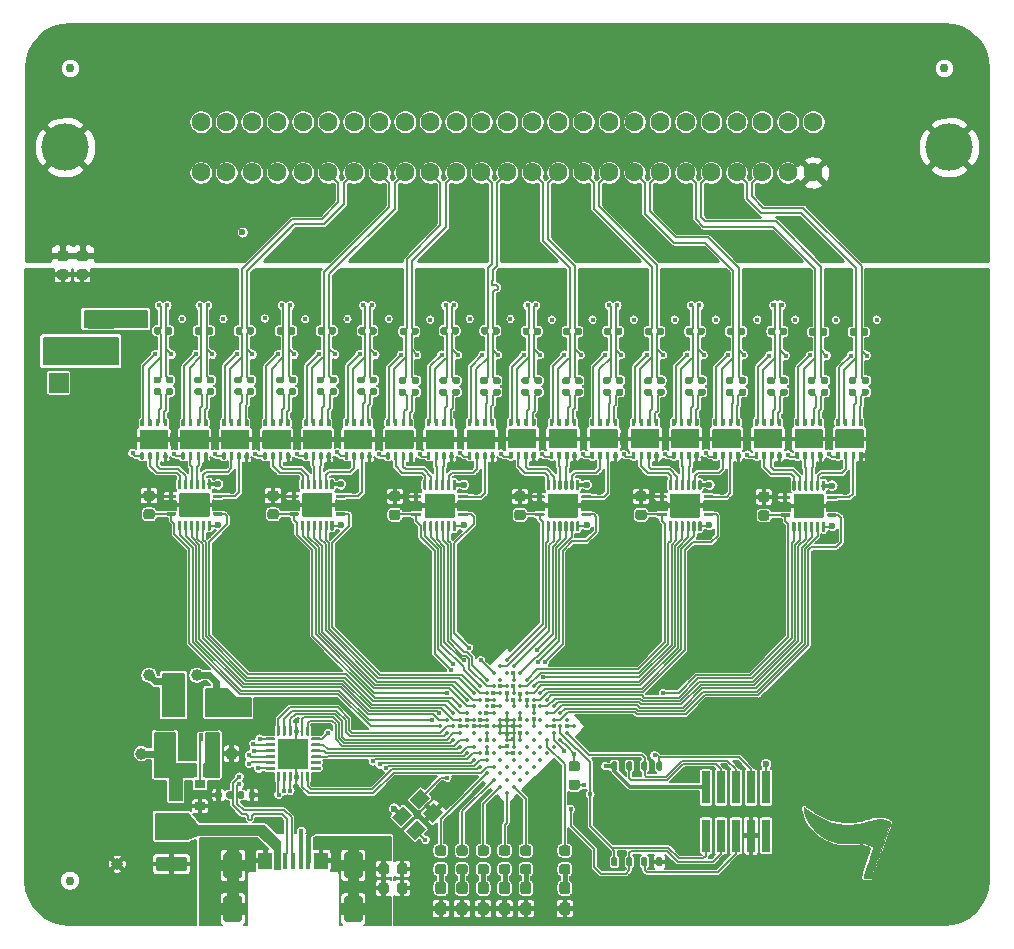
<source format=gtl>
%TF.GenerationSoftware,KiCad,Pcbnew,5.1.6*%
%TF.CreationDate,2020-08-02T00:36:07-04:00*%
%TF.ProjectId,squishy,73717569-7368-4792-9e6b-696361645f70,rev?*%
%TF.SameCoordinates,PX67f3540PY72ba1e0*%
%TF.FileFunction,Copper,L1,Top*%
%TF.FilePolarity,Positive*%
%FSLAX46Y46*%
G04 Gerber Fmt 4.6, Leading zero omitted, Abs format (unit mm)*
G04 Created by KiCad (PCBNEW 5.1.6) date 2020-08-02 00:36:07*
%MOMM*%
%LPD*%
G01*
G04 APERTURE LIST*
%TA.AperFunction,EtchedComponent*%
%ADD10C,0.010000*%
%TD*%
%TA.AperFunction,SMDPad,CuDef*%
%ADD11C,0.750000*%
%TD*%
%TA.AperFunction,SMDPad,CuDef*%
%ADD12C,1.000000*%
%TD*%
%TA.AperFunction,ComponentPad*%
%ADD13O,1.700000X1.700000*%
%TD*%
%TA.AperFunction,ComponentPad*%
%ADD14R,1.700000X1.700000*%
%TD*%
%TA.AperFunction,SMDPad,CuDef*%
%ADD15R,1.600000X1.000000*%
%TD*%
%TA.AperFunction,SMDPad,CuDef*%
%ADD16R,0.350000X0.650000*%
%TD*%
%TA.AperFunction,SMDPad,CuDef*%
%ADD17R,0.900000X0.800000*%
%TD*%
%TA.AperFunction,SMDPad,CuDef*%
%ADD18C,0.100000*%
%TD*%
%TA.AperFunction,SMDPad,CuDef*%
%ADD19C,0.350000*%
%TD*%
%TA.AperFunction,SMDPad,CuDef*%
%ADD20R,2.600000X2.600000*%
%TD*%
%TA.AperFunction,SMDPad,CuDef*%
%ADD21R,0.740000X2.790000*%
%TD*%
%TA.AperFunction,ComponentPad*%
%ADD22C,4.000000*%
%TD*%
%TA.AperFunction,ComponentPad*%
%ADD23C,1.600000*%
%TD*%
%TA.AperFunction,SMDPad,CuDef*%
%ADD24R,1.200000X1.400000*%
%TD*%
%TA.AperFunction,SMDPad,CuDef*%
%ADD25R,0.400000X1.400000*%
%TD*%
%TA.AperFunction,ViaPad*%
%ADD26C,0.450000*%
%TD*%
%TA.AperFunction,ViaPad*%
%ADD27C,0.800000*%
%TD*%
%TA.AperFunction,ViaPad*%
%ADD28C,0.410000*%
%TD*%
%TA.AperFunction,ViaPad*%
%ADD29C,0.600000*%
%TD*%
%TA.AperFunction,Conductor*%
%ADD30C,0.200000*%
%TD*%
%TA.AperFunction,Conductor*%
%ADD31C,0.400000*%
%TD*%
%TA.AperFunction,Conductor*%
%ADD32C,0.152400*%
%TD*%
%TA.AperFunction,Conductor*%
%ADD33C,0.300000*%
%TD*%
%TA.AperFunction,Conductor*%
%ADD34C,0.600000*%
%TD*%
%TA.AperFunction,Conductor*%
%ADD35C,0.127000*%
%TD*%
%TA.AperFunction,Conductor*%
%ADD36C,0.254000*%
%TD*%
G04 APERTURE END LIST*
D10*
%TO.C,G1*%
G36*
X66288588Y10090526D02*
G01*
X66585861Y9868330D01*
X66920859Y9642486D01*
X67261110Y9433868D01*
X67574140Y9263348D01*
X67579906Y9260467D01*
X68074229Y9039294D01*
X68551666Y8881728D01*
X69037325Y8781966D01*
X69556315Y8734203D01*
X69883333Y8728043D01*
X70227220Y8735337D01*
X70529030Y8757281D01*
X70815339Y8798171D01*
X71112721Y8862301D01*
X71447752Y8953965D01*
X71638241Y9011635D01*
X71885857Y9085654D01*
X72078860Y9135320D01*
X72242194Y9165250D01*
X72400803Y9180059D01*
X72571500Y9184334D01*
X72786528Y9180043D01*
X72950587Y9161439D01*
X73096901Y9123167D01*
X73205920Y9082066D01*
X73338548Y9019192D01*
X73434519Y8957672D01*
X73471073Y8914665D01*
X73459154Y8864282D01*
X73420698Y8741581D01*
X73358211Y8553776D01*
X73274198Y8308078D01*
X73171163Y8011701D01*
X73051613Y7671857D01*
X72918051Y7295759D01*
X72772984Y6890619D01*
X72640341Y6522834D01*
X71797877Y4194500D01*
X71570855Y4187916D01*
X71427697Y4187815D01*
X71311315Y4194793D01*
X71269750Y4201603D01*
X71206891Y4244351D01*
X71195666Y4275954D01*
X71208747Y4328108D01*
X71245810Y4450299D01*
X71303586Y4632403D01*
X71378807Y4864294D01*
X71468204Y5135850D01*
X71568508Y5436945D01*
X71620026Y5590348D01*
X71742530Y5950966D01*
X71840356Y6239498D01*
X71912726Y6465081D01*
X71958864Y6636852D01*
X71977994Y6763949D01*
X71969339Y6855508D01*
X71932123Y6920666D01*
X71865568Y6968560D01*
X71768899Y7008328D01*
X71641339Y7049106D01*
X71492000Y7096714D01*
X71300842Y7158548D01*
X71160415Y7195461D01*
X71041808Y7211266D01*
X70916111Y7209778D01*
X70754412Y7194813D01*
X70751166Y7194462D01*
X70581106Y7181102D01*
X70353500Y7170268D01*
X70095453Y7162916D01*
X69834071Y7160006D01*
X69777500Y7160061D01*
X69407429Y7169572D01*
X69094437Y7199017D01*
X68812147Y7254049D01*
X68534185Y7340322D01*
X68234175Y7463490D01*
X68122237Y7514882D01*
X67744305Y7712122D01*
X67420973Y7928980D01*
X67122196Y8186941D01*
X66976001Y8334493D01*
X66753396Y8601201D01*
X66552308Y8903616D01*
X66383121Y9221428D01*
X66256218Y9534330D01*
X66181982Y9822015D01*
X66170672Y9909500D01*
X66144010Y10205834D01*
X66288588Y10090526D01*
G37*
X66288588Y10090526D02*
X66585861Y9868330D01*
X66920859Y9642486D01*
X67261110Y9433868D01*
X67574140Y9263348D01*
X67579906Y9260467D01*
X68074229Y9039294D01*
X68551666Y8881728D01*
X69037325Y8781966D01*
X69556315Y8734203D01*
X69883333Y8728043D01*
X70227220Y8735337D01*
X70529030Y8757281D01*
X70815339Y8798171D01*
X71112721Y8862301D01*
X71447752Y8953965D01*
X71638241Y9011635D01*
X71885857Y9085654D01*
X72078860Y9135320D01*
X72242194Y9165250D01*
X72400803Y9180059D01*
X72571500Y9184334D01*
X72786528Y9180043D01*
X72950587Y9161439D01*
X73096901Y9123167D01*
X73205920Y9082066D01*
X73338548Y9019192D01*
X73434519Y8957672D01*
X73471073Y8914665D01*
X73459154Y8864282D01*
X73420698Y8741581D01*
X73358211Y8553776D01*
X73274198Y8308078D01*
X73171163Y8011701D01*
X73051613Y7671857D01*
X72918051Y7295759D01*
X72772984Y6890619D01*
X72640341Y6522834D01*
X71797877Y4194500D01*
X71570855Y4187916D01*
X71427697Y4187815D01*
X71311315Y4194793D01*
X71269750Y4201603D01*
X71206891Y4244351D01*
X71195666Y4275954D01*
X71208747Y4328108D01*
X71245810Y4450299D01*
X71303586Y4632403D01*
X71378807Y4864294D01*
X71468204Y5135850D01*
X71568508Y5436945D01*
X71620026Y5590348D01*
X71742530Y5950966D01*
X71840356Y6239498D01*
X71912726Y6465081D01*
X71958864Y6636852D01*
X71977994Y6763949D01*
X71969339Y6855508D01*
X71932123Y6920666D01*
X71865568Y6968560D01*
X71768899Y7008328D01*
X71641339Y7049106D01*
X71492000Y7096714D01*
X71300842Y7158548D01*
X71160415Y7195461D01*
X71041808Y7211266D01*
X70916111Y7209778D01*
X70754412Y7194813D01*
X70751166Y7194462D01*
X70581106Y7181102D01*
X70353500Y7170268D01*
X70095453Y7162916D01*
X69834071Y7160006D01*
X69777500Y7160061D01*
X69407429Y7169572D01*
X69094437Y7199017D01*
X68812147Y7254049D01*
X68534185Y7340322D01*
X68234175Y7463490D01*
X68122237Y7514882D01*
X67744305Y7712122D01*
X67420973Y7928980D01*
X67122196Y8186941D01*
X66976001Y8334493D01*
X66753396Y8601201D01*
X66552308Y8903616D01*
X66383121Y9221428D01*
X66256218Y9534330D01*
X66181982Y9822015D01*
X66170672Y9909500D01*
X66144010Y10205834D01*
X66288588Y10090526D01*
%TD*%
D11*
%TO.P,FID3,*%
%TO.N,*%
X4000000Y4000000D03*
%TD*%
%TO.P,FID2,*%
%TO.N,*%
X78000000Y72800000D03*
%TD*%
%TO.P,FID1,*%
%TO.N,*%
X4000000Y72800000D03*
%TD*%
%TO.P,R68,2*%
%TO.N,+3V3*%
%TA.AperFunction,SMDPad,CuDef*%
G36*
G01*
X46443750Y12550000D02*
X46956250Y12550000D01*
G75*
G02*
X47175000Y12331250I0J-218750D01*
G01*
X47175000Y11893750D01*
G75*
G02*
X46956250Y11675000I-218750J0D01*
G01*
X46443750Y11675000D01*
G75*
G02*
X46225000Y11893750I0J218750D01*
G01*
X46225000Y12331250D01*
G75*
G02*
X46443750Y12550000I218750J0D01*
G01*
G37*
%TD.AperFunction*%
%TO.P,R68,1*%
%TO.N,/~FPGA_RESET*%
%TA.AperFunction,SMDPad,CuDef*%
G36*
G01*
X46443750Y14125000D02*
X46956250Y14125000D01*
G75*
G02*
X47175000Y13906250I0J-218750D01*
G01*
X47175000Y13468750D01*
G75*
G02*
X46956250Y13250000I-218750J0D01*
G01*
X46443750Y13250000D01*
G75*
G02*
X46225000Y13468750I0J218750D01*
G01*
X46225000Y13906250D01*
G75*
G02*
X46443750Y14125000I218750J0D01*
G01*
G37*
%TD.AperFunction*%
%TD*%
D12*
%TO.P,TP4,1*%
%TO.N,GND*%
X8000000Y5400000D03*
%TD*%
%TO.P,TP3,1*%
%TO.N,+3V3*%
X14750000Y21400000D03*
%TD*%
%TO.P,TP2,1*%
%TO.N,+5V*%
X10050000Y14750000D03*
%TD*%
%TO.P,TP1,1*%
%TO.N,+1V2*%
X10700000Y21400000D03*
%TD*%
D13*
%TO.P,JP1,2*%
%TO.N,Net-(F1-Pad2)*%
X3050000Y48690000D03*
D14*
%TO.P,JP1,1*%
%TO.N,+5V*%
X3050000Y46150000D03*
%TD*%
%TO.P,F1,2*%
%TO.N,Net-(F1-Pad2)*%
%TA.AperFunction,SMDPad,CuDef*%
G36*
G01*
X5625000Y49475000D02*
X7675000Y49475000D01*
G75*
G02*
X7925000Y49225000I0J-250000D01*
G01*
X7925000Y48125000D01*
G75*
G02*
X7675000Y47875000I-250000J0D01*
G01*
X5625000Y47875000D01*
G75*
G02*
X5375000Y48125000I0J250000D01*
G01*
X5375000Y49225000D01*
G75*
G02*
X5625000Y49475000I250000J0D01*
G01*
G37*
%TD.AperFunction*%
%TO.P,F1,1*%
%TO.N,/TERMPWR*%
%TA.AperFunction,SMDPad,CuDef*%
G36*
G01*
X5625000Y52325000D02*
X7675000Y52325000D01*
G75*
G02*
X7925000Y52075000I0J-250000D01*
G01*
X7925000Y50975000D01*
G75*
G02*
X7675000Y50725000I-250000J0D01*
G01*
X5625000Y50725000D01*
G75*
G02*
X5375000Y50975000I0J250000D01*
G01*
X5375000Y52075000D01*
G75*
G02*
X5625000Y52325000I250000J0D01*
G01*
G37*
%TD.AperFunction*%
%TD*%
D15*
%TO.P,U30,7*%
%TO.N,GND*%
X12050000Y17200000D03*
D16*
%TO.P,U30,6*%
%TO.N,+5V*%
X12700000Y16150000D03*
%TO.P,U30,5*%
X12050000Y16150000D03*
%TO.P,U30,4*%
X11400000Y16150000D03*
%TO.P,U30,3*%
%TO.N,GND*%
X11400000Y18250000D03*
%TO.P,U30,2*%
%TO.N,+1V2*%
X12050000Y18250000D03*
%TO.P,U30,1*%
X12700000Y18250000D03*
%TD*%
D15*
%TO.P,U29,7*%
%TO.N,GND*%
X15750000Y17200000D03*
D16*
%TO.P,U29,6*%
%TO.N,+5V*%
X16400000Y16150000D03*
%TO.P,U29,5*%
X15750000Y16150000D03*
%TO.P,U29,4*%
%TO.N,Net-(U28-Pad2)*%
X15100000Y16150000D03*
%TO.P,U29,3*%
%TO.N,GND*%
X15100000Y18250000D03*
%TO.P,U29,2*%
%TO.N,+3V3*%
X15750000Y18250000D03*
%TO.P,U29,1*%
X16400000Y18250000D03*
%TD*%
D17*
%TO.P,U28,3*%
%TO.N,+5V*%
X13000000Y11250000D03*
%TO.P,U28,2*%
%TO.N,Net-(U28-Pad2)*%
X15000000Y12200000D03*
%TO.P,U28,1*%
%TO.N,GND*%
X15000000Y10300000D03*
%TD*%
%TO.P,C57,2*%
%TO.N,+1V2*%
%TA.AperFunction,SMDPad,CuDef*%
G36*
G01*
X12250000Y19393750D02*
X12250000Y19906250D01*
G75*
G02*
X12468750Y20125000I218750J0D01*
G01*
X12906250Y20125000D01*
G75*
G02*
X13125000Y19906250I0J-218750D01*
G01*
X13125000Y19393750D01*
G75*
G02*
X12906250Y19175000I-218750J0D01*
G01*
X12468750Y19175000D01*
G75*
G02*
X12250000Y19393750I0J218750D01*
G01*
G37*
%TD.AperFunction*%
%TO.P,C57,1*%
%TO.N,GND*%
%TA.AperFunction,SMDPad,CuDef*%
G36*
G01*
X10675000Y19393750D02*
X10675000Y19906250D01*
G75*
G02*
X10893750Y20125000I218750J0D01*
G01*
X11331250Y20125000D01*
G75*
G02*
X11550000Y19906250I0J-218750D01*
G01*
X11550000Y19393750D01*
G75*
G02*
X11331250Y19175000I-218750J0D01*
G01*
X10893750Y19175000D01*
G75*
G02*
X10675000Y19393750I0J218750D01*
G01*
G37*
%TD.AperFunction*%
%TD*%
%TO.P,C56,2*%
%TO.N,+3V3*%
%TA.AperFunction,SMDPad,CuDef*%
G36*
G01*
X15900000Y19393750D02*
X15900000Y19906250D01*
G75*
G02*
X16118750Y20125000I218750J0D01*
G01*
X16556250Y20125000D01*
G75*
G02*
X16775000Y19906250I0J-218750D01*
G01*
X16775000Y19393750D01*
G75*
G02*
X16556250Y19175000I-218750J0D01*
G01*
X16118750Y19175000D01*
G75*
G02*
X15900000Y19393750I0J218750D01*
G01*
G37*
%TD.AperFunction*%
%TO.P,C56,1*%
%TO.N,GND*%
%TA.AperFunction,SMDPad,CuDef*%
G36*
G01*
X14325000Y19393750D02*
X14325000Y19906250D01*
G75*
G02*
X14543750Y20125000I218750J0D01*
G01*
X14981250Y20125000D01*
G75*
G02*
X15200000Y19906250I0J-218750D01*
G01*
X15200000Y19393750D01*
G75*
G02*
X14981250Y19175000I-218750J0D01*
G01*
X14543750Y19175000D01*
G75*
G02*
X14325000Y19393750I0J218750D01*
G01*
G37*
%TD.AperFunction*%
%TD*%
%TO.P,C55,2*%
%TO.N,+5V*%
%TA.AperFunction,SMDPad,CuDef*%
G36*
G01*
X12850000Y15006250D02*
X12850000Y14493750D01*
G75*
G02*
X12631250Y14275000I-218750J0D01*
G01*
X12193750Y14275000D01*
G75*
G02*
X11975000Y14493750I0J218750D01*
G01*
X11975000Y15006250D01*
G75*
G02*
X12193750Y15225000I218750J0D01*
G01*
X12631250Y15225000D01*
G75*
G02*
X12850000Y15006250I0J-218750D01*
G01*
G37*
%TD.AperFunction*%
%TO.P,C55,1*%
%TO.N,GND*%
%TA.AperFunction,SMDPad,CuDef*%
G36*
G01*
X14425000Y15006250D02*
X14425000Y14493750D01*
G75*
G02*
X14206250Y14275000I-218750J0D01*
G01*
X13768750Y14275000D01*
G75*
G02*
X13550000Y14493750I0J218750D01*
G01*
X13550000Y15006250D01*
G75*
G02*
X13768750Y15225000I218750J0D01*
G01*
X14206250Y15225000D01*
G75*
G02*
X14425000Y15006250I0J-218750D01*
G01*
G37*
%TD.AperFunction*%
%TD*%
%TO.P,C54,2*%
%TO.N,+5V*%
%TA.AperFunction,SMDPad,CuDef*%
G36*
G01*
X16550000Y15006250D02*
X16550000Y14493750D01*
G75*
G02*
X16331250Y14275000I-218750J0D01*
G01*
X15893750Y14275000D01*
G75*
G02*
X15675000Y14493750I0J218750D01*
G01*
X15675000Y15006250D01*
G75*
G02*
X15893750Y15225000I218750J0D01*
G01*
X16331250Y15225000D01*
G75*
G02*
X16550000Y15006250I0J-218750D01*
G01*
G37*
%TD.AperFunction*%
%TO.P,C54,1*%
%TO.N,GND*%
%TA.AperFunction,SMDPad,CuDef*%
G36*
G01*
X18125000Y15006250D02*
X18125000Y14493750D01*
G75*
G02*
X17906250Y14275000I-218750J0D01*
G01*
X17468750Y14275000D01*
G75*
G02*
X17250000Y14493750I0J218750D01*
G01*
X17250000Y15006250D01*
G75*
G02*
X17468750Y15225000I218750J0D01*
G01*
X17906250Y15225000D01*
G75*
G02*
X18125000Y15006250I0J-218750D01*
G01*
G37*
%TD.AperFunction*%
%TD*%
%TO.P,R69,2*%
%TO.N,Net-(D10-Pad2)*%
%TA.AperFunction,SMDPad,CuDef*%
G36*
G01*
X45643750Y5400000D02*
X46156250Y5400000D01*
G75*
G02*
X46375000Y5181250I0J-218750D01*
G01*
X46375000Y4743750D01*
G75*
G02*
X46156250Y4525000I-218750J0D01*
G01*
X45643750Y4525000D01*
G75*
G02*
X45425000Y4743750I0J218750D01*
G01*
X45425000Y5181250D01*
G75*
G02*
X45643750Y5400000I218750J0D01*
G01*
G37*
%TD.AperFunction*%
%TO.P,R69,1*%
%TO.N,/FPGA_DONE*%
%TA.AperFunction,SMDPad,CuDef*%
G36*
G01*
X45643750Y6975000D02*
X46156250Y6975000D01*
G75*
G02*
X46375000Y6756250I0J-218750D01*
G01*
X46375000Y6318750D01*
G75*
G02*
X46156250Y6100000I-218750J0D01*
G01*
X45643750Y6100000D01*
G75*
G02*
X45425000Y6318750I0J218750D01*
G01*
X45425000Y6756250D01*
G75*
G02*
X45643750Y6975000I218750J0D01*
G01*
G37*
%TD.AperFunction*%
%TD*%
%TO.P,D10,2*%
%TO.N,Net-(D10-Pad2)*%
%TA.AperFunction,SMDPad,CuDef*%
G36*
G01*
X46137500Y2850000D02*
X45662500Y2850000D01*
G75*
G02*
X45425000Y3087500I0J237500D01*
G01*
X45425000Y3662500D01*
G75*
G02*
X45662500Y3900000I237500J0D01*
G01*
X46137500Y3900000D01*
G75*
G02*
X46375000Y3662500I0J-237500D01*
G01*
X46375000Y3087500D01*
G75*
G02*
X46137500Y2850000I-237500J0D01*
G01*
G37*
%TD.AperFunction*%
%TO.P,D10,1*%
%TO.N,GND*%
%TA.AperFunction,SMDPad,CuDef*%
G36*
G01*
X46137500Y1100000D02*
X45662500Y1100000D01*
G75*
G02*
X45425000Y1337500I0J237500D01*
G01*
X45425000Y1912500D01*
G75*
G02*
X45662500Y2150000I237500J0D01*
G01*
X46137500Y2150000D01*
G75*
G02*
X46375000Y1912500I0J-237500D01*
G01*
X46375000Y1337500D01*
G75*
G02*
X46137500Y1100000I-237500J0D01*
G01*
G37*
%TD.AperFunction*%
%TD*%
%TO.P,R67,2*%
%TO.N,Net-(D9-Pad2)*%
%TA.AperFunction,SMDPad,CuDef*%
G36*
G01*
X42343750Y5400000D02*
X42856250Y5400000D01*
G75*
G02*
X43075000Y5181250I0J-218750D01*
G01*
X43075000Y4743750D01*
G75*
G02*
X42856250Y4525000I-218750J0D01*
G01*
X42343750Y4525000D01*
G75*
G02*
X42125000Y4743750I0J218750D01*
G01*
X42125000Y5181250D01*
G75*
G02*
X42343750Y5400000I218750J0D01*
G01*
G37*
%TD.AperFunction*%
%TO.P,R67,1*%
%TO.N,/S5*%
%TA.AperFunction,SMDPad,CuDef*%
G36*
G01*
X42343750Y6975000D02*
X42856250Y6975000D01*
G75*
G02*
X43075000Y6756250I0J-218750D01*
G01*
X43075000Y6318750D01*
G75*
G02*
X42856250Y6100000I-218750J0D01*
G01*
X42343750Y6100000D01*
G75*
G02*
X42125000Y6318750I0J218750D01*
G01*
X42125000Y6756250D01*
G75*
G02*
X42343750Y6975000I218750J0D01*
G01*
G37*
%TD.AperFunction*%
%TD*%
%TO.P,R66,2*%
%TO.N,Net-(D6-Pad2)*%
%TA.AperFunction,SMDPad,CuDef*%
G36*
G01*
X40543750Y5400000D02*
X41056250Y5400000D01*
G75*
G02*
X41275000Y5181250I0J-218750D01*
G01*
X41275000Y4743750D01*
G75*
G02*
X41056250Y4525000I-218750J0D01*
G01*
X40543750Y4525000D01*
G75*
G02*
X40325000Y4743750I0J218750D01*
G01*
X40325000Y5181250D01*
G75*
G02*
X40543750Y5400000I218750J0D01*
G01*
G37*
%TD.AperFunction*%
%TO.P,R66,1*%
%TO.N,/S4*%
%TA.AperFunction,SMDPad,CuDef*%
G36*
G01*
X40543750Y6975000D02*
X41056250Y6975000D01*
G75*
G02*
X41275000Y6756250I0J-218750D01*
G01*
X41275000Y6318750D01*
G75*
G02*
X41056250Y6100000I-218750J0D01*
G01*
X40543750Y6100000D01*
G75*
G02*
X40325000Y6318750I0J218750D01*
G01*
X40325000Y6756250D01*
G75*
G02*
X40543750Y6975000I218750J0D01*
G01*
G37*
%TD.AperFunction*%
%TD*%
%TO.P,R65,2*%
%TO.N,Net-(D5-Pad2)*%
%TA.AperFunction,SMDPad,CuDef*%
G36*
G01*
X38743750Y5400000D02*
X39256250Y5400000D01*
G75*
G02*
X39475000Y5181250I0J-218750D01*
G01*
X39475000Y4743750D01*
G75*
G02*
X39256250Y4525000I-218750J0D01*
G01*
X38743750Y4525000D01*
G75*
G02*
X38525000Y4743750I0J218750D01*
G01*
X38525000Y5181250D01*
G75*
G02*
X38743750Y5400000I218750J0D01*
G01*
G37*
%TD.AperFunction*%
%TO.P,R65,1*%
%TO.N,/S3*%
%TA.AperFunction,SMDPad,CuDef*%
G36*
G01*
X38743750Y6975000D02*
X39256250Y6975000D01*
G75*
G02*
X39475000Y6756250I0J-218750D01*
G01*
X39475000Y6318750D01*
G75*
G02*
X39256250Y6100000I-218750J0D01*
G01*
X38743750Y6100000D01*
G75*
G02*
X38525000Y6318750I0J218750D01*
G01*
X38525000Y6756250D01*
G75*
G02*
X38743750Y6975000I218750J0D01*
G01*
G37*
%TD.AperFunction*%
%TD*%
%TO.P,R64,2*%
%TO.N,Net-(D2-Pad2)*%
%TA.AperFunction,SMDPad,CuDef*%
G36*
G01*
X36943750Y5400000D02*
X37456250Y5400000D01*
G75*
G02*
X37675000Y5181250I0J-218750D01*
G01*
X37675000Y4743750D01*
G75*
G02*
X37456250Y4525000I-218750J0D01*
G01*
X36943750Y4525000D01*
G75*
G02*
X36725000Y4743750I0J218750D01*
G01*
X36725000Y5181250D01*
G75*
G02*
X36943750Y5400000I218750J0D01*
G01*
G37*
%TD.AperFunction*%
%TO.P,R64,1*%
%TO.N,/S2*%
%TA.AperFunction,SMDPad,CuDef*%
G36*
G01*
X36943750Y6975000D02*
X37456250Y6975000D01*
G75*
G02*
X37675000Y6756250I0J-218750D01*
G01*
X37675000Y6318750D01*
G75*
G02*
X37456250Y6100000I-218750J0D01*
G01*
X36943750Y6100000D01*
G75*
G02*
X36725000Y6318750I0J218750D01*
G01*
X36725000Y6756250D01*
G75*
G02*
X36943750Y6975000I218750J0D01*
G01*
G37*
%TD.AperFunction*%
%TD*%
%TO.P,R63,2*%
%TO.N,Net-(D1-Pad2)*%
%TA.AperFunction,SMDPad,CuDef*%
G36*
G01*
X35143750Y5400000D02*
X35656250Y5400000D01*
G75*
G02*
X35875000Y5181250I0J-218750D01*
G01*
X35875000Y4743750D01*
G75*
G02*
X35656250Y4525000I-218750J0D01*
G01*
X35143750Y4525000D01*
G75*
G02*
X34925000Y4743750I0J218750D01*
G01*
X34925000Y5181250D01*
G75*
G02*
X35143750Y5400000I218750J0D01*
G01*
G37*
%TD.AperFunction*%
%TO.P,R63,1*%
%TO.N,/S1*%
%TA.AperFunction,SMDPad,CuDef*%
G36*
G01*
X35143750Y6975000D02*
X35656250Y6975000D01*
G75*
G02*
X35875000Y6756250I0J-218750D01*
G01*
X35875000Y6318750D01*
G75*
G02*
X35656250Y6100000I-218750J0D01*
G01*
X35143750Y6100000D01*
G75*
G02*
X34925000Y6318750I0J218750D01*
G01*
X34925000Y6756250D01*
G75*
G02*
X35143750Y6975000I218750J0D01*
G01*
G37*
%TD.AperFunction*%
%TD*%
%TO.P,D9,2*%
%TO.N,Net-(D9-Pad2)*%
%TA.AperFunction,SMDPad,CuDef*%
G36*
G01*
X42837500Y2850000D02*
X42362500Y2850000D01*
G75*
G02*
X42125000Y3087500I0J237500D01*
G01*
X42125000Y3662500D01*
G75*
G02*
X42362500Y3900000I237500J0D01*
G01*
X42837500Y3900000D01*
G75*
G02*
X43075000Y3662500I0J-237500D01*
G01*
X43075000Y3087500D01*
G75*
G02*
X42837500Y2850000I-237500J0D01*
G01*
G37*
%TD.AperFunction*%
%TO.P,D9,1*%
%TO.N,GND*%
%TA.AperFunction,SMDPad,CuDef*%
G36*
G01*
X42837500Y1100000D02*
X42362500Y1100000D01*
G75*
G02*
X42125000Y1337500I0J237500D01*
G01*
X42125000Y1912500D01*
G75*
G02*
X42362500Y2150000I237500J0D01*
G01*
X42837500Y2150000D01*
G75*
G02*
X43075000Y1912500I0J-237500D01*
G01*
X43075000Y1337500D01*
G75*
G02*
X42837500Y1100000I-237500J0D01*
G01*
G37*
%TD.AperFunction*%
%TD*%
%TO.P,D6,2*%
%TO.N,Net-(D6-Pad2)*%
%TA.AperFunction,SMDPad,CuDef*%
G36*
G01*
X41037500Y2850000D02*
X40562500Y2850000D01*
G75*
G02*
X40325000Y3087500I0J237500D01*
G01*
X40325000Y3662500D01*
G75*
G02*
X40562500Y3900000I237500J0D01*
G01*
X41037500Y3900000D01*
G75*
G02*
X41275000Y3662500I0J-237500D01*
G01*
X41275000Y3087500D01*
G75*
G02*
X41037500Y2850000I-237500J0D01*
G01*
G37*
%TD.AperFunction*%
%TO.P,D6,1*%
%TO.N,GND*%
%TA.AperFunction,SMDPad,CuDef*%
G36*
G01*
X41037500Y1100000D02*
X40562500Y1100000D01*
G75*
G02*
X40325000Y1337500I0J237500D01*
G01*
X40325000Y1912500D01*
G75*
G02*
X40562500Y2150000I237500J0D01*
G01*
X41037500Y2150000D01*
G75*
G02*
X41275000Y1912500I0J-237500D01*
G01*
X41275000Y1337500D01*
G75*
G02*
X41037500Y1100000I-237500J0D01*
G01*
G37*
%TD.AperFunction*%
%TD*%
%TO.P,D5,2*%
%TO.N,Net-(D5-Pad2)*%
%TA.AperFunction,SMDPad,CuDef*%
G36*
G01*
X39237500Y2850000D02*
X38762500Y2850000D01*
G75*
G02*
X38525000Y3087500I0J237500D01*
G01*
X38525000Y3662500D01*
G75*
G02*
X38762500Y3900000I237500J0D01*
G01*
X39237500Y3900000D01*
G75*
G02*
X39475000Y3662500I0J-237500D01*
G01*
X39475000Y3087500D01*
G75*
G02*
X39237500Y2850000I-237500J0D01*
G01*
G37*
%TD.AperFunction*%
%TO.P,D5,1*%
%TO.N,GND*%
%TA.AperFunction,SMDPad,CuDef*%
G36*
G01*
X39237500Y1100000D02*
X38762500Y1100000D01*
G75*
G02*
X38525000Y1337500I0J237500D01*
G01*
X38525000Y1912500D01*
G75*
G02*
X38762500Y2150000I237500J0D01*
G01*
X39237500Y2150000D01*
G75*
G02*
X39475000Y1912500I0J-237500D01*
G01*
X39475000Y1337500D01*
G75*
G02*
X39237500Y1100000I-237500J0D01*
G01*
G37*
%TD.AperFunction*%
%TD*%
%TO.P,D2,2*%
%TO.N,Net-(D2-Pad2)*%
%TA.AperFunction,SMDPad,CuDef*%
G36*
G01*
X37437500Y2850000D02*
X36962500Y2850000D01*
G75*
G02*
X36725000Y3087500I0J237500D01*
G01*
X36725000Y3662500D01*
G75*
G02*
X36962500Y3900000I237500J0D01*
G01*
X37437500Y3900000D01*
G75*
G02*
X37675000Y3662500I0J-237500D01*
G01*
X37675000Y3087500D01*
G75*
G02*
X37437500Y2850000I-237500J0D01*
G01*
G37*
%TD.AperFunction*%
%TO.P,D2,1*%
%TO.N,GND*%
%TA.AperFunction,SMDPad,CuDef*%
G36*
G01*
X37437500Y1100000D02*
X36962500Y1100000D01*
G75*
G02*
X36725000Y1337500I0J237500D01*
G01*
X36725000Y1912500D01*
G75*
G02*
X36962500Y2150000I237500J0D01*
G01*
X37437500Y2150000D01*
G75*
G02*
X37675000Y1912500I0J-237500D01*
G01*
X37675000Y1337500D01*
G75*
G02*
X37437500Y1100000I-237500J0D01*
G01*
G37*
%TD.AperFunction*%
%TD*%
%TO.P,D1,2*%
%TO.N,Net-(D1-Pad2)*%
%TA.AperFunction,SMDPad,CuDef*%
G36*
G01*
X35637500Y2850000D02*
X35162500Y2850000D01*
G75*
G02*
X34925000Y3087500I0J237500D01*
G01*
X34925000Y3662500D01*
G75*
G02*
X35162500Y3900000I237500J0D01*
G01*
X35637500Y3900000D01*
G75*
G02*
X35875000Y3662500I0J-237500D01*
G01*
X35875000Y3087500D01*
G75*
G02*
X35637500Y2850000I-237500J0D01*
G01*
G37*
%TD.AperFunction*%
%TO.P,D1,1*%
%TO.N,GND*%
%TA.AperFunction,SMDPad,CuDef*%
G36*
G01*
X35637500Y1100000D02*
X35162500Y1100000D01*
G75*
G02*
X34925000Y1337500I0J237500D01*
G01*
X34925000Y1912500D01*
G75*
G02*
X35162500Y2150000I237500J0D01*
G01*
X35637500Y2150000D01*
G75*
G02*
X35875000Y1912500I0J-237500D01*
G01*
X35875000Y1337500D01*
G75*
G02*
X35637500Y1100000I-237500J0D01*
G01*
G37*
%TD.AperFunction*%
%TD*%
%TA.AperFunction,SMDPad,CuDef*%
D18*
%TO.P,X1,4*%
%TO.N,+3V3*%
G36*
X32053464Y8592373D02*
G01*
X31275647Y9370190D01*
X32194886Y10289429D01*
X32972703Y9511612D01*
X32053464Y8592373D01*
G37*
%TD.AperFunction*%
%TA.AperFunction,SMDPad,CuDef*%
%TO.P,X1,3*%
%TO.N,/GLOBAL_CLK*%
G36*
X33538388Y10077297D02*
G01*
X32760571Y10855114D01*
X33679810Y11774353D01*
X34457627Y10996536D01*
X33538388Y10077297D01*
G37*
%TD.AperFunction*%
%TA.AperFunction,SMDPad,CuDef*%
%TO.P,X1,2*%
%TO.N,GND*%
G36*
X34705114Y8910571D02*
G01*
X33927297Y9688388D01*
X34846536Y10607627D01*
X35624353Y9829810D01*
X34705114Y8910571D01*
G37*
%TD.AperFunction*%
%TA.AperFunction,SMDPad,CuDef*%
%TO.P,X1,1*%
%TO.N,+3V3*%
G36*
X33220190Y7425647D02*
G01*
X32442373Y8203464D01*
X33361612Y9122703D01*
X34139429Y8344886D01*
X33220190Y7425647D01*
G37*
%TD.AperFunction*%
%TD*%
D19*
%TO.P,U2,L11*%
%TO.N,+3V3*%
X46656854Y17050000D03*
%TO.P,U2,K11*%
%TO.N,Net-(U2-PadK11)*%
X46091169Y17615685D03*
%TO.P,U2,J11*%
%TO.N,/IO_RX*%
X45525483Y18181371D03*
%TO.P,U2,H11*%
%TO.N,/DBP_RX*%
X44959798Y18747056D03*
%TO.P,U2,G11*%
%TO.N,/REQ_RX*%
X44394113Y19312742D03*
%TO.P,U2,F11*%
%TO.N,/DB7_RX*%
X43828427Y19878427D03*
%TO.P,U2,E11*%
%TO.N,/CD_RX*%
X43262742Y20444113D03*
%TO.P,U2,D11*%
%TO.N,/BNK4_OE*%
X42697056Y21009798D03*
%TO.P,U2,C11*%
%TO.N,/DB5_TX*%
X42131371Y21575483D03*
%TO.P,U2,B11*%
%TO.N,/MSG_TX*%
X41565685Y22141169D03*
%TO.P,U2,A11*%
%TO.N,/BNK3_OE*%
X41000000Y22706854D03*
%TO.P,U2,L10*%
%TO.N,Net-(J3-Pad6)*%
X46091169Y16484315D03*
%TO.P,U2,K10*%
%TO.N,Net-(J3-Pad1)*%
X45525483Y17050000D03*
%TO.P,U2,J10*%
%TO.N,/IO_TX*%
X44959798Y17615685D03*
%TO.P,U2,H10*%
%TO.N,/DBP_TX*%
X44394113Y18181371D03*
%TO.P,U2,G10*%
%TO.N,/REQ_TX*%
X43828427Y18747056D03*
%TO.P,U2,F10*%
%TO.N,/DB7_TX*%
X43262742Y19312742D03*
%TO.P,U2,E10*%
%TO.N,/CD_TX*%
X42697056Y19878427D03*
%TO.P,U2,D10*%
%TO.N,/DB6_RX*%
X42131371Y20444113D03*
%TO.P,U2,C10*%
%TO.N,+3V3*%
X41565685Y21009798D03*
%TO.P,U2,B10*%
%TO.N,Net-(U2-PadB10)*%
X41000000Y21575483D03*
%TO.P,U2,A10*%
%TO.N,/MSG_RX*%
X40434315Y22141169D03*
%TO.P,U2,L9*%
%TO.N,/~FPGA_RESET*%
X45525483Y15918629D03*
%TO.P,U2,K9*%
%TO.N,Net-(J3-Pad8)*%
X44959798Y16484315D03*
%TO.P,U2,J9*%
%TO.N,Net-(J3-Pad3)*%
X44394113Y17050000D03*
%TO.P,U2,H9*%
%TO.N,Net-(U2-PadH9)*%
X43828427Y17615685D03*
%TO.P,U2,G9*%
%TO.N,/BNK5_OE*%
X43262742Y18181371D03*
%TO.P,U2,F9*%
%TO.N,/DB6_TX*%
X42697056Y18747056D03*
%TO.P,U2,E9*%
%TO.N,/SEL_TX*%
X42131371Y19312742D03*
%TO.P,U2,D9*%
%TO.N,/DB5_RX*%
X41565685Y19878427D03*
%TO.P,U2,C9*%
%TO.N,/DB4_TX*%
X41000000Y20444113D03*
%TO.P,U2,B9*%
%TO.N,Net-(U2-PadB9)*%
X40434315Y21009798D03*
%TO.P,U2,A9*%
%TO.N,/DIFF_SENSE*%
X39868629Y21575483D03*
%TO.P,U2,L8*%
%TO.N,Net-(U2-PadL8)*%
X44959798Y15352944D03*
%TO.P,U2,K8*%
%TO.N,/FPGA_DONE*%
X44394113Y15918629D03*
%TO.P,U2,J8*%
%TO.N,Net-(U2-PadJ8)*%
X43828427Y16484315D03*
%TO.P,U2,H8*%
%TO.N,+1V2*%
X43262742Y17050000D03*
%TO.P,U2,G8*%
%TO.N,Net-(U2-PadG8)*%
X42697056Y17615685D03*
%TO.P,U2,F8*%
%TO.N,+3V3*%
X42131371Y18181371D03*
%TO.P,U2,E8*%
%TO.N,/SEL_RX*%
X41565685Y18747056D03*
%TO.P,U2,D8*%
%TO.N,+1V2*%
X41000000Y19312742D03*
%TO.P,U2,C8*%
%TO.N,/RST_RX*%
X40434315Y19878427D03*
%TO.P,U2,B8*%
%TO.N,/RST_TX*%
X39868629Y20444113D03*
%TO.P,U2,A8*%
%TO.N,/DB4_RX*%
X39302944Y21009798D03*
%TO.P,U2,L7*%
%TO.N,Net-(U2-PadL7)*%
X44394113Y14787258D03*
%TO.P,U2,K7*%
%TO.N,Net-(U2-PadK7)*%
X43828427Y15352944D03*
%TO.P,U2,J7*%
%TO.N,Net-(U2-PadJ7)*%
X43262742Y15918629D03*
%TO.P,U2,H7*%
%TO.N,Net-(U2-PadH7)*%
X42697056Y16484315D03*
%TO.P,U2,G7*%
%TO.N,GND*%
X42131371Y17050000D03*
%TO.P,U2,F7*%
X41565685Y17615685D03*
%TO.P,U2,E7*%
X41000000Y18181371D03*
%TO.P,U2,D7*%
%TO.N,/BNK2_OE*%
X40434315Y18747056D03*
%TO.P,U2,C7*%
%TO.N,/DB3_RX*%
X39868629Y19312742D03*
%TO.P,U2,B7*%
%TO.N,/ACK_TX*%
X39302944Y19878427D03*
%TO.P,U2,A7*%
%TO.N,/DB3_TX*%
X38737258Y20444113D03*
%TO.P,U2,L6*%
%TO.N,Net-(U2-PadL6)*%
X43828427Y14221573D03*
%TO.P,U2,K6*%
%TO.N,Net-(U2-PadK6)*%
X43262742Y14787258D03*
%TO.P,U2,J6*%
%TO.N,Net-(U2-PadJ6)*%
X42697056Y15352944D03*
%TO.P,U2,H6*%
%TO.N,+3V3*%
X42131371Y15918629D03*
%TO.P,U2,G6*%
%TO.N,GND*%
X41565685Y16484315D03*
%TO.P,U2,F6*%
X41000000Y17050000D03*
%TO.P,U2,E6*%
X40434315Y17615685D03*
%TO.P,U2,D6*%
%TO.N,+3V3*%
X39868629Y18181371D03*
%TO.P,U2,C6*%
%TO.N,Net-(U2-PadC6)*%
X39302944Y18747056D03*
%TO.P,U2,B6*%
%TO.N,/DB2_TX*%
X38737258Y19312742D03*
%TO.P,U2,A6*%
%TO.N,/ACK_RX*%
X38171573Y19878427D03*
%TO.P,U2,L5*%
%TO.N,Net-(U2-PadL5)*%
X43262742Y13655887D03*
%TO.P,U2,K5*%
%TO.N,Net-(U2-PadK5)*%
X42697056Y14221573D03*
%TO.P,U2,J5*%
%TO.N,Net-(U2-PadJ5)*%
X42131371Y14787258D03*
%TO.P,U2,H5*%
%TO.N,GND*%
X41565685Y15352944D03*
%TO.P,U2,G5*%
X41000000Y15918629D03*
%TO.P,U2,F5*%
X40434315Y16484315D03*
%TO.P,U2,E5*%
X39868629Y17050000D03*
%TO.P,U2,D5*%
%TO.N,/BSY_RX*%
X39302944Y17615685D03*
%TO.P,U2,C5*%
%TO.N,Net-(U2-PadC5)*%
X38737258Y18181371D03*
%TO.P,U2,B5*%
%TO.N,/BSY_TX*%
X38171573Y18747056D03*
%TO.P,U2,A5*%
%TO.N,/DB2_RX*%
X37605887Y19312742D03*
%TO.P,U2,L4*%
%TO.N,Net-(U2-PadL4)*%
X42697056Y13090202D03*
%TO.P,U2,K4*%
%TO.N,Net-(U2-PadK4)*%
X42131371Y13655887D03*
%TO.P,U2,J4*%
%TO.N,Net-(U2-PadJ4)*%
X41565685Y14221573D03*
%TO.P,U2,H4*%
%TO.N,+1V2*%
X41000000Y14787258D03*
%TO.P,U2,G4*%
%TO.N,+3V3*%
X40434315Y15352944D03*
%TO.P,U2,F4*%
%TO.N,Net-(U2-PadF4)*%
X39868629Y15918629D03*
%TO.P,U2,E4*%
%TO.N,+3V3*%
X39302944Y16484315D03*
%TO.P,U2,D4*%
%TO.N,+1V2*%
X38737258Y17050000D03*
%TO.P,U2,C4*%
%TO.N,/ATN_RX*%
X38171573Y17615685D03*
%TO.P,U2,B4*%
%TO.N,/DB1_TX*%
X37605887Y18181371D03*
%TO.P,U2,A4*%
%TO.N,/BNK1_OE*%
X37040202Y18747056D03*
%TO.P,U2,L3*%
%TO.N,Net-(U2-PadL3)*%
X42131371Y12524517D03*
%TO.P,U2,K3*%
%TO.N,Net-(U2-PadK3)*%
X41565685Y13090202D03*
%TO.P,U2,J3*%
%TO.N,Net-(U2-PadJ3)*%
X41000000Y13655887D03*
%TO.P,U2,H3*%
%TO.N,Net-(U2-PadH3)*%
X40434315Y14221573D03*
%TO.P,U2,G3*%
%TO.N,Net-(U2-PadG3)*%
X39868629Y14787258D03*
%TO.P,U2,F3*%
%TO.N,/GLOBAL_CLK*%
X39302944Y15352944D03*
%TO.P,U2,E3*%
%TO.N,Net-(U2-PadE3)*%
X38737258Y15918629D03*
%TO.P,U2,D3*%
%TO.N,Net-(U2-PadD3)*%
X38171573Y16484315D03*
%TO.P,U2,C3*%
%TO.N,/DB0_RX*%
X37605887Y17050000D03*
%TO.P,U2,B3*%
%TO.N,/ATN_TX*%
X37040202Y17615685D03*
%TO.P,U2,A3*%
%TO.N,/DB1_RX*%
X36474517Y18181371D03*
%TO.P,U2,L2*%
%TO.N,/S5*%
X41565685Y11958831D03*
%TO.P,U2,K2*%
%TO.N,Net-(U2-PadK2)*%
X41000000Y12524517D03*
%TO.P,U2,J2*%
%TO.N,Net-(U2-PadJ2)*%
X40434315Y13090202D03*
%TO.P,U2,H2*%
%TO.N,/~TXF*%
X39868629Y13655887D03*
%TO.P,U2,G2*%
%TO.N,/~WR*%
X39302944Y14221573D03*
%TO.P,U2,F2*%
%TO.N,/~SI_WU*%
X38737258Y14787258D03*
%TO.P,U2,E2*%
%TO.N,/D4*%
X38171573Y15352944D03*
%TO.P,U2,D2*%
%TO.N,/D1*%
X37605887Y15918629D03*
%TO.P,U2,C2*%
%TO.N,/D5*%
X37040202Y16484315D03*
%TO.P,U2,B2*%
%TO.N,/D3*%
X36474517Y17050000D03*
%TO.P,U2,A2*%
%TO.N,/DB0_TX*%
X35908831Y17615685D03*
%TO.P,U2,L1*%
%TO.N,/S4*%
X41000000Y11393146D03*
%TO.P,U2,K1*%
%TO.N,/S3*%
X40434315Y11958831D03*
%TO.P,U2,J1*%
%TO.N,/S2*%
X39868629Y12524517D03*
%TO.P,U2,H1*%
%TO.N,/S1*%
X39302944Y13090202D03*
%TO.P,U2,G1*%
%TO.N,/~RXF*%
X38737258Y13655887D03*
%TO.P,U2,F1*%
%TO.N,/~RD*%
X38171573Y14221573D03*
%TO.P,U2,E1*%
%TO.N,/D0*%
X37605887Y14787258D03*
%TO.P,U2,D1*%
%TO.N,/D2*%
X37040202Y15352944D03*
%TO.P,U2,C1*%
%TO.N,/D7*%
X36474517Y15918629D03*
%TO.P,U2,B1*%
%TO.N,/D6*%
X35908831Y16484315D03*
%TO.P,U2,A1*%
%TO.N,/BNK0_OE*%
X35343146Y17050000D03*
%TD*%
D20*
%TO.P,U27,25*%
%TO.N,GND*%
X22900000Y14750000D03*
%TO.P,U27,24*%
%TO.N,+3V3*%
%TA.AperFunction,SMDPad,CuDef*%
G36*
G01*
X24487500Y16125000D02*
X25187500Y16125000D01*
G75*
G02*
X25250000Y16062500I0J-62500D01*
G01*
X25250000Y15937500D01*
G75*
G02*
X25187500Y15875000I-62500J0D01*
G01*
X24487500Y15875000D01*
G75*
G02*
X24425000Y15937500I0J62500D01*
G01*
X24425000Y16062500D01*
G75*
G02*
X24487500Y16125000I62500J0D01*
G01*
G37*
%TD.AperFunction*%
%TO.P,U27,23*%
%TO.N,/D2*%
%TA.AperFunction,SMDPad,CuDef*%
G36*
G01*
X24487500Y15625000D02*
X25187500Y15625000D01*
G75*
G02*
X25250000Y15562500I0J-62500D01*
G01*
X25250000Y15437500D01*
G75*
G02*
X25187500Y15375000I-62500J0D01*
G01*
X24487500Y15375000D01*
G75*
G02*
X24425000Y15437500I0J62500D01*
G01*
X24425000Y15562500D01*
G75*
G02*
X24487500Y15625000I62500J0D01*
G01*
G37*
%TD.AperFunction*%
%TO.P,U27,22*%
%TO.N,/D4*%
%TA.AperFunction,SMDPad,CuDef*%
G36*
G01*
X24487500Y15125000D02*
X25187500Y15125000D01*
G75*
G02*
X25250000Y15062500I0J-62500D01*
G01*
X25250000Y14937500D01*
G75*
G02*
X25187500Y14875000I-62500J0D01*
G01*
X24487500Y14875000D01*
G75*
G02*
X24425000Y14937500I0J62500D01*
G01*
X24425000Y15062500D01*
G75*
G02*
X24487500Y15125000I62500J0D01*
G01*
G37*
%TD.AperFunction*%
%TO.P,U27,21*%
%TO.N,/D0*%
%TA.AperFunction,SMDPad,CuDef*%
G36*
G01*
X24487500Y14625000D02*
X25187500Y14625000D01*
G75*
G02*
X25250000Y14562500I0J-62500D01*
G01*
X25250000Y14437500D01*
G75*
G02*
X25187500Y14375000I-62500J0D01*
G01*
X24487500Y14375000D01*
G75*
G02*
X24425000Y14437500I0J62500D01*
G01*
X24425000Y14562500D01*
G75*
G02*
X24487500Y14625000I62500J0D01*
G01*
G37*
%TD.AperFunction*%
%TO.P,U27,20*%
%TO.N,Net-(U27-Pad20)*%
%TA.AperFunction,SMDPad,CuDef*%
G36*
G01*
X24487500Y14125000D02*
X25187500Y14125000D01*
G75*
G02*
X25250000Y14062500I0J-62500D01*
G01*
X25250000Y13937500D01*
G75*
G02*
X25187500Y13875000I-62500J0D01*
G01*
X24487500Y13875000D01*
G75*
G02*
X24425000Y13937500I0J62500D01*
G01*
X24425000Y14062500D01*
G75*
G02*
X24487500Y14125000I62500J0D01*
G01*
G37*
%TD.AperFunction*%
%TO.P,U27,19*%
%TO.N,Net-(U27-Pad19)*%
%TA.AperFunction,SMDPad,CuDef*%
G36*
G01*
X24487500Y13625000D02*
X25187500Y13625000D01*
G75*
G02*
X25250000Y13562500I0J-62500D01*
G01*
X25250000Y13437500D01*
G75*
G02*
X25187500Y13375000I-62500J0D01*
G01*
X24487500Y13375000D01*
G75*
G02*
X24425000Y13437500I0J62500D01*
G01*
X24425000Y13562500D01*
G75*
G02*
X24487500Y13625000I62500J0D01*
G01*
G37*
%TD.AperFunction*%
%TO.P,U27,18*%
%TO.N,/~RXF*%
%TA.AperFunction,SMDPad,CuDef*%
G36*
G01*
X24087500Y13225000D02*
X24212500Y13225000D01*
G75*
G02*
X24275000Y13162500I0J-62500D01*
G01*
X24275000Y12462500D01*
G75*
G02*
X24212500Y12400000I-62500J0D01*
G01*
X24087500Y12400000D01*
G75*
G02*
X24025000Y12462500I0J62500D01*
G01*
X24025000Y13162500D01*
G75*
G02*
X24087500Y13225000I62500J0D01*
G01*
G37*
%TD.AperFunction*%
%TO.P,U27,17*%
%TO.N,/~TXF*%
%TA.AperFunction,SMDPad,CuDef*%
G36*
G01*
X23587500Y13225000D02*
X23712500Y13225000D01*
G75*
G02*
X23775000Y13162500I0J-62500D01*
G01*
X23775000Y12462500D01*
G75*
G02*
X23712500Y12400000I-62500J0D01*
G01*
X23587500Y12400000D01*
G75*
G02*
X23525000Y12462500I0J62500D01*
G01*
X23525000Y13162500D01*
G75*
G02*
X23587500Y13225000I62500J0D01*
G01*
G37*
%TD.AperFunction*%
%TO.P,U27,16*%
%TO.N,GND*%
%TA.AperFunction,SMDPad,CuDef*%
G36*
G01*
X23087500Y13225000D02*
X23212500Y13225000D01*
G75*
G02*
X23275000Y13162500I0J-62500D01*
G01*
X23275000Y12462500D01*
G75*
G02*
X23212500Y12400000I-62500J0D01*
G01*
X23087500Y12400000D01*
G75*
G02*
X23025000Y12462500I0J62500D01*
G01*
X23025000Y13162500D01*
G75*
G02*
X23087500Y13225000I62500J0D01*
G01*
G37*
%TD.AperFunction*%
%TO.P,U27,15*%
%TO.N,+3V3*%
%TA.AperFunction,SMDPad,CuDef*%
G36*
G01*
X22587500Y13225000D02*
X22712500Y13225000D01*
G75*
G02*
X22775000Y13162500I0J-62500D01*
G01*
X22775000Y12462500D01*
G75*
G02*
X22712500Y12400000I-62500J0D01*
G01*
X22587500Y12400000D01*
G75*
G02*
X22525000Y12462500I0J62500D01*
G01*
X22525000Y13162500D01*
G75*
G02*
X22587500Y13225000I62500J0D01*
G01*
G37*
%TD.AperFunction*%
%TO.P,U27,14*%
%TA.AperFunction,SMDPad,CuDef*%
G36*
G01*
X22087500Y13225000D02*
X22212500Y13225000D01*
G75*
G02*
X22275000Y13162500I0J-62500D01*
G01*
X22275000Y12462500D01*
G75*
G02*
X22212500Y12400000I-62500J0D01*
G01*
X22087500Y12400000D01*
G75*
G02*
X22025000Y12462500I0J62500D01*
G01*
X22025000Y13162500D01*
G75*
G02*
X22087500Y13225000I62500J0D01*
G01*
G37*
%TD.AperFunction*%
%TO.P,U27,13*%
%TO.N,Net-(C37-Pad1)*%
%TA.AperFunction,SMDPad,CuDef*%
G36*
G01*
X21587500Y13225000D02*
X21712500Y13225000D01*
G75*
G02*
X21775000Y13162500I0J-62500D01*
G01*
X21775000Y12462500D01*
G75*
G02*
X21712500Y12400000I-62500J0D01*
G01*
X21587500Y12400000D01*
G75*
G02*
X21525000Y12462500I0J62500D01*
G01*
X21525000Y13162500D01*
G75*
G02*
X21587500Y13225000I62500J0D01*
G01*
G37*
%TD.AperFunction*%
%TO.P,U27,12*%
%TO.N,+3V3*%
%TA.AperFunction,SMDPad,CuDef*%
G36*
G01*
X20612500Y13625000D02*
X21312500Y13625000D01*
G75*
G02*
X21375000Y13562500I0J-62500D01*
G01*
X21375000Y13437500D01*
G75*
G02*
X21312500Y13375000I-62500J0D01*
G01*
X20612500Y13375000D01*
G75*
G02*
X20550000Y13437500I0J62500D01*
G01*
X20550000Y13562500D01*
G75*
G02*
X20612500Y13625000I62500J0D01*
G01*
G37*
%TD.AperFunction*%
%TO.P,U27,11*%
%TO.N,/D-*%
%TA.AperFunction,SMDPad,CuDef*%
G36*
G01*
X20612500Y14125000D02*
X21312500Y14125000D01*
G75*
G02*
X21375000Y14062500I0J-62500D01*
G01*
X21375000Y13937500D01*
G75*
G02*
X21312500Y13875000I-62500J0D01*
G01*
X20612500Y13875000D01*
G75*
G02*
X20550000Y13937500I0J62500D01*
G01*
X20550000Y14062500D01*
G75*
G02*
X20612500Y14125000I62500J0D01*
G01*
G37*
%TD.AperFunction*%
%TO.P,U27,10*%
%TO.N,/D+*%
%TA.AperFunction,SMDPad,CuDef*%
G36*
G01*
X20612500Y14625000D02*
X21312500Y14625000D01*
G75*
G02*
X21375000Y14562500I0J-62500D01*
G01*
X21375000Y14437500D01*
G75*
G02*
X21312500Y14375000I-62500J0D01*
G01*
X20612500Y14375000D01*
G75*
G02*
X20550000Y14437500I0J62500D01*
G01*
X20550000Y14562500D01*
G75*
G02*
X20612500Y14625000I62500J0D01*
G01*
G37*
%TD.AperFunction*%
%TO.P,U27,9*%
%TO.N,/~WR*%
%TA.AperFunction,SMDPad,CuDef*%
G36*
G01*
X20612500Y15125000D02*
X21312500Y15125000D01*
G75*
G02*
X21375000Y15062500I0J-62500D01*
G01*
X21375000Y14937500D01*
G75*
G02*
X21312500Y14875000I-62500J0D01*
G01*
X20612500Y14875000D01*
G75*
G02*
X20550000Y14937500I0J62500D01*
G01*
X20550000Y15062500D01*
G75*
G02*
X20612500Y15125000I62500J0D01*
G01*
G37*
%TD.AperFunction*%
%TO.P,U27,8*%
%TO.N,/~RD*%
%TA.AperFunction,SMDPad,CuDef*%
G36*
G01*
X20612500Y15625000D02*
X21312500Y15625000D01*
G75*
G02*
X21375000Y15562500I0J-62500D01*
G01*
X21375000Y15437500D01*
G75*
G02*
X21312500Y15375000I-62500J0D01*
G01*
X20612500Y15375000D01*
G75*
G02*
X20550000Y15437500I0J62500D01*
G01*
X20550000Y15562500D01*
G75*
G02*
X20612500Y15625000I62500J0D01*
G01*
G37*
%TD.AperFunction*%
%TO.P,U27,7*%
%TO.N,/~SI_WU*%
%TA.AperFunction,SMDPad,CuDef*%
G36*
G01*
X20612500Y16125000D02*
X21312500Y16125000D01*
G75*
G02*
X21375000Y16062500I0J-62500D01*
G01*
X21375000Y15937500D01*
G75*
G02*
X21312500Y15875000I-62500J0D01*
G01*
X20612500Y15875000D01*
G75*
G02*
X20550000Y15937500I0J62500D01*
G01*
X20550000Y16062500D01*
G75*
G02*
X20612500Y16125000I62500J0D01*
G01*
G37*
%TD.AperFunction*%
%TO.P,U27,6*%
%TO.N,/D3*%
%TA.AperFunction,SMDPad,CuDef*%
G36*
G01*
X21587500Y17100000D02*
X21712500Y17100000D01*
G75*
G02*
X21775000Y17037500I0J-62500D01*
G01*
X21775000Y16337500D01*
G75*
G02*
X21712500Y16275000I-62500J0D01*
G01*
X21587500Y16275000D01*
G75*
G02*
X21525000Y16337500I0J62500D01*
G01*
X21525000Y17037500D01*
G75*
G02*
X21587500Y17100000I62500J0D01*
G01*
G37*
%TD.AperFunction*%
%TO.P,U27,5*%
%TO.N,/D6*%
%TA.AperFunction,SMDPad,CuDef*%
G36*
G01*
X22087500Y17100000D02*
X22212500Y17100000D01*
G75*
G02*
X22275000Y17037500I0J-62500D01*
G01*
X22275000Y16337500D01*
G75*
G02*
X22212500Y16275000I-62500J0D01*
G01*
X22087500Y16275000D01*
G75*
G02*
X22025000Y16337500I0J62500D01*
G01*
X22025000Y17037500D01*
G75*
G02*
X22087500Y17100000I62500J0D01*
G01*
G37*
%TD.AperFunction*%
%TO.P,U27,4*%
%TO.N,/D5*%
%TA.AperFunction,SMDPad,CuDef*%
G36*
G01*
X22587500Y17100000D02*
X22712500Y17100000D01*
G75*
G02*
X22775000Y17037500I0J-62500D01*
G01*
X22775000Y16337500D01*
G75*
G02*
X22712500Y16275000I-62500J0D01*
G01*
X22587500Y16275000D01*
G75*
G02*
X22525000Y16337500I0J62500D01*
G01*
X22525000Y17037500D01*
G75*
G02*
X22587500Y17100000I62500J0D01*
G01*
G37*
%TD.AperFunction*%
%TO.P,U27,3*%
%TO.N,GND*%
%TA.AperFunction,SMDPad,CuDef*%
G36*
G01*
X23087500Y17100000D02*
X23212500Y17100000D01*
G75*
G02*
X23275000Y17037500I0J-62500D01*
G01*
X23275000Y16337500D01*
G75*
G02*
X23212500Y16275000I-62500J0D01*
G01*
X23087500Y16275000D01*
G75*
G02*
X23025000Y16337500I0J62500D01*
G01*
X23025000Y17037500D01*
G75*
G02*
X23087500Y17100000I62500J0D01*
G01*
G37*
%TD.AperFunction*%
%TO.P,U27,2*%
%TO.N,/D7*%
%TA.AperFunction,SMDPad,CuDef*%
G36*
G01*
X23587500Y17100000D02*
X23712500Y17100000D01*
G75*
G02*
X23775000Y17037500I0J-62500D01*
G01*
X23775000Y16337500D01*
G75*
G02*
X23712500Y16275000I-62500J0D01*
G01*
X23587500Y16275000D01*
G75*
G02*
X23525000Y16337500I0J62500D01*
G01*
X23525000Y17037500D01*
G75*
G02*
X23587500Y17100000I62500J0D01*
G01*
G37*
%TD.AperFunction*%
%TO.P,U27,1*%
%TO.N,/D1*%
%TA.AperFunction,SMDPad,CuDef*%
G36*
G01*
X24087500Y17100000D02*
X24212500Y17100000D01*
G75*
G02*
X24275000Y17037500I0J-62500D01*
G01*
X24275000Y16337500D01*
G75*
G02*
X24212500Y16275000I-62500J0D01*
G01*
X24087500Y16275000D01*
G75*
G02*
X24025000Y16337500I0J62500D01*
G01*
X24025000Y17037500D01*
G75*
G02*
X24087500Y17100000I62500J0D01*
G01*
G37*
%TD.AperFunction*%
%TD*%
D21*
%TO.P,J3,1*%
%TO.N,Net-(J3-Pad1)*%
X57860000Y7815000D03*
%TO.P,J3,2*%
%TO.N,+3V3*%
X57860000Y11885000D03*
%TO.P,J3,3*%
%TO.N,Net-(J3-Pad3)*%
X59130000Y7815000D03*
%TO.P,J3,4*%
%TO.N,Net-(J3-Pad4)*%
X59130000Y11885000D03*
%TO.P,J3,5*%
%TO.N,Net-(J3-Pad5)*%
X60400000Y7815000D03*
%TO.P,J3,6*%
%TO.N,Net-(J3-Pad6)*%
X60400000Y11885000D03*
%TO.P,J3,7*%
%TO.N,GND*%
X61670000Y7815000D03*
%TO.P,J3,8*%
%TO.N,Net-(J3-Pad8)*%
X61670000Y11885000D03*
%TO.P,J3,9*%
%TO.N,Net-(J3-Pad9)*%
X62940000Y7815000D03*
%TO.P,J3,10*%
%TO.N,/~FPGA_RESET*%
X62940000Y11885000D03*
%TD*%
%TO.P,C41,2*%
%TO.N,GND*%
%TA.AperFunction,SMDPad,CuDef*%
G36*
G01*
X11525000Y6025001D02*
X13675000Y6025001D01*
G75*
G02*
X13925000Y5775001I0J-250000D01*
G01*
X13925000Y5025001D01*
G75*
G02*
X13675000Y4775001I-250000J0D01*
G01*
X11525000Y4775001D01*
G75*
G02*
X11275000Y5025001I0J250000D01*
G01*
X11275000Y5775001D01*
G75*
G02*
X11525000Y6025001I250000J0D01*
G01*
G37*
%TD.AperFunction*%
%TO.P,C41,1*%
%TO.N,+5V*%
%TA.AperFunction,SMDPad,CuDef*%
G36*
G01*
X11525000Y8825001D02*
X13675000Y8825001D01*
G75*
G02*
X13925000Y8575001I0J-250000D01*
G01*
X13925000Y7825001D01*
G75*
G02*
X13675000Y7575001I-250000J0D01*
G01*
X11525000Y7575001D01*
G75*
G02*
X11275000Y7825001I0J250000D01*
G01*
X11275000Y8575001D01*
G75*
G02*
X11525000Y8825001I250000J0D01*
G01*
G37*
%TD.AperFunction*%
%TD*%
%TO.P,C36,2*%
%TO.N,GND*%
%TA.AperFunction,SMDPad,CuDef*%
G36*
G01*
X16860000Y11422500D02*
X16860000Y11077500D01*
G75*
G02*
X16712500Y10930000I-147500J0D01*
G01*
X16417500Y10930000D01*
G75*
G02*
X16270000Y11077500I0J147500D01*
G01*
X16270000Y11422500D01*
G75*
G02*
X16417500Y11570000I147500J0D01*
G01*
X16712500Y11570000D01*
G75*
G02*
X16860000Y11422500I0J-147500D01*
G01*
G37*
%TD.AperFunction*%
%TO.P,C36,1*%
%TO.N,/D-*%
%TA.AperFunction,SMDPad,CuDef*%
G36*
G01*
X17830000Y11422500D02*
X17830000Y11077500D01*
G75*
G02*
X17682500Y10930000I-147500J0D01*
G01*
X17387500Y10930000D01*
G75*
G02*
X17240000Y11077500I0J147500D01*
G01*
X17240000Y11422500D01*
G75*
G02*
X17387500Y11570000I147500J0D01*
G01*
X17682500Y11570000D01*
G75*
G02*
X17830000Y11422500I0J-147500D01*
G01*
G37*
%TD.AperFunction*%
%TD*%
%TO.P,C35,2*%
%TO.N,GND*%
%TA.AperFunction,SMDPad,CuDef*%
G36*
G01*
X19140000Y11077500D02*
X19140000Y11422500D01*
G75*
G02*
X19287500Y11570000I147500J0D01*
G01*
X19582500Y11570000D01*
G75*
G02*
X19730000Y11422500I0J-147500D01*
G01*
X19730000Y11077500D01*
G75*
G02*
X19582500Y10930000I-147500J0D01*
G01*
X19287500Y10930000D01*
G75*
G02*
X19140000Y11077500I0J147500D01*
G01*
G37*
%TD.AperFunction*%
%TO.P,C35,1*%
%TO.N,/D+*%
%TA.AperFunction,SMDPad,CuDef*%
G36*
G01*
X18170000Y11077500D02*
X18170000Y11422500D01*
G75*
G02*
X18317500Y11570000I147500J0D01*
G01*
X18612500Y11570000D01*
G75*
G02*
X18760000Y11422500I0J-147500D01*
G01*
X18760000Y11077500D01*
G75*
G02*
X18612500Y10930000I-147500J0D01*
G01*
X18317500Y10930000D01*
G75*
G02*
X18170000Y11077500I0J147500D01*
G01*
G37*
%TD.AperFunction*%
%TD*%
D22*
%TO.P,J2,52*%
%TO.N,/SHIELD*%
X78425000Y66100000D03*
%TO.P,J2,51*%
X3575000Y66100000D03*
D23*
%TO.P,J2,50*%
%TO.N,GND*%
X15080000Y68245000D03*
%TO.P,J2,49*%
X17240000Y68245000D03*
%TO.P,J2,48*%
%TO.N,/IO-*%
X19400000Y68245000D03*
%TO.P,J2,47*%
%TO.N,/IO+*%
X21560000Y68245000D03*
%TO.P,J2,46*%
%TO.N,/REQ-*%
X23720000Y68245000D03*
%TO.P,J2,45*%
%TO.N,/REQ+*%
X25880000Y68245000D03*
%TO.P,J2,44*%
%TO.N,/CD-*%
X28040000Y68245000D03*
%TO.P,J2,43*%
%TO.N,/CD+*%
X30200000Y68245000D03*
%TO.P,J2,42*%
%TO.N,/SEL-*%
X32360000Y68245000D03*
%TO.P,J2,41*%
%TO.N,/SEL+*%
X34520000Y68245000D03*
%TO.P,J2,40*%
%TO.N,/MSG-*%
X36680000Y68245000D03*
%TO.P,J2,39*%
%TO.N,/MSG+*%
X38840000Y68245000D03*
%TO.P,J2,38*%
%TO.N,/RST-*%
X41000000Y68245000D03*
%TO.P,J2,37*%
%TO.N,/RST+*%
X43160000Y68245000D03*
%TO.P,J2,36*%
%TO.N,/ACK-*%
X45320000Y68245000D03*
%TO.P,J2,35*%
%TO.N,/ACK+*%
X47480000Y68245000D03*
%TO.P,J2,34*%
%TO.N,/BSY-*%
X49640000Y68245000D03*
%TO.P,J2,33*%
%TO.N,/BSY+*%
X51800000Y68245000D03*
%TO.P,J2,32*%
%TO.N,GND*%
X53960000Y68245000D03*
%TO.P,J2,31*%
X56120000Y68245000D03*
%TO.P,J2,30*%
%TO.N,/ATN-*%
X58280000Y68245000D03*
%TO.P,J2,29*%
%TO.N,/ATN+*%
X60440000Y68245000D03*
%TO.P,J2,28*%
%TO.N,GND*%
X62600000Y68245000D03*
%TO.P,J2,27*%
X64760000Y68245000D03*
%TO.P,J2,26*%
%TO.N,/TERMPWR*%
X66920000Y68245000D03*
%TO.P,J2,25*%
X15080000Y63955000D03*
%TO.P,J2,24*%
%TO.N,GND*%
X17240000Y63955000D03*
%TO.P,J2,23*%
X19400000Y63955000D03*
%TO.P,J2,22*%
X21560000Y63955000D03*
%TO.P,J2,21*%
%TO.N,/DIFF_SENSE*%
X23720000Y63955000D03*
%TO.P,J2,20*%
%TO.N,/DBP-*%
X25880000Y63955000D03*
%TO.P,J2,19*%
%TO.N,/DBP+*%
X28040000Y63955000D03*
%TO.P,J2,18*%
%TO.N,/DB7-*%
X30200000Y63955000D03*
%TO.P,J2,17*%
%TO.N,/DB7+*%
X32360000Y63955000D03*
%TO.P,J2,16*%
%TO.N,/DB6-*%
X34520000Y63955000D03*
%TO.P,J2,15*%
%TO.N,/DB6+*%
X36680000Y63955000D03*
%TO.P,J2,14*%
%TO.N,/DB5-*%
X38840000Y63955000D03*
%TO.P,J2,13*%
%TO.N,/DB5+*%
X41000000Y63955000D03*
%TO.P,J2,12*%
%TO.N,/DB4-*%
X43160000Y63955000D03*
%TO.P,J2,11*%
%TO.N,/DB4+*%
X45320000Y63955000D03*
%TO.P,J2,10*%
%TO.N,/DB3-*%
X47480000Y63955000D03*
%TO.P,J2,9*%
%TO.N,/DB3+*%
X49640000Y63955000D03*
%TO.P,J2,8*%
%TO.N,/DB2-*%
X51800000Y63955000D03*
%TO.P,J2,7*%
%TO.N,/DB2+*%
X53960000Y63955000D03*
%TO.P,J2,6*%
%TO.N,/DB1-*%
X56120000Y63955000D03*
%TO.P,J2,5*%
%TO.N,/DB1+*%
X58280000Y63955000D03*
%TO.P,J2,4*%
%TO.N,/DB0-*%
X60440000Y63955000D03*
%TO.P,J2,3*%
%TO.N,/DB0+*%
X62600000Y63955000D03*
%TO.P,J2,2*%
%TO.N,GND*%
X64760000Y63955000D03*
%TO.P,J2,1*%
%TO.N,/SHIELD*%
X66920000Y63955000D03*
%TD*%
%TA.AperFunction,SMDPad,CuDef*%
D18*
%TO.P,U1,9*%
%TO.N,GND*%
G36*
X49900961Y11509755D02*
G01*
X49903806Y11519134D01*
X49908427Y11527779D01*
X49914645Y11535355D01*
X49922221Y11541573D01*
X49930866Y11546194D01*
X49940245Y11549039D01*
X49950000Y11550000D01*
X54250000Y11550000D01*
X54259755Y11549039D01*
X54269134Y11546194D01*
X54277779Y11541573D01*
X54285355Y11535355D01*
X54291573Y11527779D01*
X54296194Y11519134D01*
X54299039Y11509755D01*
X54300000Y11500000D01*
X54300000Y8100000D01*
X54299039Y8090245D01*
X54296194Y8080866D01*
X54291573Y8072221D01*
X54285355Y8064645D01*
X54277779Y8058427D01*
X54269134Y8053806D01*
X54259755Y8050961D01*
X54250000Y8050000D01*
X50450000Y8050000D01*
X50440245Y8050961D01*
X50430866Y8053806D01*
X50422221Y8058427D01*
X50414645Y8064645D01*
X49914645Y8564645D01*
X49908427Y8572221D01*
X49903806Y8580866D01*
X49900961Y8590245D01*
X49900000Y8600000D01*
X49900000Y11500000D01*
X49900961Y11509755D01*
G37*
%TD.AperFunction*%
%TO.P,U1,7*%
%TO.N,Net-(J3-Pad4)*%
%TA.AperFunction,SMDPad,CuDef*%
G36*
G01*
X51495000Y13300000D02*
X51245000Y13300000D01*
G75*
G02*
X51120000Y13425000I0J125000D01*
G01*
X51120000Y13975000D01*
G75*
G02*
X51245000Y14100000I125000J0D01*
G01*
X51495000Y14100000D01*
G75*
G02*
X51620000Y13975000I0J-125000D01*
G01*
X51620000Y13425000D01*
G75*
G02*
X51495000Y13300000I-125000J0D01*
G01*
G37*
%TD.AperFunction*%
%TO.P,U1,5*%
%TO.N,Net-(J3-Pad8)*%
%TA.AperFunction,SMDPad,CuDef*%
G36*
G01*
X54035000Y13300000D02*
X53785000Y13300000D01*
G75*
G02*
X53660000Y13425000I0J125000D01*
G01*
X53660000Y13975000D01*
G75*
G02*
X53785000Y14100000I125000J0D01*
G01*
X54035000Y14100000D01*
G75*
G02*
X54160000Y13975000I0J-125000D01*
G01*
X54160000Y13425000D01*
G75*
G02*
X54035000Y13300000I-125000J0D01*
G01*
G37*
%TD.AperFunction*%
%TO.P,U1,6*%
%TO.N,Net-(J3-Pad6)*%
%TA.AperFunction,SMDPad,CuDef*%
G36*
G01*
X52765000Y13300000D02*
X52515000Y13300000D01*
G75*
G02*
X52390000Y13425000I0J125000D01*
G01*
X52390000Y13975000D01*
G75*
G02*
X52515000Y14100000I125000J0D01*
G01*
X52765000Y14100000D01*
G75*
G02*
X52890000Y13975000I0J-125000D01*
G01*
X52890000Y13425000D01*
G75*
G02*
X52765000Y13300000I-125000J0D01*
G01*
G37*
%TD.AperFunction*%
%TO.P,U1,8*%
%TO.N,+3V3*%
%TA.AperFunction,SMDPad,CuDef*%
G36*
G01*
X50225000Y13300000D02*
X49975000Y13300000D01*
G75*
G02*
X49850000Y13425000I0J125000D01*
G01*
X49850000Y13975000D01*
G75*
G02*
X49975000Y14100000I125000J0D01*
G01*
X50225000Y14100000D01*
G75*
G02*
X50350000Y13975000I0J-125000D01*
G01*
X50350000Y13425000D01*
G75*
G02*
X50225000Y13300000I-125000J0D01*
G01*
G37*
%TD.AperFunction*%
%TO.P,U1,4*%
%TO.N,GND*%
%TA.AperFunction,SMDPad,CuDef*%
G36*
G01*
X54035000Y5200000D02*
X53785000Y5200000D01*
G75*
G02*
X53660000Y5325000I0J125000D01*
G01*
X53660000Y5875000D01*
G75*
G02*
X53785000Y6000000I125000J0D01*
G01*
X54035000Y6000000D01*
G75*
G02*
X54160000Y5875000I0J-125000D01*
G01*
X54160000Y5325000D01*
G75*
G02*
X54035000Y5200000I-125000J0D01*
G01*
G37*
%TD.AperFunction*%
%TO.P,U1,3*%
%TO.N,Net-(J3-Pad5)*%
%TA.AperFunction,SMDPad,CuDef*%
G36*
G01*
X52765000Y5200000D02*
X52515000Y5200000D01*
G75*
G02*
X52390000Y5325000I0J125000D01*
G01*
X52390000Y5875000D01*
G75*
G02*
X52515000Y6000000I125000J0D01*
G01*
X52765000Y6000000D01*
G75*
G02*
X52890000Y5875000I0J-125000D01*
G01*
X52890000Y5325000D01*
G75*
G02*
X52765000Y5200000I-125000J0D01*
G01*
G37*
%TD.AperFunction*%
%TO.P,U1,2*%
%TO.N,Net-(J3-Pad3)*%
%TA.AperFunction,SMDPad,CuDef*%
G36*
G01*
X51495000Y5200000D02*
X51245000Y5200000D01*
G75*
G02*
X51120000Y5325000I0J125000D01*
G01*
X51120000Y5875000D01*
G75*
G02*
X51245000Y6000000I125000J0D01*
G01*
X51495000Y6000000D01*
G75*
G02*
X51620000Y5875000I0J-125000D01*
G01*
X51620000Y5325000D01*
G75*
G02*
X51495000Y5200000I-125000J0D01*
G01*
G37*
%TD.AperFunction*%
%TO.P,U1,1*%
%TO.N,Net-(J3-Pad1)*%
%TA.AperFunction,SMDPad,CuDef*%
G36*
G01*
X50225000Y5200000D02*
X49975000Y5200000D01*
G75*
G02*
X49850000Y5325000I0J125000D01*
G01*
X49850000Y5875000D01*
G75*
G02*
X49975000Y6000000I125000J0D01*
G01*
X50225000Y6000000D01*
G75*
G02*
X50350000Y5875000I0J-125000D01*
G01*
X50350000Y5325000D01*
G75*
G02*
X50225000Y5200000I-125000J0D01*
G01*
G37*
%TD.AperFunction*%
%TD*%
%TO.P,J1,6*%
%TO.N,Net-(C1-Pad2)*%
%TA.AperFunction,ComponentPad*%
G36*
G01*
X27200000Y700000D02*
X27200000Y2500000D01*
G75*
G02*
X27400000Y2700000I200000J0D01*
G01*
X28600000Y2700000D01*
G75*
G02*
X28800000Y2500000I0J-200000D01*
G01*
X28800000Y700000D01*
G75*
G02*
X28600000Y500000I-200000J0D01*
G01*
X27400000Y500000D01*
G75*
G02*
X27200000Y700000I0J200000D01*
G01*
G37*
%TD.AperFunction*%
%TA.AperFunction,ComponentPad*%
G36*
G01*
X27200000Y4400000D02*
X27200000Y6200000D01*
G75*
G02*
X27400000Y6400000I200000J0D01*
G01*
X28600000Y6400000D01*
G75*
G02*
X28800000Y6200000I0J-200000D01*
G01*
X28800000Y4400000D01*
G75*
G02*
X28600000Y4200000I-200000J0D01*
G01*
X27400000Y4200000D01*
G75*
G02*
X27200000Y4400000I0J200000D01*
G01*
G37*
%TD.AperFunction*%
%TA.AperFunction,ComponentPad*%
G36*
G01*
X17000000Y4400000D02*
X17000000Y6200000D01*
G75*
G02*
X17200000Y6400000I200000J0D01*
G01*
X18400000Y6400000D01*
G75*
G02*
X18600000Y6200000I0J-200000D01*
G01*
X18600000Y4400000D01*
G75*
G02*
X18400000Y4200000I-200000J0D01*
G01*
X17200000Y4200000D01*
G75*
G02*
X17000000Y4400000I0J200000D01*
G01*
G37*
%TD.AperFunction*%
%TA.AperFunction,ComponentPad*%
G36*
G01*
X17000000Y700000D02*
X17000000Y2500000D01*
G75*
G02*
X17200000Y2700000I200000J0D01*
G01*
X18400000Y2700000D01*
G75*
G02*
X18600000Y2500000I0J-200000D01*
G01*
X18600000Y700000D01*
G75*
G02*
X18400000Y500000I-200000J0D01*
G01*
X17200000Y500000D01*
G75*
G02*
X17000000Y700000I0J200000D01*
G01*
G37*
%TD.AperFunction*%
D24*
X25250000Y5700000D03*
X20550000Y5700000D03*
D25*
%TO.P,J1,1*%
%TO.N,+5V*%
X21600000Y5700000D03*
%TO.P,J1,5*%
%TO.N,GND*%
X24200000Y5700000D03*
%TO.P,J1,4*%
%TO.N,+5V*%
X23550000Y5700000D03*
%TO.P,J1,3*%
%TO.N,/D+*%
X22900000Y5700000D03*
%TO.P,J1,2*%
%TO.N,/D-*%
X22250000Y5700000D03*
%TD*%
%TO.P,R61,2*%
%TO.N,/ATN+*%
%TA.AperFunction,SMDPad,CuDef*%
G36*
G01*
X64090000Y50327500D02*
X64090000Y50672500D01*
G75*
G02*
X64237500Y50820000I147500J0D01*
G01*
X64532500Y50820000D01*
G75*
G02*
X64680000Y50672500I0J-147500D01*
G01*
X64680000Y50327500D01*
G75*
G02*
X64532500Y50180000I-147500J0D01*
G01*
X64237500Y50180000D01*
G75*
G02*
X64090000Y50327500I0J147500D01*
G01*
G37*
%TD.AperFunction*%
%TO.P,R61,1*%
%TO.N,/ATN-*%
%TA.AperFunction,SMDPad,CuDef*%
G36*
G01*
X63120000Y50327500D02*
X63120000Y50672500D01*
G75*
G02*
X63267500Y50820000I147500J0D01*
G01*
X63562500Y50820000D01*
G75*
G02*
X63710000Y50672500I0J-147500D01*
G01*
X63710000Y50327500D01*
G75*
G02*
X63562500Y50180000I-147500J0D01*
G01*
X63267500Y50180000D01*
G75*
G02*
X63120000Y50327500I0J147500D01*
G01*
G37*
%TD.AperFunction*%
%TD*%
%TO.P,R58,2*%
%TO.N,/DB1+*%
%TA.AperFunction,SMDPad,CuDef*%
G36*
G01*
X67540000Y50277500D02*
X67540000Y50622500D01*
G75*
G02*
X67687500Y50770000I147500J0D01*
G01*
X67982500Y50770000D01*
G75*
G02*
X68130000Y50622500I0J-147500D01*
G01*
X68130000Y50277500D01*
G75*
G02*
X67982500Y50130000I-147500J0D01*
G01*
X67687500Y50130000D01*
G75*
G02*
X67540000Y50277500I0J147500D01*
G01*
G37*
%TD.AperFunction*%
%TO.P,R58,1*%
%TO.N,/DB1-*%
%TA.AperFunction,SMDPad,CuDef*%
G36*
G01*
X66570000Y50277500D02*
X66570000Y50622500D01*
G75*
G02*
X66717500Y50770000I147500J0D01*
G01*
X67012500Y50770000D01*
G75*
G02*
X67160000Y50622500I0J-147500D01*
G01*
X67160000Y50277500D01*
G75*
G02*
X67012500Y50130000I-147500J0D01*
G01*
X66717500Y50130000D01*
G75*
G02*
X66570000Y50277500I0J147500D01*
G01*
G37*
%TD.AperFunction*%
%TD*%
%TO.P,R55,2*%
%TO.N,/DB0+*%
%TA.AperFunction,SMDPad,CuDef*%
G36*
G01*
X70990000Y50277500D02*
X70990000Y50622500D01*
G75*
G02*
X71137500Y50770000I147500J0D01*
G01*
X71432500Y50770000D01*
G75*
G02*
X71580000Y50622500I0J-147500D01*
G01*
X71580000Y50277500D01*
G75*
G02*
X71432500Y50130000I-147500J0D01*
G01*
X71137500Y50130000D01*
G75*
G02*
X70990000Y50277500I0J147500D01*
G01*
G37*
%TD.AperFunction*%
%TO.P,R55,1*%
%TO.N,/DB0-*%
%TA.AperFunction,SMDPad,CuDef*%
G36*
G01*
X70020000Y50277500D02*
X70020000Y50622500D01*
G75*
G02*
X70167500Y50770000I147500J0D01*
G01*
X70462500Y50770000D01*
G75*
G02*
X70610000Y50622500I0J-147500D01*
G01*
X70610000Y50277500D01*
G75*
G02*
X70462500Y50130000I-147500J0D01*
G01*
X70167500Y50130000D01*
G75*
G02*
X70020000Y50277500I0J147500D01*
G01*
G37*
%TD.AperFunction*%
%TD*%
%TO.P,R52,2*%
%TO.N,/DB3+*%
%TA.AperFunction,SMDPad,CuDef*%
G36*
G01*
X53690000Y50327500D02*
X53690000Y50672500D01*
G75*
G02*
X53837500Y50820000I147500J0D01*
G01*
X54132500Y50820000D01*
G75*
G02*
X54280000Y50672500I0J-147500D01*
G01*
X54280000Y50327500D01*
G75*
G02*
X54132500Y50180000I-147500J0D01*
G01*
X53837500Y50180000D01*
G75*
G02*
X53690000Y50327500I0J147500D01*
G01*
G37*
%TD.AperFunction*%
%TO.P,R52,1*%
%TO.N,/DB3-*%
%TA.AperFunction,SMDPad,CuDef*%
G36*
G01*
X52720000Y50327500D02*
X52720000Y50672500D01*
G75*
G02*
X52867500Y50820000I147500J0D01*
G01*
X53162500Y50820000D01*
G75*
G02*
X53310000Y50672500I0J-147500D01*
G01*
X53310000Y50327500D01*
G75*
G02*
X53162500Y50180000I-147500J0D01*
G01*
X52867500Y50180000D01*
G75*
G02*
X52720000Y50327500I0J147500D01*
G01*
G37*
%TD.AperFunction*%
%TD*%
%TO.P,R49,2*%
%TO.N,/BSY+*%
%TA.AperFunction,SMDPad,CuDef*%
G36*
G01*
X57140000Y50327500D02*
X57140000Y50672500D01*
G75*
G02*
X57287500Y50820000I147500J0D01*
G01*
X57582500Y50820000D01*
G75*
G02*
X57730000Y50672500I0J-147500D01*
G01*
X57730000Y50327500D01*
G75*
G02*
X57582500Y50180000I-147500J0D01*
G01*
X57287500Y50180000D01*
G75*
G02*
X57140000Y50327500I0J147500D01*
G01*
G37*
%TD.AperFunction*%
%TO.P,R49,1*%
%TO.N,/BSY-*%
%TA.AperFunction,SMDPad,CuDef*%
G36*
G01*
X56170000Y50327500D02*
X56170000Y50672500D01*
G75*
G02*
X56317500Y50820000I147500J0D01*
G01*
X56612500Y50820000D01*
G75*
G02*
X56760000Y50672500I0J-147500D01*
G01*
X56760000Y50327500D01*
G75*
G02*
X56612500Y50180000I-147500J0D01*
G01*
X56317500Y50180000D01*
G75*
G02*
X56170000Y50327500I0J147500D01*
G01*
G37*
%TD.AperFunction*%
%TD*%
%TO.P,R46,2*%
%TO.N,/DB2+*%
%TA.AperFunction,SMDPad,CuDef*%
G36*
G01*
X60590000Y50327500D02*
X60590000Y50672500D01*
G75*
G02*
X60737500Y50820000I147500J0D01*
G01*
X61032500Y50820000D01*
G75*
G02*
X61180000Y50672500I0J-147500D01*
G01*
X61180000Y50327500D01*
G75*
G02*
X61032500Y50180000I-147500J0D01*
G01*
X60737500Y50180000D01*
G75*
G02*
X60590000Y50327500I0J147500D01*
G01*
G37*
%TD.AperFunction*%
%TO.P,R46,1*%
%TO.N,/DB2-*%
%TA.AperFunction,SMDPad,CuDef*%
G36*
G01*
X59620000Y50327500D02*
X59620000Y50672500D01*
G75*
G02*
X59767500Y50820000I147500J0D01*
G01*
X60062500Y50820000D01*
G75*
G02*
X60210000Y50672500I0J-147500D01*
G01*
X60210000Y50327500D01*
G75*
G02*
X60062500Y50180000I-147500J0D01*
G01*
X59767500Y50180000D01*
G75*
G02*
X59620000Y50327500I0J147500D01*
G01*
G37*
%TD.AperFunction*%
%TD*%
%TO.P,R43,2*%
%TO.N,/RST+*%
%TA.AperFunction,SMDPad,CuDef*%
G36*
G01*
X43290000Y50327500D02*
X43290000Y50672500D01*
G75*
G02*
X43437500Y50820000I147500J0D01*
G01*
X43732500Y50820000D01*
G75*
G02*
X43880000Y50672500I0J-147500D01*
G01*
X43880000Y50327500D01*
G75*
G02*
X43732500Y50180000I-147500J0D01*
G01*
X43437500Y50180000D01*
G75*
G02*
X43290000Y50327500I0J147500D01*
G01*
G37*
%TD.AperFunction*%
%TO.P,R43,1*%
%TO.N,/RST-*%
%TA.AperFunction,SMDPad,CuDef*%
G36*
G01*
X42320000Y50327500D02*
X42320000Y50672500D01*
G75*
G02*
X42467500Y50820000I147500J0D01*
G01*
X42762500Y50820000D01*
G75*
G02*
X42910000Y50672500I0J-147500D01*
G01*
X42910000Y50327500D01*
G75*
G02*
X42762500Y50180000I-147500J0D01*
G01*
X42467500Y50180000D01*
G75*
G02*
X42320000Y50327500I0J147500D01*
G01*
G37*
%TD.AperFunction*%
%TD*%
%TO.P,R40,2*%
%TO.N,/DB4+*%
%TA.AperFunction,SMDPad,CuDef*%
G36*
G01*
X46740000Y50327500D02*
X46740000Y50672500D01*
G75*
G02*
X46887500Y50820000I147500J0D01*
G01*
X47182500Y50820000D01*
G75*
G02*
X47330000Y50672500I0J-147500D01*
G01*
X47330000Y50327500D01*
G75*
G02*
X47182500Y50180000I-147500J0D01*
G01*
X46887500Y50180000D01*
G75*
G02*
X46740000Y50327500I0J147500D01*
G01*
G37*
%TD.AperFunction*%
%TO.P,R40,1*%
%TO.N,/DB4-*%
%TA.AperFunction,SMDPad,CuDef*%
G36*
G01*
X45770000Y50327500D02*
X45770000Y50672500D01*
G75*
G02*
X45917500Y50820000I147500J0D01*
G01*
X46212500Y50820000D01*
G75*
G02*
X46360000Y50672500I0J-147500D01*
G01*
X46360000Y50327500D01*
G75*
G02*
X46212500Y50180000I-147500J0D01*
G01*
X45917500Y50180000D01*
G75*
G02*
X45770000Y50327500I0J147500D01*
G01*
G37*
%TD.AperFunction*%
%TD*%
%TO.P,R37,2*%
%TO.N,/ACK+*%
%TA.AperFunction,SMDPad,CuDef*%
G36*
G01*
X50190000Y50327500D02*
X50190000Y50672500D01*
G75*
G02*
X50337500Y50820000I147500J0D01*
G01*
X50632500Y50820000D01*
G75*
G02*
X50780000Y50672500I0J-147500D01*
G01*
X50780000Y50327500D01*
G75*
G02*
X50632500Y50180000I-147500J0D01*
G01*
X50337500Y50180000D01*
G75*
G02*
X50190000Y50327500I0J147500D01*
G01*
G37*
%TD.AperFunction*%
%TO.P,R37,1*%
%TO.N,/ACK-*%
%TA.AperFunction,SMDPad,CuDef*%
G36*
G01*
X49220000Y50327500D02*
X49220000Y50672500D01*
G75*
G02*
X49367500Y50820000I147500J0D01*
G01*
X49662500Y50820000D01*
G75*
G02*
X49810000Y50672500I0J-147500D01*
G01*
X49810000Y50327500D01*
G75*
G02*
X49662500Y50180000I-147500J0D01*
G01*
X49367500Y50180000D01*
G75*
G02*
X49220000Y50327500I0J147500D01*
G01*
G37*
%TD.AperFunction*%
%TD*%
%TO.P,R34,2*%
%TO.N,/DB6+*%
%TA.AperFunction,SMDPad,CuDef*%
G36*
G01*
X32925000Y50327500D02*
X32925000Y50672500D01*
G75*
G02*
X33072500Y50820000I147500J0D01*
G01*
X33367500Y50820000D01*
G75*
G02*
X33515000Y50672500I0J-147500D01*
G01*
X33515000Y50327500D01*
G75*
G02*
X33367500Y50180000I-147500J0D01*
G01*
X33072500Y50180000D01*
G75*
G02*
X32925000Y50327500I0J147500D01*
G01*
G37*
%TD.AperFunction*%
%TO.P,R34,1*%
%TO.N,/DB6-*%
%TA.AperFunction,SMDPad,CuDef*%
G36*
G01*
X31955000Y50327500D02*
X31955000Y50672500D01*
G75*
G02*
X32102500Y50820000I147500J0D01*
G01*
X32397500Y50820000D01*
G75*
G02*
X32545000Y50672500I0J-147500D01*
G01*
X32545000Y50327500D01*
G75*
G02*
X32397500Y50180000I-147500J0D01*
G01*
X32102500Y50180000D01*
G75*
G02*
X31955000Y50327500I0J147500D01*
G01*
G37*
%TD.AperFunction*%
%TD*%
%TO.P,R31,2*%
%TO.N,/MSG+*%
%TA.AperFunction,SMDPad,CuDef*%
G36*
G01*
X36340000Y50377500D02*
X36340000Y50722500D01*
G75*
G02*
X36487500Y50870000I147500J0D01*
G01*
X36782500Y50870000D01*
G75*
G02*
X36930000Y50722500I0J-147500D01*
G01*
X36930000Y50377500D01*
G75*
G02*
X36782500Y50230000I-147500J0D01*
G01*
X36487500Y50230000D01*
G75*
G02*
X36340000Y50377500I0J147500D01*
G01*
G37*
%TD.AperFunction*%
%TO.P,R31,1*%
%TO.N,/MSG-*%
%TA.AperFunction,SMDPad,CuDef*%
G36*
G01*
X35370000Y50377500D02*
X35370000Y50722500D01*
G75*
G02*
X35517500Y50870000I147500J0D01*
G01*
X35812500Y50870000D01*
G75*
G02*
X35960000Y50722500I0J-147500D01*
G01*
X35960000Y50377500D01*
G75*
G02*
X35812500Y50230000I-147500J0D01*
G01*
X35517500Y50230000D01*
G75*
G02*
X35370000Y50377500I0J147500D01*
G01*
G37*
%TD.AperFunction*%
%TD*%
%TO.P,R28,2*%
%TO.N,/DB5+*%
%TA.AperFunction,SMDPad,CuDef*%
G36*
G01*
X39790000Y50377500D02*
X39790000Y50722500D01*
G75*
G02*
X39937500Y50870000I147500J0D01*
G01*
X40232500Y50870000D01*
G75*
G02*
X40380000Y50722500I0J-147500D01*
G01*
X40380000Y50377500D01*
G75*
G02*
X40232500Y50230000I-147500J0D01*
G01*
X39937500Y50230000D01*
G75*
G02*
X39790000Y50377500I0J147500D01*
G01*
G37*
%TD.AperFunction*%
%TO.P,R28,1*%
%TO.N,/DB5-*%
%TA.AperFunction,SMDPad,CuDef*%
G36*
G01*
X38820000Y50377500D02*
X38820000Y50722500D01*
G75*
G02*
X38967500Y50870000I147500J0D01*
G01*
X39262500Y50870000D01*
G75*
G02*
X39410000Y50722500I0J-147500D01*
G01*
X39410000Y50377500D01*
G75*
G02*
X39262500Y50230000I-147500J0D01*
G01*
X38967500Y50230000D01*
G75*
G02*
X38820000Y50377500I0J147500D01*
G01*
G37*
%TD.AperFunction*%
%TD*%
%TO.P,R25,2*%
%TO.N,/CD+*%
%TA.AperFunction,SMDPad,CuDef*%
G36*
G01*
X22490000Y50377500D02*
X22490000Y50722500D01*
G75*
G02*
X22637500Y50870000I147500J0D01*
G01*
X22932500Y50870000D01*
G75*
G02*
X23080000Y50722500I0J-147500D01*
G01*
X23080000Y50377500D01*
G75*
G02*
X22932500Y50230000I-147500J0D01*
G01*
X22637500Y50230000D01*
G75*
G02*
X22490000Y50377500I0J147500D01*
G01*
G37*
%TD.AperFunction*%
%TO.P,R25,1*%
%TO.N,/CD-*%
%TA.AperFunction,SMDPad,CuDef*%
G36*
G01*
X21520000Y50377500D02*
X21520000Y50722500D01*
G75*
G02*
X21667500Y50870000I147500J0D01*
G01*
X21962500Y50870000D01*
G75*
G02*
X22110000Y50722500I0J-147500D01*
G01*
X22110000Y50377500D01*
G75*
G02*
X21962500Y50230000I-147500J0D01*
G01*
X21667500Y50230000D01*
G75*
G02*
X21520000Y50377500I0J147500D01*
G01*
G37*
%TD.AperFunction*%
%TD*%
%TO.P,R22,2*%
%TO.N,/DB7+*%
%TA.AperFunction,SMDPad,CuDef*%
G36*
G01*
X25940000Y50377500D02*
X25940000Y50722500D01*
G75*
G02*
X26087500Y50870000I147500J0D01*
G01*
X26382500Y50870000D01*
G75*
G02*
X26530000Y50722500I0J-147500D01*
G01*
X26530000Y50377500D01*
G75*
G02*
X26382500Y50230000I-147500J0D01*
G01*
X26087500Y50230000D01*
G75*
G02*
X25940000Y50377500I0J147500D01*
G01*
G37*
%TD.AperFunction*%
%TO.P,R22,1*%
%TO.N,/DB7-*%
%TA.AperFunction,SMDPad,CuDef*%
G36*
G01*
X24970000Y50377500D02*
X24970000Y50722500D01*
G75*
G02*
X25117500Y50870000I147500J0D01*
G01*
X25412500Y50870000D01*
G75*
G02*
X25560000Y50722500I0J-147500D01*
G01*
X25560000Y50377500D01*
G75*
G02*
X25412500Y50230000I-147500J0D01*
G01*
X25117500Y50230000D01*
G75*
G02*
X24970000Y50377500I0J147500D01*
G01*
G37*
%TD.AperFunction*%
%TD*%
%TO.P,R19,2*%
%TO.N,/SEL+*%
%TA.AperFunction,SMDPad,CuDef*%
G36*
G01*
X29390000Y50377500D02*
X29390000Y50722500D01*
G75*
G02*
X29537500Y50870000I147500J0D01*
G01*
X29832500Y50870000D01*
G75*
G02*
X29980000Y50722500I0J-147500D01*
G01*
X29980000Y50377500D01*
G75*
G02*
X29832500Y50230000I-147500J0D01*
G01*
X29537500Y50230000D01*
G75*
G02*
X29390000Y50377500I0J147500D01*
G01*
G37*
%TD.AperFunction*%
%TO.P,R19,1*%
%TO.N,/SEL-*%
%TA.AperFunction,SMDPad,CuDef*%
G36*
G01*
X28420000Y50377500D02*
X28420000Y50722500D01*
G75*
G02*
X28567500Y50870000I147500J0D01*
G01*
X28862500Y50870000D01*
G75*
G02*
X29010000Y50722500I0J-147500D01*
G01*
X29010000Y50377500D01*
G75*
G02*
X28862500Y50230000I-147500J0D01*
G01*
X28567500Y50230000D01*
G75*
G02*
X28420000Y50377500I0J147500D01*
G01*
G37*
%TD.AperFunction*%
%TD*%
%TO.P,R16,2*%
%TO.N,/IO+*%
%TA.AperFunction,SMDPad,CuDef*%
G36*
G01*
X12090000Y50377500D02*
X12090000Y50722500D01*
G75*
G02*
X12237500Y50870000I147500J0D01*
G01*
X12532500Y50870000D01*
G75*
G02*
X12680000Y50722500I0J-147500D01*
G01*
X12680000Y50377500D01*
G75*
G02*
X12532500Y50230000I-147500J0D01*
G01*
X12237500Y50230000D01*
G75*
G02*
X12090000Y50377500I0J147500D01*
G01*
G37*
%TD.AperFunction*%
%TO.P,R16,1*%
%TO.N,/IO-*%
%TA.AperFunction,SMDPad,CuDef*%
G36*
G01*
X11120000Y50377500D02*
X11120000Y50722500D01*
G75*
G02*
X11267500Y50870000I147500J0D01*
G01*
X11562500Y50870000D01*
G75*
G02*
X11710000Y50722500I0J-147500D01*
G01*
X11710000Y50377500D01*
G75*
G02*
X11562500Y50230000I-147500J0D01*
G01*
X11267500Y50230000D01*
G75*
G02*
X11120000Y50377500I0J147500D01*
G01*
G37*
%TD.AperFunction*%
%TD*%
%TO.P,R13,2*%
%TO.N,/REQ+*%
%TA.AperFunction,SMDPad,CuDef*%
G36*
G01*
X15540000Y50377500D02*
X15540000Y50722500D01*
G75*
G02*
X15687500Y50870000I147500J0D01*
G01*
X15982500Y50870000D01*
G75*
G02*
X16130000Y50722500I0J-147500D01*
G01*
X16130000Y50377500D01*
G75*
G02*
X15982500Y50230000I-147500J0D01*
G01*
X15687500Y50230000D01*
G75*
G02*
X15540000Y50377500I0J147500D01*
G01*
G37*
%TD.AperFunction*%
%TO.P,R13,1*%
%TO.N,/REQ-*%
%TA.AperFunction,SMDPad,CuDef*%
G36*
G01*
X14570000Y50377500D02*
X14570000Y50722500D01*
G75*
G02*
X14717500Y50870000I147500J0D01*
G01*
X15012500Y50870000D01*
G75*
G02*
X15160000Y50722500I0J-147500D01*
G01*
X15160000Y50377500D01*
G75*
G02*
X15012500Y50230000I-147500J0D01*
G01*
X14717500Y50230000D01*
G75*
G02*
X14570000Y50377500I0J147500D01*
G01*
G37*
%TD.AperFunction*%
%TD*%
%TO.P,R10,2*%
%TO.N,/DBP+*%
%TA.AperFunction,SMDPad,CuDef*%
G36*
G01*
X18990000Y50377500D02*
X18990000Y50722500D01*
G75*
G02*
X19137500Y50870000I147500J0D01*
G01*
X19432500Y50870000D01*
G75*
G02*
X19580000Y50722500I0J-147500D01*
G01*
X19580000Y50377500D01*
G75*
G02*
X19432500Y50230000I-147500J0D01*
G01*
X19137500Y50230000D01*
G75*
G02*
X18990000Y50377500I0J147500D01*
G01*
G37*
%TD.AperFunction*%
%TO.P,R10,1*%
%TO.N,/DBP-*%
%TA.AperFunction,SMDPad,CuDef*%
G36*
G01*
X18020000Y50377500D02*
X18020000Y50722500D01*
G75*
G02*
X18167500Y50870000I147500J0D01*
G01*
X18462500Y50870000D01*
G75*
G02*
X18610000Y50722500I0J-147500D01*
G01*
X18610000Y50377500D01*
G75*
G02*
X18462500Y50230000I-147500J0D01*
G01*
X18167500Y50230000D01*
G75*
G02*
X18020000Y50377500I0J147500D01*
G01*
G37*
%TD.AperFunction*%
%TD*%
%TO.P,U26,13*%
%TO.N,Net-(U26-Pad13)*%
%TA.AperFunction,SMDPad,CuDef*%
G36*
G01*
X66660000Y37095000D02*
X66660000Y37805000D01*
G75*
G02*
X66730000Y37875000I70000J0D01*
G01*
X66870000Y37875000D01*
G75*
G02*
X66940000Y37805000I0J-70000D01*
G01*
X66940000Y37095000D01*
G75*
G02*
X66870000Y37025000I-70000J0D01*
G01*
X66730000Y37025000D01*
G75*
G02*
X66660000Y37095000I0J70000D01*
G01*
G37*
%TD.AperFunction*%
%TO.P,U26,15*%
%TO.N,+5V*%
%TA.AperFunction,SMDPad,CuDef*%
G36*
G01*
X67660000Y37095000D02*
X67660000Y37805000D01*
G75*
G02*
X67730000Y37875000I70000J0D01*
G01*
X67870000Y37875000D01*
G75*
G02*
X67940000Y37805000I0J-70000D01*
G01*
X67940000Y37095000D01*
G75*
G02*
X67870000Y37025000I-70000J0D01*
G01*
X67730000Y37025000D01*
G75*
G02*
X67660000Y37095000I0J70000D01*
G01*
G37*
%TD.AperFunction*%
%TO.P,U26,10*%
%TO.N,Net-(U26-Pad10)*%
%TA.AperFunction,SMDPad,CuDef*%
G36*
G01*
X65160000Y37095000D02*
X65160000Y37805000D01*
G75*
G02*
X65230000Y37875000I70000J0D01*
G01*
X65370000Y37875000D01*
G75*
G02*
X65440000Y37805000I0J-70000D01*
G01*
X65440000Y37095000D01*
G75*
G02*
X65370000Y37025000I-70000J0D01*
G01*
X65230000Y37025000D01*
G75*
G02*
X65160000Y37095000I0J70000D01*
G01*
G37*
%TD.AperFunction*%
%TO.P,U26,14*%
%TO.N,Net-(U13-Pad2)*%
%TA.AperFunction,SMDPad,CuDef*%
G36*
G01*
X67160000Y37095000D02*
X67160000Y37805000D01*
G75*
G02*
X67230000Y37875000I70000J0D01*
G01*
X67370000Y37875000D01*
G75*
G02*
X67440000Y37805000I0J-70000D01*
G01*
X67440000Y37095000D01*
G75*
G02*
X67370000Y37025000I-70000J0D01*
G01*
X67230000Y37025000D01*
G75*
G02*
X67160000Y37095000I0J70000D01*
G01*
G37*
%TD.AperFunction*%
%TO.P,U26,11*%
%TO.N,Net-(U26-Pad11)*%
%TA.AperFunction,SMDPad,CuDef*%
G36*
G01*
X65660000Y37095000D02*
X65660000Y37805000D01*
G75*
G02*
X65730000Y37875000I70000J0D01*
G01*
X65870000Y37875000D01*
G75*
G02*
X65940000Y37805000I0J-70000D01*
G01*
X65940000Y37095000D01*
G75*
G02*
X65870000Y37025000I-70000J0D01*
G01*
X65730000Y37025000D01*
G75*
G02*
X65660000Y37095000I0J70000D01*
G01*
G37*
%TD.AperFunction*%
%TO.P,U26,12*%
%TO.N,Net-(U26-Pad12)*%
%TA.AperFunction,SMDPad,CuDef*%
G36*
G01*
X66160000Y37095000D02*
X66160000Y37805000D01*
G75*
G02*
X66230000Y37875000I70000J0D01*
G01*
X66370000Y37875000D01*
G75*
G02*
X66440000Y37805000I0J-70000D01*
G01*
X66440000Y37095000D01*
G75*
G02*
X66370000Y37025000I-70000J0D01*
G01*
X66230000Y37025000D01*
G75*
G02*
X66160000Y37095000I0J70000D01*
G01*
G37*
%TD.AperFunction*%
%TO.P,U26,17*%
%TO.N,GND*%
%TA.AperFunction,SMDPad,CuDef*%
G36*
G01*
X67825000Y36624550D02*
X67825000Y34775450D01*
G75*
G02*
X67724550Y34675000I-100450J0D01*
G01*
X65375450Y34675000D01*
G75*
G02*
X65275000Y34775450I0J100450D01*
G01*
X65275000Y36624550D01*
G75*
G02*
X65375450Y36725000I100450J0D01*
G01*
X67724550Y36725000D01*
G75*
G02*
X67825000Y36624550I0J-100450D01*
G01*
G37*
%TD.AperFunction*%
%TO.P,U26,1*%
%TO.N,/IO_TX*%
%TA.AperFunction,SMDPad,CuDef*%
G36*
G01*
X68175000Y35090000D02*
X68885000Y35090000D01*
G75*
G02*
X68955000Y35020000I0J-70000D01*
G01*
X68955000Y34880000D01*
G75*
G02*
X68885000Y34810000I-70000J0D01*
G01*
X68175000Y34810000D01*
G75*
G02*
X68105000Y34880000I0J70000D01*
G01*
X68105000Y35020000D01*
G75*
G02*
X68175000Y35090000I70000J0D01*
G01*
G37*
%TD.AperFunction*%
%TO.P,U26,16*%
%TO.N,Net-(U13-Pad3)*%
%TA.AperFunction,SMDPad,CuDef*%
G36*
G01*
X68175000Y36590000D02*
X68885000Y36590000D01*
G75*
G02*
X68955000Y36520000I0J-70000D01*
G01*
X68955000Y36380000D01*
G75*
G02*
X68885000Y36310000I-70000J0D01*
G01*
X68175000Y36310000D01*
G75*
G02*
X68105000Y36380000I0J70000D01*
G01*
X68105000Y36520000D01*
G75*
G02*
X68175000Y36590000I70000J0D01*
G01*
G37*
%TD.AperFunction*%
%TO.P,U26,8*%
%TO.N,/BNK5_OE*%
%TA.AperFunction,SMDPad,CuDef*%
G36*
G01*
X64215000Y35090000D02*
X64925000Y35090000D01*
G75*
G02*
X64995000Y35020000I0J-70000D01*
G01*
X64995000Y34880000D01*
G75*
G02*
X64925000Y34810000I-70000J0D01*
G01*
X64215000Y34810000D01*
G75*
G02*
X64145000Y34880000I0J70000D01*
G01*
X64145000Y35020000D01*
G75*
G02*
X64215000Y35090000I70000J0D01*
G01*
G37*
%TD.AperFunction*%
%TO.P,U26,9*%
%TO.N,GND*%
%TA.AperFunction,SMDPad,CuDef*%
G36*
G01*
X64215000Y36590000D02*
X64925000Y36590000D01*
G75*
G02*
X64995000Y36520000I0J-70000D01*
G01*
X64995000Y36380000D01*
G75*
G02*
X64925000Y36310000I-70000J0D01*
G01*
X64215000Y36310000D01*
G75*
G02*
X64145000Y36380000I0J70000D01*
G01*
X64145000Y36520000D01*
G75*
G02*
X64215000Y36590000I70000J0D01*
G01*
G37*
%TD.AperFunction*%
%TO.P,U26,4*%
%TO.N,/DBP_TX*%
%TA.AperFunction,SMDPad,CuDef*%
G36*
G01*
X66660000Y33595000D02*
X66660000Y34305000D01*
G75*
G02*
X66730000Y34375000I70000J0D01*
G01*
X66870000Y34375000D01*
G75*
G02*
X66940000Y34305000I0J-70000D01*
G01*
X66940000Y33595000D01*
G75*
G02*
X66870000Y33525000I-70000J0D01*
G01*
X66730000Y33525000D01*
G75*
G02*
X66660000Y33595000I0J70000D01*
G01*
G37*
%TD.AperFunction*%
%TO.P,U26,5*%
%TO.N,/DBP_RX*%
%TA.AperFunction,SMDPad,CuDef*%
G36*
G01*
X66160000Y33595000D02*
X66160000Y34305000D01*
G75*
G02*
X66230000Y34375000I70000J0D01*
G01*
X66370000Y34375000D01*
G75*
G02*
X66440000Y34305000I0J-70000D01*
G01*
X66440000Y33595000D01*
G75*
G02*
X66370000Y33525000I-70000J0D01*
G01*
X66230000Y33525000D01*
G75*
G02*
X66160000Y33595000I0J70000D01*
G01*
G37*
%TD.AperFunction*%
%TO.P,U26,6*%
%TO.N,/REQ_TX*%
%TA.AperFunction,SMDPad,CuDef*%
G36*
G01*
X65660000Y33595000D02*
X65660000Y34305000D01*
G75*
G02*
X65730000Y34375000I70000J0D01*
G01*
X65870000Y34375000D01*
G75*
G02*
X65940000Y34305000I0J-70000D01*
G01*
X65940000Y33595000D01*
G75*
G02*
X65870000Y33525000I-70000J0D01*
G01*
X65730000Y33525000D01*
G75*
G02*
X65660000Y33595000I0J70000D01*
G01*
G37*
%TD.AperFunction*%
%TO.P,U26,7*%
%TO.N,/REQ_RX*%
%TA.AperFunction,SMDPad,CuDef*%
G36*
G01*
X65160000Y33595000D02*
X65160000Y34305000D01*
G75*
G02*
X65230000Y34375000I70000J0D01*
G01*
X65370000Y34375000D01*
G75*
G02*
X65440000Y34305000I0J-70000D01*
G01*
X65440000Y33595000D01*
G75*
G02*
X65370000Y33525000I-70000J0D01*
G01*
X65230000Y33525000D01*
G75*
G02*
X65160000Y33595000I0J70000D01*
G01*
G37*
%TD.AperFunction*%
%TO.P,U26,2*%
%TO.N,+3V3*%
%TA.AperFunction,SMDPad,CuDef*%
G36*
G01*
X67660000Y33595000D02*
X67660000Y34305000D01*
G75*
G02*
X67730000Y34375000I70000J0D01*
G01*
X67870000Y34375000D01*
G75*
G02*
X67940000Y34305000I0J-70000D01*
G01*
X67940000Y33595000D01*
G75*
G02*
X67870000Y33525000I-70000J0D01*
G01*
X67730000Y33525000D01*
G75*
G02*
X67660000Y33595000I0J70000D01*
G01*
G37*
%TD.AperFunction*%
%TO.P,U26,3*%
%TO.N,/IO_RX*%
%TA.AperFunction,SMDPad,CuDef*%
G36*
G01*
X67160000Y33595000D02*
X67160000Y34305000D01*
G75*
G02*
X67230000Y34375000I70000J0D01*
G01*
X67370000Y34375000D01*
G75*
G02*
X67440000Y34305000I0J-70000D01*
G01*
X67440000Y33595000D01*
G75*
G02*
X67370000Y33525000I-70000J0D01*
G01*
X67230000Y33525000D01*
G75*
G02*
X67160000Y33595000I0J70000D01*
G01*
G37*
%TD.AperFunction*%
%TD*%
%TO.P,U25,13*%
%TO.N,Net-(U16-Pad3)*%
%TA.AperFunction,SMDPad,CuDef*%
G36*
G01*
X56210000Y37145000D02*
X56210000Y37855000D01*
G75*
G02*
X56280000Y37925000I70000J0D01*
G01*
X56420000Y37925000D01*
G75*
G02*
X56490000Y37855000I0J-70000D01*
G01*
X56490000Y37145000D01*
G75*
G02*
X56420000Y37075000I-70000J0D01*
G01*
X56280000Y37075000D01*
G75*
G02*
X56210000Y37145000I0J70000D01*
G01*
G37*
%TD.AperFunction*%
%TO.P,U25,15*%
%TO.N,+5V*%
%TA.AperFunction,SMDPad,CuDef*%
G36*
G01*
X57210000Y37145000D02*
X57210000Y37855000D01*
G75*
G02*
X57280000Y37925000I70000J0D01*
G01*
X57420000Y37925000D01*
G75*
G02*
X57490000Y37855000I0J-70000D01*
G01*
X57490000Y37145000D01*
G75*
G02*
X57420000Y37075000I-70000J0D01*
G01*
X57280000Y37075000D01*
G75*
G02*
X57210000Y37145000I0J70000D01*
G01*
G37*
%TD.AperFunction*%
%TO.P,U25,10*%
%TO.N,Net-(U14-Pad2)*%
%TA.AperFunction,SMDPad,CuDef*%
G36*
G01*
X54710000Y37145000D02*
X54710000Y37855000D01*
G75*
G02*
X54780000Y37925000I70000J0D01*
G01*
X54920000Y37925000D01*
G75*
G02*
X54990000Y37855000I0J-70000D01*
G01*
X54990000Y37145000D01*
G75*
G02*
X54920000Y37075000I-70000J0D01*
G01*
X54780000Y37075000D01*
G75*
G02*
X54710000Y37145000I0J70000D01*
G01*
G37*
%TD.AperFunction*%
%TO.P,U25,14*%
%TO.N,Net-(U25-Pad14)*%
%TA.AperFunction,SMDPad,CuDef*%
G36*
G01*
X56710000Y37145000D02*
X56710000Y37855000D01*
G75*
G02*
X56780000Y37925000I70000J0D01*
G01*
X56920000Y37925000D01*
G75*
G02*
X56990000Y37855000I0J-70000D01*
G01*
X56990000Y37145000D01*
G75*
G02*
X56920000Y37075000I-70000J0D01*
G01*
X56780000Y37075000D01*
G75*
G02*
X56710000Y37145000I0J70000D01*
G01*
G37*
%TD.AperFunction*%
%TO.P,U25,11*%
%TO.N,Net-(U14-Pad3)*%
%TA.AperFunction,SMDPad,CuDef*%
G36*
G01*
X55210000Y37145000D02*
X55210000Y37855000D01*
G75*
G02*
X55280000Y37925000I70000J0D01*
G01*
X55420000Y37925000D01*
G75*
G02*
X55490000Y37855000I0J-70000D01*
G01*
X55490000Y37145000D01*
G75*
G02*
X55420000Y37075000I-70000J0D01*
G01*
X55280000Y37075000D01*
G75*
G02*
X55210000Y37145000I0J70000D01*
G01*
G37*
%TD.AperFunction*%
%TO.P,U25,12*%
%TO.N,Net-(U16-Pad2)*%
%TA.AperFunction,SMDPad,CuDef*%
G36*
G01*
X55710000Y37145000D02*
X55710000Y37855000D01*
G75*
G02*
X55780000Y37925000I70000J0D01*
G01*
X55920000Y37925000D01*
G75*
G02*
X55990000Y37855000I0J-70000D01*
G01*
X55990000Y37145000D01*
G75*
G02*
X55920000Y37075000I-70000J0D01*
G01*
X55780000Y37075000D01*
G75*
G02*
X55710000Y37145000I0J70000D01*
G01*
G37*
%TD.AperFunction*%
%TO.P,U25,17*%
%TO.N,GND*%
%TA.AperFunction,SMDPad,CuDef*%
G36*
G01*
X57375000Y36674550D02*
X57375000Y34825450D01*
G75*
G02*
X57274550Y34725000I-100450J0D01*
G01*
X54925450Y34725000D01*
G75*
G02*
X54825000Y34825450I0J100450D01*
G01*
X54825000Y36674550D01*
G75*
G02*
X54925450Y36775000I100450J0D01*
G01*
X57274550Y36775000D01*
G75*
G02*
X57375000Y36674550I0J-100450D01*
G01*
G37*
%TD.AperFunction*%
%TO.P,U25,1*%
%TO.N,/DB7_TX*%
%TA.AperFunction,SMDPad,CuDef*%
G36*
G01*
X57725000Y35140000D02*
X58435000Y35140000D01*
G75*
G02*
X58505000Y35070000I0J-70000D01*
G01*
X58505000Y34930000D01*
G75*
G02*
X58435000Y34860000I-70000J0D01*
G01*
X57725000Y34860000D01*
G75*
G02*
X57655000Y34930000I0J70000D01*
G01*
X57655000Y35070000D01*
G75*
G02*
X57725000Y35140000I70000J0D01*
G01*
G37*
%TD.AperFunction*%
%TO.P,U25,16*%
%TO.N,Net-(U25-Pad16)*%
%TA.AperFunction,SMDPad,CuDef*%
G36*
G01*
X57725000Y36640000D02*
X58435000Y36640000D01*
G75*
G02*
X58505000Y36570000I0J-70000D01*
G01*
X58505000Y36430000D01*
G75*
G02*
X58435000Y36360000I-70000J0D01*
G01*
X57725000Y36360000D01*
G75*
G02*
X57655000Y36430000I0J70000D01*
G01*
X57655000Y36570000D01*
G75*
G02*
X57725000Y36640000I70000J0D01*
G01*
G37*
%TD.AperFunction*%
%TO.P,U25,8*%
%TO.N,/BNK4_OE*%
%TA.AperFunction,SMDPad,CuDef*%
G36*
G01*
X53765000Y35140000D02*
X54475000Y35140000D01*
G75*
G02*
X54545000Y35070000I0J-70000D01*
G01*
X54545000Y34930000D01*
G75*
G02*
X54475000Y34860000I-70000J0D01*
G01*
X53765000Y34860000D01*
G75*
G02*
X53695000Y34930000I0J70000D01*
G01*
X53695000Y35070000D01*
G75*
G02*
X53765000Y35140000I70000J0D01*
G01*
G37*
%TD.AperFunction*%
%TO.P,U25,9*%
%TO.N,GND*%
%TA.AperFunction,SMDPad,CuDef*%
G36*
G01*
X53765000Y36640000D02*
X54475000Y36640000D01*
G75*
G02*
X54545000Y36570000I0J-70000D01*
G01*
X54545000Y36430000D01*
G75*
G02*
X54475000Y36360000I-70000J0D01*
G01*
X53765000Y36360000D01*
G75*
G02*
X53695000Y36430000I0J70000D01*
G01*
X53695000Y36570000D01*
G75*
G02*
X53765000Y36640000I70000J0D01*
G01*
G37*
%TD.AperFunction*%
%TO.P,U25,4*%
%TO.N,/CD_TX*%
%TA.AperFunction,SMDPad,CuDef*%
G36*
G01*
X56210000Y33645000D02*
X56210000Y34355000D01*
G75*
G02*
X56280000Y34425000I70000J0D01*
G01*
X56420000Y34425000D01*
G75*
G02*
X56490000Y34355000I0J-70000D01*
G01*
X56490000Y33645000D01*
G75*
G02*
X56420000Y33575000I-70000J0D01*
G01*
X56280000Y33575000D01*
G75*
G02*
X56210000Y33645000I0J70000D01*
G01*
G37*
%TD.AperFunction*%
%TO.P,U25,5*%
%TO.N,/CD_RX*%
%TA.AperFunction,SMDPad,CuDef*%
G36*
G01*
X55710000Y33645000D02*
X55710000Y34355000D01*
G75*
G02*
X55780000Y34425000I70000J0D01*
G01*
X55920000Y34425000D01*
G75*
G02*
X55990000Y34355000I0J-70000D01*
G01*
X55990000Y33645000D01*
G75*
G02*
X55920000Y33575000I-70000J0D01*
G01*
X55780000Y33575000D01*
G75*
G02*
X55710000Y33645000I0J70000D01*
G01*
G37*
%TD.AperFunction*%
%TO.P,U25,6*%
%TO.N,/DB6_TX*%
%TA.AperFunction,SMDPad,CuDef*%
G36*
G01*
X55210000Y33645000D02*
X55210000Y34355000D01*
G75*
G02*
X55280000Y34425000I70000J0D01*
G01*
X55420000Y34425000D01*
G75*
G02*
X55490000Y34355000I0J-70000D01*
G01*
X55490000Y33645000D01*
G75*
G02*
X55420000Y33575000I-70000J0D01*
G01*
X55280000Y33575000D01*
G75*
G02*
X55210000Y33645000I0J70000D01*
G01*
G37*
%TD.AperFunction*%
%TO.P,U25,7*%
%TO.N,/DB6_RX*%
%TA.AperFunction,SMDPad,CuDef*%
G36*
G01*
X54710000Y33645000D02*
X54710000Y34355000D01*
G75*
G02*
X54780000Y34425000I70000J0D01*
G01*
X54920000Y34425000D01*
G75*
G02*
X54990000Y34355000I0J-70000D01*
G01*
X54990000Y33645000D01*
G75*
G02*
X54920000Y33575000I-70000J0D01*
G01*
X54780000Y33575000D01*
G75*
G02*
X54710000Y33645000I0J70000D01*
G01*
G37*
%TD.AperFunction*%
%TO.P,U25,2*%
%TO.N,+3V3*%
%TA.AperFunction,SMDPad,CuDef*%
G36*
G01*
X57210000Y33645000D02*
X57210000Y34355000D01*
G75*
G02*
X57280000Y34425000I70000J0D01*
G01*
X57420000Y34425000D01*
G75*
G02*
X57490000Y34355000I0J-70000D01*
G01*
X57490000Y33645000D01*
G75*
G02*
X57420000Y33575000I-70000J0D01*
G01*
X57280000Y33575000D01*
G75*
G02*
X57210000Y33645000I0J70000D01*
G01*
G37*
%TD.AperFunction*%
%TO.P,U25,3*%
%TO.N,/DB7_RX*%
%TA.AperFunction,SMDPad,CuDef*%
G36*
G01*
X56710000Y33645000D02*
X56710000Y34355000D01*
G75*
G02*
X56780000Y34425000I70000J0D01*
G01*
X56920000Y34425000D01*
G75*
G02*
X56990000Y34355000I0J-70000D01*
G01*
X56990000Y33645000D01*
G75*
G02*
X56920000Y33575000I-70000J0D01*
G01*
X56780000Y33575000D01*
G75*
G02*
X56710000Y33645000I0J70000D01*
G01*
G37*
%TD.AperFunction*%
%TD*%
%TO.P,U24,13*%
%TO.N,Net-(U11-Pad3)*%
%TA.AperFunction,SMDPad,CuDef*%
G36*
G01*
X45860000Y37145000D02*
X45860000Y37855000D01*
G75*
G02*
X45930000Y37925000I70000J0D01*
G01*
X46070000Y37925000D01*
G75*
G02*
X46140000Y37855000I0J-70000D01*
G01*
X46140000Y37145000D01*
G75*
G02*
X46070000Y37075000I-70000J0D01*
G01*
X45930000Y37075000D01*
G75*
G02*
X45860000Y37145000I0J70000D01*
G01*
G37*
%TD.AperFunction*%
%TO.P,U24,15*%
%TO.N,+5V*%
%TA.AperFunction,SMDPad,CuDef*%
G36*
G01*
X46860000Y37145000D02*
X46860000Y37855000D01*
G75*
G02*
X46930000Y37925000I70000J0D01*
G01*
X47070000Y37925000D01*
G75*
G02*
X47140000Y37855000I0J-70000D01*
G01*
X47140000Y37145000D01*
G75*
G02*
X47070000Y37075000I-70000J0D01*
G01*
X46930000Y37075000D01*
G75*
G02*
X46860000Y37145000I0J70000D01*
G01*
G37*
%TD.AperFunction*%
%TO.P,U24,10*%
%TO.N,Net-(U24-Pad10)*%
%TA.AperFunction,SMDPad,CuDef*%
G36*
G01*
X44360000Y37145000D02*
X44360000Y37855000D01*
G75*
G02*
X44430000Y37925000I70000J0D01*
G01*
X44570000Y37925000D01*
G75*
G02*
X44640000Y37855000I0J-70000D01*
G01*
X44640000Y37145000D01*
G75*
G02*
X44570000Y37075000I-70000J0D01*
G01*
X44430000Y37075000D01*
G75*
G02*
X44360000Y37145000I0J70000D01*
G01*
G37*
%TD.AperFunction*%
%TO.P,U24,14*%
%TO.N,Net-(U20-Pad2)*%
%TA.AperFunction,SMDPad,CuDef*%
G36*
G01*
X46360000Y37145000D02*
X46360000Y37855000D01*
G75*
G02*
X46430000Y37925000I70000J0D01*
G01*
X46570000Y37925000D01*
G75*
G02*
X46640000Y37855000I0J-70000D01*
G01*
X46640000Y37145000D01*
G75*
G02*
X46570000Y37075000I-70000J0D01*
G01*
X46430000Y37075000D01*
G75*
G02*
X46360000Y37145000I0J70000D01*
G01*
G37*
%TD.AperFunction*%
%TO.P,U24,11*%
%TO.N,Net-(U24-Pad11)*%
%TA.AperFunction,SMDPad,CuDef*%
G36*
G01*
X44860000Y37145000D02*
X44860000Y37855000D01*
G75*
G02*
X44930000Y37925000I70000J0D01*
G01*
X45070000Y37925000D01*
G75*
G02*
X45140000Y37855000I0J-70000D01*
G01*
X45140000Y37145000D01*
G75*
G02*
X45070000Y37075000I-70000J0D01*
G01*
X44930000Y37075000D01*
G75*
G02*
X44860000Y37145000I0J70000D01*
G01*
G37*
%TD.AperFunction*%
%TO.P,U24,12*%
%TO.N,Net-(U11-Pad2)*%
%TA.AperFunction,SMDPad,CuDef*%
G36*
G01*
X45360000Y37145000D02*
X45360000Y37855000D01*
G75*
G02*
X45430000Y37925000I70000J0D01*
G01*
X45570000Y37925000D01*
G75*
G02*
X45640000Y37855000I0J-70000D01*
G01*
X45640000Y37145000D01*
G75*
G02*
X45570000Y37075000I-70000J0D01*
G01*
X45430000Y37075000D01*
G75*
G02*
X45360000Y37145000I0J70000D01*
G01*
G37*
%TD.AperFunction*%
%TO.P,U24,17*%
%TO.N,GND*%
%TA.AperFunction,SMDPad,CuDef*%
G36*
G01*
X47025000Y36674550D02*
X47025000Y34825450D01*
G75*
G02*
X46924550Y34725000I-100450J0D01*
G01*
X44575450Y34725000D01*
G75*
G02*
X44475000Y34825450I0J100450D01*
G01*
X44475000Y36674550D01*
G75*
G02*
X44575450Y36775000I100450J0D01*
G01*
X46924550Y36775000D01*
G75*
G02*
X47025000Y36674550I0J-100450D01*
G01*
G37*
%TD.AperFunction*%
%TO.P,U24,1*%
%TO.N,/SEL_TX*%
%TA.AperFunction,SMDPad,CuDef*%
G36*
G01*
X47375000Y35140000D02*
X48085000Y35140000D01*
G75*
G02*
X48155000Y35070000I0J-70000D01*
G01*
X48155000Y34930000D01*
G75*
G02*
X48085000Y34860000I-70000J0D01*
G01*
X47375000Y34860000D01*
G75*
G02*
X47305000Y34930000I0J70000D01*
G01*
X47305000Y35070000D01*
G75*
G02*
X47375000Y35140000I70000J0D01*
G01*
G37*
%TD.AperFunction*%
%TO.P,U24,16*%
%TO.N,Net-(U20-Pad3)*%
%TA.AperFunction,SMDPad,CuDef*%
G36*
G01*
X47375000Y36640000D02*
X48085000Y36640000D01*
G75*
G02*
X48155000Y36570000I0J-70000D01*
G01*
X48155000Y36430000D01*
G75*
G02*
X48085000Y36360000I-70000J0D01*
G01*
X47375000Y36360000D01*
G75*
G02*
X47305000Y36430000I0J70000D01*
G01*
X47305000Y36570000D01*
G75*
G02*
X47375000Y36640000I70000J0D01*
G01*
G37*
%TD.AperFunction*%
%TO.P,U24,8*%
%TO.N,/BNK3_OE*%
%TA.AperFunction,SMDPad,CuDef*%
G36*
G01*
X43415000Y35140000D02*
X44125000Y35140000D01*
G75*
G02*
X44195000Y35070000I0J-70000D01*
G01*
X44195000Y34930000D01*
G75*
G02*
X44125000Y34860000I-70000J0D01*
G01*
X43415000Y34860000D01*
G75*
G02*
X43345000Y34930000I0J70000D01*
G01*
X43345000Y35070000D01*
G75*
G02*
X43415000Y35140000I70000J0D01*
G01*
G37*
%TD.AperFunction*%
%TO.P,U24,9*%
%TO.N,GND*%
%TA.AperFunction,SMDPad,CuDef*%
G36*
G01*
X43415000Y36640000D02*
X44125000Y36640000D01*
G75*
G02*
X44195000Y36570000I0J-70000D01*
G01*
X44195000Y36430000D01*
G75*
G02*
X44125000Y36360000I-70000J0D01*
G01*
X43415000Y36360000D01*
G75*
G02*
X43345000Y36430000I0J70000D01*
G01*
X43345000Y36570000D01*
G75*
G02*
X43415000Y36640000I70000J0D01*
G01*
G37*
%TD.AperFunction*%
%TO.P,U24,4*%
%TO.N,/DB5_TX*%
%TA.AperFunction,SMDPad,CuDef*%
G36*
G01*
X45860000Y33645000D02*
X45860000Y34355000D01*
G75*
G02*
X45930000Y34425000I70000J0D01*
G01*
X46070000Y34425000D01*
G75*
G02*
X46140000Y34355000I0J-70000D01*
G01*
X46140000Y33645000D01*
G75*
G02*
X46070000Y33575000I-70000J0D01*
G01*
X45930000Y33575000D01*
G75*
G02*
X45860000Y33645000I0J70000D01*
G01*
G37*
%TD.AperFunction*%
%TO.P,U24,5*%
%TO.N,/DB5_RX*%
%TA.AperFunction,SMDPad,CuDef*%
G36*
G01*
X45360000Y33645000D02*
X45360000Y34355000D01*
G75*
G02*
X45430000Y34425000I70000J0D01*
G01*
X45570000Y34425000D01*
G75*
G02*
X45640000Y34355000I0J-70000D01*
G01*
X45640000Y33645000D01*
G75*
G02*
X45570000Y33575000I-70000J0D01*
G01*
X45430000Y33575000D01*
G75*
G02*
X45360000Y33645000I0J70000D01*
G01*
G37*
%TD.AperFunction*%
%TO.P,U24,6*%
%TO.N,/MSG_TX*%
%TA.AperFunction,SMDPad,CuDef*%
G36*
G01*
X44860000Y33645000D02*
X44860000Y34355000D01*
G75*
G02*
X44930000Y34425000I70000J0D01*
G01*
X45070000Y34425000D01*
G75*
G02*
X45140000Y34355000I0J-70000D01*
G01*
X45140000Y33645000D01*
G75*
G02*
X45070000Y33575000I-70000J0D01*
G01*
X44930000Y33575000D01*
G75*
G02*
X44860000Y33645000I0J70000D01*
G01*
G37*
%TD.AperFunction*%
%TO.P,U24,7*%
%TO.N,/MSG_RX*%
%TA.AperFunction,SMDPad,CuDef*%
G36*
G01*
X44360000Y33645000D02*
X44360000Y34355000D01*
G75*
G02*
X44430000Y34425000I70000J0D01*
G01*
X44570000Y34425000D01*
G75*
G02*
X44640000Y34355000I0J-70000D01*
G01*
X44640000Y33645000D01*
G75*
G02*
X44570000Y33575000I-70000J0D01*
G01*
X44430000Y33575000D01*
G75*
G02*
X44360000Y33645000I0J70000D01*
G01*
G37*
%TD.AperFunction*%
%TO.P,U24,2*%
%TO.N,+3V3*%
%TA.AperFunction,SMDPad,CuDef*%
G36*
G01*
X46860000Y33645000D02*
X46860000Y34355000D01*
G75*
G02*
X46930000Y34425000I70000J0D01*
G01*
X47070000Y34425000D01*
G75*
G02*
X47140000Y34355000I0J-70000D01*
G01*
X47140000Y33645000D01*
G75*
G02*
X47070000Y33575000I-70000J0D01*
G01*
X46930000Y33575000D01*
G75*
G02*
X46860000Y33645000I0J70000D01*
G01*
G37*
%TD.AperFunction*%
%TO.P,U24,3*%
%TO.N,/SEL_RX*%
%TA.AperFunction,SMDPad,CuDef*%
G36*
G01*
X46360000Y33645000D02*
X46360000Y34355000D01*
G75*
G02*
X46430000Y34425000I70000J0D01*
G01*
X46570000Y34425000D01*
G75*
G02*
X46640000Y34355000I0J-70000D01*
G01*
X46640000Y33645000D01*
G75*
G02*
X46570000Y33575000I-70000J0D01*
G01*
X46430000Y33575000D01*
G75*
G02*
X46360000Y33645000I0J70000D01*
G01*
G37*
%TD.AperFunction*%
%TD*%
%TO.P,U23,13*%
%TO.N,Net-(U15-Pad3)*%
%TA.AperFunction,SMDPad,CuDef*%
G36*
G01*
X35410000Y37145000D02*
X35410000Y37855000D01*
G75*
G02*
X35480000Y37925000I70000J0D01*
G01*
X35620000Y37925000D01*
G75*
G02*
X35690000Y37855000I0J-70000D01*
G01*
X35690000Y37145000D01*
G75*
G02*
X35620000Y37075000I-70000J0D01*
G01*
X35480000Y37075000D01*
G75*
G02*
X35410000Y37145000I0J70000D01*
G01*
G37*
%TD.AperFunction*%
%TO.P,U23,15*%
%TO.N,+5V*%
%TA.AperFunction,SMDPad,CuDef*%
G36*
G01*
X36410000Y37145000D02*
X36410000Y37855000D01*
G75*
G02*
X36480000Y37925000I70000J0D01*
G01*
X36620000Y37925000D01*
G75*
G02*
X36690000Y37855000I0J-70000D01*
G01*
X36690000Y37145000D01*
G75*
G02*
X36620000Y37075000I-70000J0D01*
G01*
X36480000Y37075000D01*
G75*
G02*
X36410000Y37145000I0J70000D01*
G01*
G37*
%TD.AperFunction*%
%TO.P,U23,10*%
%TO.N,Net-(U19-Pad2)*%
%TA.AperFunction,SMDPad,CuDef*%
G36*
G01*
X33910000Y37145000D02*
X33910000Y37855000D01*
G75*
G02*
X33980000Y37925000I70000J0D01*
G01*
X34120000Y37925000D01*
G75*
G02*
X34190000Y37855000I0J-70000D01*
G01*
X34190000Y37145000D01*
G75*
G02*
X34120000Y37075000I-70000J0D01*
G01*
X33980000Y37075000D01*
G75*
G02*
X33910000Y37145000I0J70000D01*
G01*
G37*
%TD.AperFunction*%
%TO.P,U23,14*%
%TO.N,Net-(U23-Pad14)*%
%TA.AperFunction,SMDPad,CuDef*%
G36*
G01*
X35910000Y37145000D02*
X35910000Y37855000D01*
G75*
G02*
X35980000Y37925000I70000J0D01*
G01*
X36120000Y37925000D01*
G75*
G02*
X36190000Y37855000I0J-70000D01*
G01*
X36190000Y37145000D01*
G75*
G02*
X36120000Y37075000I-70000J0D01*
G01*
X35980000Y37075000D01*
G75*
G02*
X35910000Y37145000I0J70000D01*
G01*
G37*
%TD.AperFunction*%
%TO.P,U23,11*%
%TO.N,Net-(U19-Pad3)*%
%TA.AperFunction,SMDPad,CuDef*%
G36*
G01*
X34410000Y37145000D02*
X34410000Y37855000D01*
G75*
G02*
X34480000Y37925000I70000J0D01*
G01*
X34620000Y37925000D01*
G75*
G02*
X34690000Y37855000I0J-70000D01*
G01*
X34690000Y37145000D01*
G75*
G02*
X34620000Y37075000I-70000J0D01*
G01*
X34480000Y37075000D01*
G75*
G02*
X34410000Y37145000I0J70000D01*
G01*
G37*
%TD.AperFunction*%
%TO.P,U23,12*%
%TO.N,Net-(U15-Pad2)*%
%TA.AperFunction,SMDPad,CuDef*%
G36*
G01*
X34910000Y37145000D02*
X34910000Y37855000D01*
G75*
G02*
X34980000Y37925000I70000J0D01*
G01*
X35120000Y37925000D01*
G75*
G02*
X35190000Y37855000I0J-70000D01*
G01*
X35190000Y37145000D01*
G75*
G02*
X35120000Y37075000I-70000J0D01*
G01*
X34980000Y37075000D01*
G75*
G02*
X34910000Y37145000I0J70000D01*
G01*
G37*
%TD.AperFunction*%
%TO.P,U23,17*%
%TO.N,GND*%
%TA.AperFunction,SMDPad,CuDef*%
G36*
G01*
X36575000Y36674550D02*
X36575000Y34825450D01*
G75*
G02*
X36474550Y34725000I-100450J0D01*
G01*
X34125450Y34725000D01*
G75*
G02*
X34025000Y34825450I0J100450D01*
G01*
X34025000Y36674550D01*
G75*
G02*
X34125450Y36775000I100450J0D01*
G01*
X36474550Y36775000D01*
G75*
G02*
X36575000Y36674550I0J-100450D01*
G01*
G37*
%TD.AperFunction*%
%TO.P,U23,1*%
%TO.N,/DB4_TX*%
%TA.AperFunction,SMDPad,CuDef*%
G36*
G01*
X36925000Y35140000D02*
X37635000Y35140000D01*
G75*
G02*
X37705000Y35070000I0J-70000D01*
G01*
X37705000Y34930000D01*
G75*
G02*
X37635000Y34860000I-70000J0D01*
G01*
X36925000Y34860000D01*
G75*
G02*
X36855000Y34930000I0J70000D01*
G01*
X36855000Y35070000D01*
G75*
G02*
X36925000Y35140000I70000J0D01*
G01*
G37*
%TD.AperFunction*%
%TO.P,U23,16*%
%TO.N,Net-(U23-Pad16)*%
%TA.AperFunction,SMDPad,CuDef*%
G36*
G01*
X36925000Y36640000D02*
X37635000Y36640000D01*
G75*
G02*
X37705000Y36570000I0J-70000D01*
G01*
X37705000Y36430000D01*
G75*
G02*
X37635000Y36360000I-70000J0D01*
G01*
X36925000Y36360000D01*
G75*
G02*
X36855000Y36430000I0J70000D01*
G01*
X36855000Y36570000D01*
G75*
G02*
X36925000Y36640000I70000J0D01*
G01*
G37*
%TD.AperFunction*%
%TO.P,U23,8*%
%TO.N,/BNK2_OE*%
%TA.AperFunction,SMDPad,CuDef*%
G36*
G01*
X32965000Y35140000D02*
X33675000Y35140000D01*
G75*
G02*
X33745000Y35070000I0J-70000D01*
G01*
X33745000Y34930000D01*
G75*
G02*
X33675000Y34860000I-70000J0D01*
G01*
X32965000Y34860000D01*
G75*
G02*
X32895000Y34930000I0J70000D01*
G01*
X32895000Y35070000D01*
G75*
G02*
X32965000Y35140000I70000J0D01*
G01*
G37*
%TD.AperFunction*%
%TO.P,U23,9*%
%TO.N,GND*%
%TA.AperFunction,SMDPad,CuDef*%
G36*
G01*
X32965000Y36640000D02*
X33675000Y36640000D01*
G75*
G02*
X33745000Y36570000I0J-70000D01*
G01*
X33745000Y36430000D01*
G75*
G02*
X33675000Y36360000I-70000J0D01*
G01*
X32965000Y36360000D01*
G75*
G02*
X32895000Y36430000I0J70000D01*
G01*
X32895000Y36570000D01*
G75*
G02*
X32965000Y36640000I70000J0D01*
G01*
G37*
%TD.AperFunction*%
%TO.P,U23,4*%
%TO.N,/RST_TX*%
%TA.AperFunction,SMDPad,CuDef*%
G36*
G01*
X35410000Y33645000D02*
X35410000Y34355000D01*
G75*
G02*
X35480000Y34425000I70000J0D01*
G01*
X35620000Y34425000D01*
G75*
G02*
X35690000Y34355000I0J-70000D01*
G01*
X35690000Y33645000D01*
G75*
G02*
X35620000Y33575000I-70000J0D01*
G01*
X35480000Y33575000D01*
G75*
G02*
X35410000Y33645000I0J70000D01*
G01*
G37*
%TD.AperFunction*%
%TO.P,U23,5*%
%TO.N,/RST_RX*%
%TA.AperFunction,SMDPad,CuDef*%
G36*
G01*
X34910000Y33645000D02*
X34910000Y34355000D01*
G75*
G02*
X34980000Y34425000I70000J0D01*
G01*
X35120000Y34425000D01*
G75*
G02*
X35190000Y34355000I0J-70000D01*
G01*
X35190000Y33645000D01*
G75*
G02*
X35120000Y33575000I-70000J0D01*
G01*
X34980000Y33575000D01*
G75*
G02*
X34910000Y33645000I0J70000D01*
G01*
G37*
%TD.AperFunction*%
%TO.P,U23,6*%
%TO.N,/DB3_TX*%
%TA.AperFunction,SMDPad,CuDef*%
G36*
G01*
X34410000Y33645000D02*
X34410000Y34355000D01*
G75*
G02*
X34480000Y34425000I70000J0D01*
G01*
X34620000Y34425000D01*
G75*
G02*
X34690000Y34355000I0J-70000D01*
G01*
X34690000Y33645000D01*
G75*
G02*
X34620000Y33575000I-70000J0D01*
G01*
X34480000Y33575000D01*
G75*
G02*
X34410000Y33645000I0J70000D01*
G01*
G37*
%TD.AperFunction*%
%TO.P,U23,7*%
%TO.N,/DB3_RX*%
%TA.AperFunction,SMDPad,CuDef*%
G36*
G01*
X33910000Y33645000D02*
X33910000Y34355000D01*
G75*
G02*
X33980000Y34425000I70000J0D01*
G01*
X34120000Y34425000D01*
G75*
G02*
X34190000Y34355000I0J-70000D01*
G01*
X34190000Y33645000D01*
G75*
G02*
X34120000Y33575000I-70000J0D01*
G01*
X33980000Y33575000D01*
G75*
G02*
X33910000Y33645000I0J70000D01*
G01*
G37*
%TD.AperFunction*%
%TO.P,U23,2*%
%TO.N,+3V3*%
%TA.AperFunction,SMDPad,CuDef*%
G36*
G01*
X36410000Y33645000D02*
X36410000Y34355000D01*
G75*
G02*
X36480000Y34425000I70000J0D01*
G01*
X36620000Y34425000D01*
G75*
G02*
X36690000Y34355000I0J-70000D01*
G01*
X36690000Y33645000D01*
G75*
G02*
X36620000Y33575000I-70000J0D01*
G01*
X36480000Y33575000D01*
G75*
G02*
X36410000Y33645000I0J70000D01*
G01*
G37*
%TD.AperFunction*%
%TO.P,U23,3*%
%TO.N,/DB4_RX*%
%TA.AperFunction,SMDPad,CuDef*%
G36*
G01*
X35910000Y33645000D02*
X35910000Y34355000D01*
G75*
G02*
X35980000Y34425000I70000J0D01*
G01*
X36120000Y34425000D01*
G75*
G02*
X36190000Y34355000I0J-70000D01*
G01*
X36190000Y33645000D01*
G75*
G02*
X36120000Y33575000I-70000J0D01*
G01*
X35980000Y33575000D01*
G75*
G02*
X35910000Y33645000I0J70000D01*
G01*
G37*
%TD.AperFunction*%
%TD*%
%TO.P,U22,13*%
%TO.N,Net-(U12-Pad3)*%
%TA.AperFunction,SMDPad,CuDef*%
G36*
G01*
X25060000Y37195000D02*
X25060000Y37905000D01*
G75*
G02*
X25130000Y37975000I70000J0D01*
G01*
X25270000Y37975000D01*
G75*
G02*
X25340000Y37905000I0J-70000D01*
G01*
X25340000Y37195000D01*
G75*
G02*
X25270000Y37125000I-70000J0D01*
G01*
X25130000Y37125000D01*
G75*
G02*
X25060000Y37195000I0J70000D01*
G01*
G37*
%TD.AperFunction*%
%TO.P,U22,15*%
%TO.N,+5V*%
%TA.AperFunction,SMDPad,CuDef*%
G36*
G01*
X26060000Y37195000D02*
X26060000Y37905000D01*
G75*
G02*
X26130000Y37975000I70000J0D01*
G01*
X26270000Y37975000D01*
G75*
G02*
X26340000Y37905000I0J-70000D01*
G01*
X26340000Y37195000D01*
G75*
G02*
X26270000Y37125000I-70000J0D01*
G01*
X26130000Y37125000D01*
G75*
G02*
X26060000Y37195000I0J70000D01*
G01*
G37*
%TD.AperFunction*%
%TO.P,U22,10*%
%TO.N,Net-(U22-Pad10)*%
%TA.AperFunction,SMDPad,CuDef*%
G36*
G01*
X23560000Y37195000D02*
X23560000Y37905000D01*
G75*
G02*
X23630000Y37975000I70000J0D01*
G01*
X23770000Y37975000D01*
G75*
G02*
X23840000Y37905000I0J-70000D01*
G01*
X23840000Y37195000D01*
G75*
G02*
X23770000Y37125000I-70000J0D01*
G01*
X23630000Y37125000D01*
G75*
G02*
X23560000Y37195000I0J70000D01*
G01*
G37*
%TD.AperFunction*%
%TO.P,U22,14*%
%TO.N,Net-(U18-Pad2)*%
%TA.AperFunction,SMDPad,CuDef*%
G36*
G01*
X25560000Y37195000D02*
X25560000Y37905000D01*
G75*
G02*
X25630000Y37975000I70000J0D01*
G01*
X25770000Y37975000D01*
G75*
G02*
X25840000Y37905000I0J-70000D01*
G01*
X25840000Y37195000D01*
G75*
G02*
X25770000Y37125000I-70000J0D01*
G01*
X25630000Y37125000D01*
G75*
G02*
X25560000Y37195000I0J70000D01*
G01*
G37*
%TD.AperFunction*%
%TO.P,U22,11*%
%TO.N,Net-(U22-Pad11)*%
%TA.AperFunction,SMDPad,CuDef*%
G36*
G01*
X24060000Y37195000D02*
X24060000Y37905000D01*
G75*
G02*
X24130000Y37975000I70000J0D01*
G01*
X24270000Y37975000D01*
G75*
G02*
X24340000Y37905000I0J-70000D01*
G01*
X24340000Y37195000D01*
G75*
G02*
X24270000Y37125000I-70000J0D01*
G01*
X24130000Y37125000D01*
G75*
G02*
X24060000Y37195000I0J70000D01*
G01*
G37*
%TD.AperFunction*%
%TO.P,U22,12*%
%TO.N,Net-(U12-Pad2)*%
%TA.AperFunction,SMDPad,CuDef*%
G36*
G01*
X24560000Y37195000D02*
X24560000Y37905000D01*
G75*
G02*
X24630000Y37975000I70000J0D01*
G01*
X24770000Y37975000D01*
G75*
G02*
X24840000Y37905000I0J-70000D01*
G01*
X24840000Y37195000D01*
G75*
G02*
X24770000Y37125000I-70000J0D01*
G01*
X24630000Y37125000D01*
G75*
G02*
X24560000Y37195000I0J70000D01*
G01*
G37*
%TD.AperFunction*%
%TO.P,U22,17*%
%TO.N,GND*%
%TA.AperFunction,SMDPad,CuDef*%
G36*
G01*
X26225000Y36724550D02*
X26225000Y34875450D01*
G75*
G02*
X26124550Y34775000I-100450J0D01*
G01*
X23775450Y34775000D01*
G75*
G02*
X23675000Y34875450I0J100450D01*
G01*
X23675000Y36724550D01*
G75*
G02*
X23775450Y36825000I100450J0D01*
G01*
X26124550Y36825000D01*
G75*
G02*
X26225000Y36724550I0J-100450D01*
G01*
G37*
%TD.AperFunction*%
%TO.P,U22,1*%
%TO.N,/ACK_TX*%
%TA.AperFunction,SMDPad,CuDef*%
G36*
G01*
X26575000Y35190000D02*
X27285000Y35190000D01*
G75*
G02*
X27355000Y35120000I0J-70000D01*
G01*
X27355000Y34980000D01*
G75*
G02*
X27285000Y34910000I-70000J0D01*
G01*
X26575000Y34910000D01*
G75*
G02*
X26505000Y34980000I0J70000D01*
G01*
X26505000Y35120000D01*
G75*
G02*
X26575000Y35190000I70000J0D01*
G01*
G37*
%TD.AperFunction*%
%TO.P,U22,16*%
%TO.N,Net-(U18-Pad3)*%
%TA.AperFunction,SMDPad,CuDef*%
G36*
G01*
X26575000Y36690000D02*
X27285000Y36690000D01*
G75*
G02*
X27355000Y36620000I0J-70000D01*
G01*
X27355000Y36480000D01*
G75*
G02*
X27285000Y36410000I-70000J0D01*
G01*
X26575000Y36410000D01*
G75*
G02*
X26505000Y36480000I0J70000D01*
G01*
X26505000Y36620000D01*
G75*
G02*
X26575000Y36690000I70000J0D01*
G01*
G37*
%TD.AperFunction*%
%TO.P,U22,8*%
%TO.N,/BNK1_OE*%
%TA.AperFunction,SMDPad,CuDef*%
G36*
G01*
X22615000Y35190000D02*
X23325000Y35190000D01*
G75*
G02*
X23395000Y35120000I0J-70000D01*
G01*
X23395000Y34980000D01*
G75*
G02*
X23325000Y34910000I-70000J0D01*
G01*
X22615000Y34910000D01*
G75*
G02*
X22545000Y34980000I0J70000D01*
G01*
X22545000Y35120000D01*
G75*
G02*
X22615000Y35190000I70000J0D01*
G01*
G37*
%TD.AperFunction*%
%TO.P,U22,9*%
%TO.N,GND*%
%TA.AperFunction,SMDPad,CuDef*%
G36*
G01*
X22615000Y36690000D02*
X23325000Y36690000D01*
G75*
G02*
X23395000Y36620000I0J-70000D01*
G01*
X23395000Y36480000D01*
G75*
G02*
X23325000Y36410000I-70000J0D01*
G01*
X22615000Y36410000D01*
G75*
G02*
X22545000Y36480000I0J70000D01*
G01*
X22545000Y36620000D01*
G75*
G02*
X22615000Y36690000I70000J0D01*
G01*
G37*
%TD.AperFunction*%
%TO.P,U22,4*%
%TO.N,/DB2_TX*%
%TA.AperFunction,SMDPad,CuDef*%
G36*
G01*
X25060000Y33695000D02*
X25060000Y34405000D01*
G75*
G02*
X25130000Y34475000I70000J0D01*
G01*
X25270000Y34475000D01*
G75*
G02*
X25340000Y34405000I0J-70000D01*
G01*
X25340000Y33695000D01*
G75*
G02*
X25270000Y33625000I-70000J0D01*
G01*
X25130000Y33625000D01*
G75*
G02*
X25060000Y33695000I0J70000D01*
G01*
G37*
%TD.AperFunction*%
%TO.P,U22,5*%
%TO.N,/DB2_RX*%
%TA.AperFunction,SMDPad,CuDef*%
G36*
G01*
X24560000Y33695000D02*
X24560000Y34405000D01*
G75*
G02*
X24630000Y34475000I70000J0D01*
G01*
X24770000Y34475000D01*
G75*
G02*
X24840000Y34405000I0J-70000D01*
G01*
X24840000Y33695000D01*
G75*
G02*
X24770000Y33625000I-70000J0D01*
G01*
X24630000Y33625000D01*
G75*
G02*
X24560000Y33695000I0J70000D01*
G01*
G37*
%TD.AperFunction*%
%TO.P,U22,6*%
%TO.N,/BSY_TX*%
%TA.AperFunction,SMDPad,CuDef*%
G36*
G01*
X24060000Y33695000D02*
X24060000Y34405000D01*
G75*
G02*
X24130000Y34475000I70000J0D01*
G01*
X24270000Y34475000D01*
G75*
G02*
X24340000Y34405000I0J-70000D01*
G01*
X24340000Y33695000D01*
G75*
G02*
X24270000Y33625000I-70000J0D01*
G01*
X24130000Y33625000D01*
G75*
G02*
X24060000Y33695000I0J70000D01*
G01*
G37*
%TD.AperFunction*%
%TO.P,U22,7*%
%TO.N,/BSY_RX*%
%TA.AperFunction,SMDPad,CuDef*%
G36*
G01*
X23560000Y33695000D02*
X23560000Y34405000D01*
G75*
G02*
X23630000Y34475000I70000J0D01*
G01*
X23770000Y34475000D01*
G75*
G02*
X23840000Y34405000I0J-70000D01*
G01*
X23840000Y33695000D01*
G75*
G02*
X23770000Y33625000I-70000J0D01*
G01*
X23630000Y33625000D01*
G75*
G02*
X23560000Y33695000I0J70000D01*
G01*
G37*
%TD.AperFunction*%
%TO.P,U22,2*%
%TO.N,+3V3*%
%TA.AperFunction,SMDPad,CuDef*%
G36*
G01*
X26060000Y33695000D02*
X26060000Y34405000D01*
G75*
G02*
X26130000Y34475000I70000J0D01*
G01*
X26270000Y34475000D01*
G75*
G02*
X26340000Y34405000I0J-70000D01*
G01*
X26340000Y33695000D01*
G75*
G02*
X26270000Y33625000I-70000J0D01*
G01*
X26130000Y33625000D01*
G75*
G02*
X26060000Y33695000I0J70000D01*
G01*
G37*
%TD.AperFunction*%
%TO.P,U22,3*%
%TO.N,/ACK_RX*%
%TA.AperFunction,SMDPad,CuDef*%
G36*
G01*
X25560000Y33695000D02*
X25560000Y34405000D01*
G75*
G02*
X25630000Y34475000I70000J0D01*
G01*
X25770000Y34475000D01*
G75*
G02*
X25840000Y34405000I0J-70000D01*
G01*
X25840000Y33695000D01*
G75*
G02*
X25770000Y33625000I-70000J0D01*
G01*
X25630000Y33625000D01*
G75*
G02*
X25560000Y33695000I0J70000D01*
G01*
G37*
%TD.AperFunction*%
%TD*%
%TO.P,U21,13*%
%TO.N,Net-(U10-Pad3)*%
%TA.AperFunction,SMDPad,CuDef*%
G36*
G01*
X14660000Y37195000D02*
X14660000Y37905000D01*
G75*
G02*
X14730000Y37975000I70000J0D01*
G01*
X14870000Y37975000D01*
G75*
G02*
X14940000Y37905000I0J-70000D01*
G01*
X14940000Y37195000D01*
G75*
G02*
X14870000Y37125000I-70000J0D01*
G01*
X14730000Y37125000D01*
G75*
G02*
X14660000Y37195000I0J70000D01*
G01*
G37*
%TD.AperFunction*%
%TO.P,U21,15*%
%TO.N,+5V*%
%TA.AperFunction,SMDPad,CuDef*%
G36*
G01*
X15660000Y37195000D02*
X15660000Y37905000D01*
G75*
G02*
X15730000Y37975000I70000J0D01*
G01*
X15870000Y37975000D01*
G75*
G02*
X15940000Y37905000I0J-70000D01*
G01*
X15940000Y37195000D01*
G75*
G02*
X15870000Y37125000I-70000J0D01*
G01*
X15730000Y37125000D01*
G75*
G02*
X15660000Y37195000I0J70000D01*
G01*
G37*
%TD.AperFunction*%
%TO.P,U21,10*%
%TO.N,Net-(U17-Pad2)*%
%TA.AperFunction,SMDPad,CuDef*%
G36*
G01*
X13160000Y37195000D02*
X13160000Y37905000D01*
G75*
G02*
X13230000Y37975000I70000J0D01*
G01*
X13370000Y37975000D01*
G75*
G02*
X13440000Y37905000I0J-70000D01*
G01*
X13440000Y37195000D01*
G75*
G02*
X13370000Y37125000I-70000J0D01*
G01*
X13230000Y37125000D01*
G75*
G02*
X13160000Y37195000I0J70000D01*
G01*
G37*
%TD.AperFunction*%
%TO.P,U21,14*%
%TO.N,Net-(U21-Pad14)*%
%TA.AperFunction,SMDPad,CuDef*%
G36*
G01*
X15160000Y37195000D02*
X15160000Y37905000D01*
G75*
G02*
X15230000Y37975000I70000J0D01*
G01*
X15370000Y37975000D01*
G75*
G02*
X15440000Y37905000I0J-70000D01*
G01*
X15440000Y37195000D01*
G75*
G02*
X15370000Y37125000I-70000J0D01*
G01*
X15230000Y37125000D01*
G75*
G02*
X15160000Y37195000I0J70000D01*
G01*
G37*
%TD.AperFunction*%
%TO.P,U21,11*%
%TO.N,Net-(U17-Pad3)*%
%TA.AperFunction,SMDPad,CuDef*%
G36*
G01*
X13660000Y37195000D02*
X13660000Y37905000D01*
G75*
G02*
X13730000Y37975000I70000J0D01*
G01*
X13870000Y37975000D01*
G75*
G02*
X13940000Y37905000I0J-70000D01*
G01*
X13940000Y37195000D01*
G75*
G02*
X13870000Y37125000I-70000J0D01*
G01*
X13730000Y37125000D01*
G75*
G02*
X13660000Y37195000I0J70000D01*
G01*
G37*
%TD.AperFunction*%
%TO.P,U21,12*%
%TO.N,Net-(U10-Pad2)*%
%TA.AperFunction,SMDPad,CuDef*%
G36*
G01*
X14160000Y37195000D02*
X14160000Y37905000D01*
G75*
G02*
X14230000Y37975000I70000J0D01*
G01*
X14370000Y37975000D01*
G75*
G02*
X14440000Y37905000I0J-70000D01*
G01*
X14440000Y37195000D01*
G75*
G02*
X14370000Y37125000I-70000J0D01*
G01*
X14230000Y37125000D01*
G75*
G02*
X14160000Y37195000I0J70000D01*
G01*
G37*
%TD.AperFunction*%
%TO.P,U21,17*%
%TO.N,GND*%
%TA.AperFunction,SMDPad,CuDef*%
G36*
G01*
X15825000Y36724550D02*
X15825000Y34875450D01*
G75*
G02*
X15724550Y34775000I-100450J0D01*
G01*
X13375450Y34775000D01*
G75*
G02*
X13275000Y34875450I0J100450D01*
G01*
X13275000Y36724550D01*
G75*
G02*
X13375450Y36825000I100450J0D01*
G01*
X15724550Y36825000D01*
G75*
G02*
X15825000Y36724550I0J-100450D01*
G01*
G37*
%TD.AperFunction*%
%TO.P,U21,1*%
%TO.N,/DB1_TX*%
%TA.AperFunction,SMDPad,CuDef*%
G36*
G01*
X16175000Y35190000D02*
X16885000Y35190000D01*
G75*
G02*
X16955000Y35120000I0J-70000D01*
G01*
X16955000Y34980000D01*
G75*
G02*
X16885000Y34910000I-70000J0D01*
G01*
X16175000Y34910000D01*
G75*
G02*
X16105000Y34980000I0J70000D01*
G01*
X16105000Y35120000D01*
G75*
G02*
X16175000Y35190000I70000J0D01*
G01*
G37*
%TD.AperFunction*%
%TO.P,U21,16*%
%TO.N,Net-(U21-Pad16)*%
%TA.AperFunction,SMDPad,CuDef*%
G36*
G01*
X16175000Y36690000D02*
X16885000Y36690000D01*
G75*
G02*
X16955000Y36620000I0J-70000D01*
G01*
X16955000Y36480000D01*
G75*
G02*
X16885000Y36410000I-70000J0D01*
G01*
X16175000Y36410000D01*
G75*
G02*
X16105000Y36480000I0J70000D01*
G01*
X16105000Y36620000D01*
G75*
G02*
X16175000Y36690000I70000J0D01*
G01*
G37*
%TD.AperFunction*%
%TO.P,U21,8*%
%TO.N,/BNK0_OE*%
%TA.AperFunction,SMDPad,CuDef*%
G36*
G01*
X12215000Y35190000D02*
X12925000Y35190000D01*
G75*
G02*
X12995000Y35120000I0J-70000D01*
G01*
X12995000Y34980000D01*
G75*
G02*
X12925000Y34910000I-70000J0D01*
G01*
X12215000Y34910000D01*
G75*
G02*
X12145000Y34980000I0J70000D01*
G01*
X12145000Y35120000D01*
G75*
G02*
X12215000Y35190000I70000J0D01*
G01*
G37*
%TD.AperFunction*%
%TO.P,U21,9*%
%TO.N,GND*%
%TA.AperFunction,SMDPad,CuDef*%
G36*
G01*
X12215000Y36690000D02*
X12925000Y36690000D01*
G75*
G02*
X12995000Y36620000I0J-70000D01*
G01*
X12995000Y36480000D01*
G75*
G02*
X12925000Y36410000I-70000J0D01*
G01*
X12215000Y36410000D01*
G75*
G02*
X12145000Y36480000I0J70000D01*
G01*
X12145000Y36620000D01*
G75*
G02*
X12215000Y36690000I70000J0D01*
G01*
G37*
%TD.AperFunction*%
%TO.P,U21,4*%
%TO.N,/ATN_TX*%
%TA.AperFunction,SMDPad,CuDef*%
G36*
G01*
X14660000Y33695000D02*
X14660000Y34405000D01*
G75*
G02*
X14730000Y34475000I70000J0D01*
G01*
X14870000Y34475000D01*
G75*
G02*
X14940000Y34405000I0J-70000D01*
G01*
X14940000Y33695000D01*
G75*
G02*
X14870000Y33625000I-70000J0D01*
G01*
X14730000Y33625000D01*
G75*
G02*
X14660000Y33695000I0J70000D01*
G01*
G37*
%TD.AperFunction*%
%TO.P,U21,5*%
%TO.N,/ATN_RX*%
%TA.AperFunction,SMDPad,CuDef*%
G36*
G01*
X14160000Y33695000D02*
X14160000Y34405000D01*
G75*
G02*
X14230000Y34475000I70000J0D01*
G01*
X14370000Y34475000D01*
G75*
G02*
X14440000Y34405000I0J-70000D01*
G01*
X14440000Y33695000D01*
G75*
G02*
X14370000Y33625000I-70000J0D01*
G01*
X14230000Y33625000D01*
G75*
G02*
X14160000Y33695000I0J70000D01*
G01*
G37*
%TD.AperFunction*%
%TO.P,U21,6*%
%TO.N,/DB0_TX*%
%TA.AperFunction,SMDPad,CuDef*%
G36*
G01*
X13660000Y33695000D02*
X13660000Y34405000D01*
G75*
G02*
X13730000Y34475000I70000J0D01*
G01*
X13870000Y34475000D01*
G75*
G02*
X13940000Y34405000I0J-70000D01*
G01*
X13940000Y33695000D01*
G75*
G02*
X13870000Y33625000I-70000J0D01*
G01*
X13730000Y33625000D01*
G75*
G02*
X13660000Y33695000I0J70000D01*
G01*
G37*
%TD.AperFunction*%
%TO.P,U21,7*%
%TO.N,/DB0_RX*%
%TA.AperFunction,SMDPad,CuDef*%
G36*
G01*
X13160000Y33695000D02*
X13160000Y34405000D01*
G75*
G02*
X13230000Y34475000I70000J0D01*
G01*
X13370000Y34475000D01*
G75*
G02*
X13440000Y34405000I0J-70000D01*
G01*
X13440000Y33695000D01*
G75*
G02*
X13370000Y33625000I-70000J0D01*
G01*
X13230000Y33625000D01*
G75*
G02*
X13160000Y33695000I0J70000D01*
G01*
G37*
%TD.AperFunction*%
%TO.P,U21,2*%
%TO.N,+3V3*%
%TA.AperFunction,SMDPad,CuDef*%
G36*
G01*
X15660000Y33695000D02*
X15660000Y34405000D01*
G75*
G02*
X15730000Y34475000I70000J0D01*
G01*
X15870000Y34475000D01*
G75*
G02*
X15940000Y34405000I0J-70000D01*
G01*
X15940000Y33695000D01*
G75*
G02*
X15870000Y33625000I-70000J0D01*
G01*
X15730000Y33625000D01*
G75*
G02*
X15660000Y33695000I0J70000D01*
G01*
G37*
%TD.AperFunction*%
%TO.P,U21,3*%
%TO.N,/DB1_RX*%
%TA.AperFunction,SMDPad,CuDef*%
G36*
G01*
X15160000Y33695000D02*
X15160000Y34405000D01*
G75*
G02*
X15230000Y34475000I70000J0D01*
G01*
X15370000Y34475000D01*
G75*
G02*
X15440000Y34405000I0J-70000D01*
G01*
X15440000Y33695000D01*
G75*
G02*
X15370000Y33625000I-70000J0D01*
G01*
X15230000Y33625000D01*
G75*
G02*
X15160000Y33695000I0J70000D01*
G01*
G37*
%TD.AperFunction*%
%TD*%
%TO.P,U20,8*%
%TO.N,/ACK+*%
%TA.AperFunction,SMDPad,CuDef*%
G36*
G01*
X48324900Y42500000D02*
X48125100Y42500000D01*
G75*
G02*
X48075000Y42550100I0J50100D01*
G01*
X48075000Y43049900D01*
G75*
G02*
X48125100Y43100000I50100J0D01*
G01*
X48324900Y43100000D01*
G75*
G02*
X48375000Y43049900I0J-50100D01*
G01*
X48375000Y42550100D01*
G75*
G02*
X48324900Y42500000I-50100J0D01*
G01*
G37*
%TD.AperFunction*%
%TO.P,U20,6*%
%TO.N,Net-(D39-Pad2)*%
%TA.AperFunction,SMDPad,CuDef*%
G36*
G01*
X49624900Y42500000D02*
X49425100Y42500000D01*
G75*
G02*
X49375000Y42550100I0J50100D01*
G01*
X49375000Y43049900D01*
G75*
G02*
X49425100Y43100000I50100J0D01*
G01*
X49624900Y43100000D01*
G75*
G02*
X49675000Y43049900I0J-50100D01*
G01*
X49675000Y42550100D01*
G75*
G02*
X49624900Y42500000I-50100J0D01*
G01*
G37*
%TD.AperFunction*%
%TO.P,U20,5*%
%TO.N,Net-(D40-Pad2)*%
%TA.AperFunction,SMDPad,CuDef*%
G36*
G01*
X50274900Y42500000D02*
X50075100Y42500000D01*
G75*
G02*
X50025000Y42550100I0J50100D01*
G01*
X50025000Y43049900D01*
G75*
G02*
X50075100Y43100000I50100J0D01*
G01*
X50274900Y43100000D01*
G75*
G02*
X50325000Y43049900I0J-50100D01*
G01*
X50325000Y42550100D01*
G75*
G02*
X50274900Y42500000I-50100J0D01*
G01*
G37*
%TD.AperFunction*%
%TO.P,U20,7*%
%TO.N,/ACK-*%
%TA.AperFunction,SMDPad,CuDef*%
G36*
G01*
X48974900Y42500000D02*
X48775100Y42500000D01*
G75*
G02*
X48725000Y42550100I0J50100D01*
G01*
X48725000Y43049900D01*
G75*
G02*
X48775100Y43100000I50100J0D01*
G01*
X48974900Y43100000D01*
G75*
G02*
X49025000Y43049900I0J-50100D01*
G01*
X49025000Y42550100D01*
G75*
G02*
X48974900Y42500000I-50100J0D01*
G01*
G37*
%TD.AperFunction*%
%TO.P,U20,4*%
%TO.N,GND*%
%TA.AperFunction,SMDPad,CuDef*%
G36*
G01*
X50274900Y39700000D02*
X50075100Y39700000D01*
G75*
G02*
X50025000Y39750100I0J50100D01*
G01*
X50025000Y40249900D01*
G75*
G02*
X50075100Y40300000I50100J0D01*
G01*
X50274900Y40300000D01*
G75*
G02*
X50325000Y40249900I0J-50100D01*
G01*
X50325000Y39750100D01*
G75*
G02*
X50274900Y39700000I-50100J0D01*
G01*
G37*
%TD.AperFunction*%
%TO.P,U20,3*%
%TO.N,Net-(U20-Pad3)*%
%TA.AperFunction,SMDPad,CuDef*%
G36*
G01*
X49624900Y39700000D02*
X49425100Y39700000D01*
G75*
G02*
X49375000Y39750100I0J50100D01*
G01*
X49375000Y40249900D01*
G75*
G02*
X49425100Y40300000I50100J0D01*
G01*
X49624900Y40300000D01*
G75*
G02*
X49675000Y40249900I0J-50100D01*
G01*
X49675000Y39750100D01*
G75*
G02*
X49624900Y39700000I-50100J0D01*
G01*
G37*
%TD.AperFunction*%
%TO.P,U20,2*%
%TO.N,Net-(U20-Pad2)*%
%TA.AperFunction,SMDPad,CuDef*%
G36*
G01*
X48974900Y39700000D02*
X48775100Y39700000D01*
G75*
G02*
X48725000Y39750100I0J50100D01*
G01*
X48725000Y40249900D01*
G75*
G02*
X48775100Y40300000I50100J0D01*
G01*
X48974900Y40300000D01*
G75*
G02*
X49025000Y40249900I0J-50100D01*
G01*
X49025000Y39750100D01*
G75*
G02*
X48974900Y39700000I-50100J0D01*
G01*
G37*
%TD.AperFunction*%
%TO.P,U20,1*%
%TO.N,+5V*%
%TA.AperFunction,SMDPad,CuDef*%
G36*
G01*
X48324900Y39700000D02*
X48125100Y39700000D01*
G75*
G02*
X48075000Y39750100I0J50100D01*
G01*
X48075000Y40249900D01*
G75*
G02*
X48125100Y40300000I50100J0D01*
G01*
X48324900Y40300000D01*
G75*
G02*
X48375000Y40249900I0J-50100D01*
G01*
X48375000Y39750100D01*
G75*
G02*
X48324900Y39700000I-50100J0D01*
G01*
G37*
%TD.AperFunction*%
%TO.P,U20,9*%
%TO.N,GND*%
%TA.AperFunction,SMDPad,CuDef*%
G36*
G01*
X50350400Y40600000D02*
X48049600Y40600000D01*
G75*
G02*
X48000000Y40649600I0J49600D01*
G01*
X48000000Y42150400D01*
G75*
G02*
X48049600Y42200000I49600J0D01*
G01*
X50350400Y42200000D01*
G75*
G02*
X50400000Y42150400I0J-49600D01*
G01*
X50400000Y40649600D01*
G75*
G02*
X50350400Y40600000I-49600J0D01*
G01*
G37*
%TD.AperFunction*%
%TD*%
%TO.P,U19,8*%
%TO.N,/DB6+*%
%TA.AperFunction,SMDPad,CuDef*%
G36*
G01*
X31024900Y42450000D02*
X30825100Y42450000D01*
G75*
G02*
X30775000Y42500100I0J50100D01*
G01*
X30775000Y42999900D01*
G75*
G02*
X30825100Y43050000I50100J0D01*
G01*
X31024900Y43050000D01*
G75*
G02*
X31075000Y42999900I0J-50100D01*
G01*
X31075000Y42500100D01*
G75*
G02*
X31024900Y42450000I-50100J0D01*
G01*
G37*
%TD.AperFunction*%
%TO.P,U19,6*%
%TO.N,Net-(D35-Pad2)*%
%TA.AperFunction,SMDPad,CuDef*%
G36*
G01*
X32324900Y42450000D02*
X32125100Y42450000D01*
G75*
G02*
X32075000Y42500100I0J50100D01*
G01*
X32075000Y42999900D01*
G75*
G02*
X32125100Y43050000I50100J0D01*
G01*
X32324900Y43050000D01*
G75*
G02*
X32375000Y42999900I0J-50100D01*
G01*
X32375000Y42500100D01*
G75*
G02*
X32324900Y42450000I-50100J0D01*
G01*
G37*
%TD.AperFunction*%
%TO.P,U19,5*%
%TO.N,Net-(D36-Pad2)*%
%TA.AperFunction,SMDPad,CuDef*%
G36*
G01*
X32974900Y42450000D02*
X32775100Y42450000D01*
G75*
G02*
X32725000Y42500100I0J50100D01*
G01*
X32725000Y42999900D01*
G75*
G02*
X32775100Y43050000I50100J0D01*
G01*
X32974900Y43050000D01*
G75*
G02*
X33025000Y42999900I0J-50100D01*
G01*
X33025000Y42500100D01*
G75*
G02*
X32974900Y42450000I-50100J0D01*
G01*
G37*
%TD.AperFunction*%
%TO.P,U19,7*%
%TO.N,/DB6-*%
%TA.AperFunction,SMDPad,CuDef*%
G36*
G01*
X31674900Y42450000D02*
X31475100Y42450000D01*
G75*
G02*
X31425000Y42500100I0J50100D01*
G01*
X31425000Y42999900D01*
G75*
G02*
X31475100Y43050000I50100J0D01*
G01*
X31674900Y43050000D01*
G75*
G02*
X31725000Y42999900I0J-50100D01*
G01*
X31725000Y42500100D01*
G75*
G02*
X31674900Y42450000I-50100J0D01*
G01*
G37*
%TD.AperFunction*%
%TO.P,U19,4*%
%TO.N,GND*%
%TA.AperFunction,SMDPad,CuDef*%
G36*
G01*
X32974900Y39650000D02*
X32775100Y39650000D01*
G75*
G02*
X32725000Y39700100I0J50100D01*
G01*
X32725000Y40199900D01*
G75*
G02*
X32775100Y40250000I50100J0D01*
G01*
X32974900Y40250000D01*
G75*
G02*
X33025000Y40199900I0J-50100D01*
G01*
X33025000Y39700100D01*
G75*
G02*
X32974900Y39650000I-50100J0D01*
G01*
G37*
%TD.AperFunction*%
%TO.P,U19,3*%
%TO.N,Net-(U19-Pad3)*%
%TA.AperFunction,SMDPad,CuDef*%
G36*
G01*
X32324900Y39650000D02*
X32125100Y39650000D01*
G75*
G02*
X32075000Y39700100I0J50100D01*
G01*
X32075000Y40199900D01*
G75*
G02*
X32125100Y40250000I50100J0D01*
G01*
X32324900Y40250000D01*
G75*
G02*
X32375000Y40199900I0J-50100D01*
G01*
X32375000Y39700100D01*
G75*
G02*
X32324900Y39650000I-50100J0D01*
G01*
G37*
%TD.AperFunction*%
%TO.P,U19,2*%
%TO.N,Net-(U19-Pad2)*%
%TA.AperFunction,SMDPad,CuDef*%
G36*
G01*
X31674900Y39650000D02*
X31475100Y39650000D01*
G75*
G02*
X31425000Y39700100I0J50100D01*
G01*
X31425000Y40199900D01*
G75*
G02*
X31475100Y40250000I50100J0D01*
G01*
X31674900Y40250000D01*
G75*
G02*
X31725000Y40199900I0J-50100D01*
G01*
X31725000Y39700100D01*
G75*
G02*
X31674900Y39650000I-50100J0D01*
G01*
G37*
%TD.AperFunction*%
%TO.P,U19,1*%
%TO.N,+5V*%
%TA.AperFunction,SMDPad,CuDef*%
G36*
G01*
X31024900Y39650000D02*
X30825100Y39650000D01*
G75*
G02*
X30775000Y39700100I0J50100D01*
G01*
X30775000Y40199900D01*
G75*
G02*
X30825100Y40250000I50100J0D01*
G01*
X31024900Y40250000D01*
G75*
G02*
X31075000Y40199900I0J-50100D01*
G01*
X31075000Y39700100D01*
G75*
G02*
X31024900Y39650000I-50100J0D01*
G01*
G37*
%TD.AperFunction*%
%TO.P,U19,9*%
%TO.N,GND*%
%TA.AperFunction,SMDPad,CuDef*%
G36*
G01*
X33050400Y40550000D02*
X30749600Y40550000D01*
G75*
G02*
X30700000Y40599600I0J49600D01*
G01*
X30700000Y42100400D01*
G75*
G02*
X30749600Y42150000I49600J0D01*
G01*
X33050400Y42150000D01*
G75*
G02*
X33100000Y42100400I0J-49600D01*
G01*
X33100000Y40599600D01*
G75*
G02*
X33050400Y40550000I-49600J0D01*
G01*
G37*
%TD.AperFunction*%
%TD*%
%TO.P,U18,8*%
%TO.N,/SEL+*%
%TA.AperFunction,SMDPad,CuDef*%
G36*
G01*
X27524900Y42450000D02*
X27325100Y42450000D01*
G75*
G02*
X27275000Y42500100I0J50100D01*
G01*
X27275000Y42999900D01*
G75*
G02*
X27325100Y43050000I50100J0D01*
G01*
X27524900Y43050000D01*
G75*
G02*
X27575000Y42999900I0J-50100D01*
G01*
X27575000Y42500100D01*
G75*
G02*
X27524900Y42450000I-50100J0D01*
G01*
G37*
%TD.AperFunction*%
%TO.P,U18,6*%
%TO.N,Net-(D15-Pad2)*%
%TA.AperFunction,SMDPad,CuDef*%
G36*
G01*
X28824900Y42450000D02*
X28625100Y42450000D01*
G75*
G02*
X28575000Y42500100I0J50100D01*
G01*
X28575000Y42999900D01*
G75*
G02*
X28625100Y43050000I50100J0D01*
G01*
X28824900Y43050000D01*
G75*
G02*
X28875000Y42999900I0J-50100D01*
G01*
X28875000Y42500100D01*
G75*
G02*
X28824900Y42450000I-50100J0D01*
G01*
G37*
%TD.AperFunction*%
%TO.P,U18,5*%
%TO.N,Net-(D16-Pad2)*%
%TA.AperFunction,SMDPad,CuDef*%
G36*
G01*
X29474900Y42450000D02*
X29275100Y42450000D01*
G75*
G02*
X29225000Y42500100I0J50100D01*
G01*
X29225000Y42999900D01*
G75*
G02*
X29275100Y43050000I50100J0D01*
G01*
X29474900Y43050000D01*
G75*
G02*
X29525000Y42999900I0J-50100D01*
G01*
X29525000Y42500100D01*
G75*
G02*
X29474900Y42450000I-50100J0D01*
G01*
G37*
%TD.AperFunction*%
%TO.P,U18,7*%
%TO.N,/SEL-*%
%TA.AperFunction,SMDPad,CuDef*%
G36*
G01*
X28174900Y42450000D02*
X27975100Y42450000D01*
G75*
G02*
X27925000Y42500100I0J50100D01*
G01*
X27925000Y42999900D01*
G75*
G02*
X27975100Y43050000I50100J0D01*
G01*
X28174900Y43050000D01*
G75*
G02*
X28225000Y42999900I0J-50100D01*
G01*
X28225000Y42500100D01*
G75*
G02*
X28174900Y42450000I-50100J0D01*
G01*
G37*
%TD.AperFunction*%
%TO.P,U18,4*%
%TO.N,GND*%
%TA.AperFunction,SMDPad,CuDef*%
G36*
G01*
X29474900Y39650000D02*
X29275100Y39650000D01*
G75*
G02*
X29225000Y39700100I0J50100D01*
G01*
X29225000Y40199900D01*
G75*
G02*
X29275100Y40250000I50100J0D01*
G01*
X29474900Y40250000D01*
G75*
G02*
X29525000Y40199900I0J-50100D01*
G01*
X29525000Y39700100D01*
G75*
G02*
X29474900Y39650000I-50100J0D01*
G01*
G37*
%TD.AperFunction*%
%TO.P,U18,3*%
%TO.N,Net-(U18-Pad3)*%
%TA.AperFunction,SMDPad,CuDef*%
G36*
G01*
X28824900Y39650000D02*
X28625100Y39650000D01*
G75*
G02*
X28575000Y39700100I0J50100D01*
G01*
X28575000Y40199900D01*
G75*
G02*
X28625100Y40250000I50100J0D01*
G01*
X28824900Y40250000D01*
G75*
G02*
X28875000Y40199900I0J-50100D01*
G01*
X28875000Y39700100D01*
G75*
G02*
X28824900Y39650000I-50100J0D01*
G01*
G37*
%TD.AperFunction*%
%TO.P,U18,2*%
%TO.N,Net-(U18-Pad2)*%
%TA.AperFunction,SMDPad,CuDef*%
G36*
G01*
X28174900Y39650000D02*
X27975100Y39650000D01*
G75*
G02*
X27925000Y39700100I0J50100D01*
G01*
X27925000Y40199900D01*
G75*
G02*
X27975100Y40250000I50100J0D01*
G01*
X28174900Y40250000D01*
G75*
G02*
X28225000Y40199900I0J-50100D01*
G01*
X28225000Y39700100D01*
G75*
G02*
X28174900Y39650000I-50100J0D01*
G01*
G37*
%TD.AperFunction*%
%TO.P,U18,1*%
%TO.N,+5V*%
%TA.AperFunction,SMDPad,CuDef*%
G36*
G01*
X27524900Y39650000D02*
X27325100Y39650000D01*
G75*
G02*
X27275000Y39700100I0J50100D01*
G01*
X27275000Y40199900D01*
G75*
G02*
X27325100Y40250000I50100J0D01*
G01*
X27524900Y40250000D01*
G75*
G02*
X27575000Y40199900I0J-50100D01*
G01*
X27575000Y39700100D01*
G75*
G02*
X27524900Y39650000I-50100J0D01*
G01*
G37*
%TD.AperFunction*%
%TO.P,U18,9*%
%TO.N,GND*%
%TA.AperFunction,SMDPad,CuDef*%
G36*
G01*
X29550400Y40550000D02*
X27249600Y40550000D01*
G75*
G02*
X27200000Y40599600I0J49600D01*
G01*
X27200000Y42100400D01*
G75*
G02*
X27249600Y42150000I49600J0D01*
G01*
X29550400Y42150000D01*
G75*
G02*
X29600000Y42100400I0J-49600D01*
G01*
X29600000Y40599600D01*
G75*
G02*
X29550400Y40550000I-49600J0D01*
G01*
G37*
%TD.AperFunction*%
%TD*%
%TO.P,U17,8*%
%TO.N,/IO+*%
%TA.AperFunction,SMDPad,CuDef*%
G36*
G01*
X10224900Y42450000D02*
X10025100Y42450000D01*
G75*
G02*
X9975000Y42500100I0J50100D01*
G01*
X9975000Y42999900D01*
G75*
G02*
X10025100Y43050000I50100J0D01*
G01*
X10224900Y43050000D01*
G75*
G02*
X10275000Y42999900I0J-50100D01*
G01*
X10275000Y42500100D01*
G75*
G02*
X10224900Y42450000I-50100J0D01*
G01*
G37*
%TD.AperFunction*%
%TO.P,U17,6*%
%TO.N,Net-(D11-Pad2)*%
%TA.AperFunction,SMDPad,CuDef*%
G36*
G01*
X11524900Y42450000D02*
X11325100Y42450000D01*
G75*
G02*
X11275000Y42500100I0J50100D01*
G01*
X11275000Y42999900D01*
G75*
G02*
X11325100Y43050000I50100J0D01*
G01*
X11524900Y43050000D01*
G75*
G02*
X11575000Y42999900I0J-50100D01*
G01*
X11575000Y42500100D01*
G75*
G02*
X11524900Y42450000I-50100J0D01*
G01*
G37*
%TD.AperFunction*%
%TO.P,U17,5*%
%TO.N,Net-(D12-Pad2)*%
%TA.AperFunction,SMDPad,CuDef*%
G36*
G01*
X12174900Y42450000D02*
X11975100Y42450000D01*
G75*
G02*
X11925000Y42500100I0J50100D01*
G01*
X11925000Y42999900D01*
G75*
G02*
X11975100Y43050000I50100J0D01*
G01*
X12174900Y43050000D01*
G75*
G02*
X12225000Y42999900I0J-50100D01*
G01*
X12225000Y42500100D01*
G75*
G02*
X12174900Y42450000I-50100J0D01*
G01*
G37*
%TD.AperFunction*%
%TO.P,U17,7*%
%TO.N,/IO-*%
%TA.AperFunction,SMDPad,CuDef*%
G36*
G01*
X10874900Y42450000D02*
X10675100Y42450000D01*
G75*
G02*
X10625000Y42500100I0J50100D01*
G01*
X10625000Y42999900D01*
G75*
G02*
X10675100Y43050000I50100J0D01*
G01*
X10874900Y43050000D01*
G75*
G02*
X10925000Y42999900I0J-50100D01*
G01*
X10925000Y42500100D01*
G75*
G02*
X10874900Y42450000I-50100J0D01*
G01*
G37*
%TD.AperFunction*%
%TO.P,U17,4*%
%TO.N,GND*%
%TA.AperFunction,SMDPad,CuDef*%
G36*
G01*
X12174900Y39650000D02*
X11975100Y39650000D01*
G75*
G02*
X11925000Y39700100I0J50100D01*
G01*
X11925000Y40199900D01*
G75*
G02*
X11975100Y40250000I50100J0D01*
G01*
X12174900Y40250000D01*
G75*
G02*
X12225000Y40199900I0J-50100D01*
G01*
X12225000Y39700100D01*
G75*
G02*
X12174900Y39650000I-50100J0D01*
G01*
G37*
%TD.AperFunction*%
%TO.P,U17,3*%
%TO.N,Net-(U17-Pad3)*%
%TA.AperFunction,SMDPad,CuDef*%
G36*
G01*
X11524900Y39650000D02*
X11325100Y39650000D01*
G75*
G02*
X11275000Y39700100I0J50100D01*
G01*
X11275000Y40199900D01*
G75*
G02*
X11325100Y40250000I50100J0D01*
G01*
X11524900Y40250000D01*
G75*
G02*
X11575000Y40199900I0J-50100D01*
G01*
X11575000Y39700100D01*
G75*
G02*
X11524900Y39650000I-50100J0D01*
G01*
G37*
%TD.AperFunction*%
%TO.P,U17,2*%
%TO.N,Net-(U17-Pad2)*%
%TA.AperFunction,SMDPad,CuDef*%
G36*
G01*
X10874900Y39650000D02*
X10675100Y39650000D01*
G75*
G02*
X10625000Y39700100I0J50100D01*
G01*
X10625000Y40199900D01*
G75*
G02*
X10675100Y40250000I50100J0D01*
G01*
X10874900Y40250000D01*
G75*
G02*
X10925000Y40199900I0J-50100D01*
G01*
X10925000Y39700100D01*
G75*
G02*
X10874900Y39650000I-50100J0D01*
G01*
G37*
%TD.AperFunction*%
%TO.P,U17,1*%
%TO.N,+5V*%
%TA.AperFunction,SMDPad,CuDef*%
G36*
G01*
X10224900Y39650000D02*
X10025100Y39650000D01*
G75*
G02*
X9975000Y39700100I0J50100D01*
G01*
X9975000Y40199900D01*
G75*
G02*
X10025100Y40250000I50100J0D01*
G01*
X10224900Y40250000D01*
G75*
G02*
X10275000Y40199900I0J-50100D01*
G01*
X10275000Y39700100D01*
G75*
G02*
X10224900Y39650000I-50100J0D01*
G01*
G37*
%TD.AperFunction*%
%TO.P,U17,9*%
%TO.N,GND*%
%TA.AperFunction,SMDPad,CuDef*%
G36*
G01*
X12250400Y40550000D02*
X9949600Y40550000D01*
G75*
G02*
X9900000Y40599600I0J49600D01*
G01*
X9900000Y42100400D01*
G75*
G02*
X9949600Y42150000I49600J0D01*
G01*
X12250400Y42150000D01*
G75*
G02*
X12300000Y42100400I0J-49600D01*
G01*
X12300000Y40599600D01*
G75*
G02*
X12250400Y40550000I-49600J0D01*
G01*
G37*
%TD.AperFunction*%
%TD*%
%TO.P,U16,8*%
%TO.N,/BSY+*%
%TA.AperFunction,SMDPad,CuDef*%
G36*
G01*
X55224900Y42500000D02*
X55025100Y42500000D01*
G75*
G02*
X54975000Y42550100I0J50100D01*
G01*
X54975000Y43049900D01*
G75*
G02*
X55025100Y43100000I50100J0D01*
G01*
X55224900Y43100000D01*
G75*
G02*
X55275000Y43049900I0J-50100D01*
G01*
X55275000Y42550100D01*
G75*
G02*
X55224900Y42500000I-50100J0D01*
G01*
G37*
%TD.AperFunction*%
%TO.P,U16,6*%
%TO.N,Net-(D55-Pad2)*%
%TA.AperFunction,SMDPad,CuDef*%
G36*
G01*
X56524900Y42500000D02*
X56325100Y42500000D01*
G75*
G02*
X56275000Y42550100I0J50100D01*
G01*
X56275000Y43049900D01*
G75*
G02*
X56325100Y43100000I50100J0D01*
G01*
X56524900Y43100000D01*
G75*
G02*
X56575000Y43049900I0J-50100D01*
G01*
X56575000Y42550100D01*
G75*
G02*
X56524900Y42500000I-50100J0D01*
G01*
G37*
%TD.AperFunction*%
%TO.P,U16,5*%
%TO.N,Net-(D56-Pad2)*%
%TA.AperFunction,SMDPad,CuDef*%
G36*
G01*
X57174900Y42500000D02*
X56975100Y42500000D01*
G75*
G02*
X56925000Y42550100I0J50100D01*
G01*
X56925000Y43049900D01*
G75*
G02*
X56975100Y43100000I50100J0D01*
G01*
X57174900Y43100000D01*
G75*
G02*
X57225000Y43049900I0J-50100D01*
G01*
X57225000Y42550100D01*
G75*
G02*
X57174900Y42500000I-50100J0D01*
G01*
G37*
%TD.AperFunction*%
%TO.P,U16,7*%
%TO.N,/BSY-*%
%TA.AperFunction,SMDPad,CuDef*%
G36*
G01*
X55874900Y42500000D02*
X55675100Y42500000D01*
G75*
G02*
X55625000Y42550100I0J50100D01*
G01*
X55625000Y43049900D01*
G75*
G02*
X55675100Y43100000I50100J0D01*
G01*
X55874900Y43100000D01*
G75*
G02*
X55925000Y43049900I0J-50100D01*
G01*
X55925000Y42550100D01*
G75*
G02*
X55874900Y42500000I-50100J0D01*
G01*
G37*
%TD.AperFunction*%
%TO.P,U16,4*%
%TO.N,GND*%
%TA.AperFunction,SMDPad,CuDef*%
G36*
G01*
X57174900Y39700000D02*
X56975100Y39700000D01*
G75*
G02*
X56925000Y39750100I0J50100D01*
G01*
X56925000Y40249900D01*
G75*
G02*
X56975100Y40300000I50100J0D01*
G01*
X57174900Y40300000D01*
G75*
G02*
X57225000Y40249900I0J-50100D01*
G01*
X57225000Y39750100D01*
G75*
G02*
X57174900Y39700000I-50100J0D01*
G01*
G37*
%TD.AperFunction*%
%TO.P,U16,3*%
%TO.N,Net-(U16-Pad3)*%
%TA.AperFunction,SMDPad,CuDef*%
G36*
G01*
X56524900Y39700000D02*
X56325100Y39700000D01*
G75*
G02*
X56275000Y39750100I0J50100D01*
G01*
X56275000Y40249900D01*
G75*
G02*
X56325100Y40300000I50100J0D01*
G01*
X56524900Y40300000D01*
G75*
G02*
X56575000Y40249900I0J-50100D01*
G01*
X56575000Y39750100D01*
G75*
G02*
X56524900Y39700000I-50100J0D01*
G01*
G37*
%TD.AperFunction*%
%TO.P,U16,2*%
%TO.N,Net-(U16-Pad2)*%
%TA.AperFunction,SMDPad,CuDef*%
G36*
G01*
X55874900Y39700000D02*
X55675100Y39700000D01*
G75*
G02*
X55625000Y39750100I0J50100D01*
G01*
X55625000Y40249900D01*
G75*
G02*
X55675100Y40300000I50100J0D01*
G01*
X55874900Y40300000D01*
G75*
G02*
X55925000Y40249900I0J-50100D01*
G01*
X55925000Y39750100D01*
G75*
G02*
X55874900Y39700000I-50100J0D01*
G01*
G37*
%TD.AperFunction*%
%TO.P,U16,1*%
%TO.N,+5V*%
%TA.AperFunction,SMDPad,CuDef*%
G36*
G01*
X55224900Y39700000D02*
X55025100Y39700000D01*
G75*
G02*
X54975000Y39750100I0J50100D01*
G01*
X54975000Y40249900D01*
G75*
G02*
X55025100Y40300000I50100J0D01*
G01*
X55224900Y40300000D01*
G75*
G02*
X55275000Y40249900I0J-50100D01*
G01*
X55275000Y39750100D01*
G75*
G02*
X55224900Y39700000I-50100J0D01*
G01*
G37*
%TD.AperFunction*%
%TO.P,U16,9*%
%TO.N,GND*%
%TA.AperFunction,SMDPad,CuDef*%
G36*
G01*
X57250400Y40600000D02*
X54949600Y40600000D01*
G75*
G02*
X54900000Y40649600I0J49600D01*
G01*
X54900000Y42150400D01*
G75*
G02*
X54949600Y42200000I49600J0D01*
G01*
X57250400Y42200000D01*
G75*
G02*
X57300000Y42150400I0J-49600D01*
G01*
X57300000Y40649600D01*
G75*
G02*
X57250400Y40600000I-49600J0D01*
G01*
G37*
%TD.AperFunction*%
%TD*%
%TO.P,U15,8*%
%TO.N,/MSG+*%
%TA.AperFunction,SMDPad,CuDef*%
G36*
G01*
X34474900Y42450000D02*
X34275100Y42450000D01*
G75*
G02*
X34225000Y42500100I0J50100D01*
G01*
X34225000Y42999900D01*
G75*
G02*
X34275100Y43050000I50100J0D01*
G01*
X34474900Y43050000D01*
G75*
G02*
X34525000Y42999900I0J-50100D01*
G01*
X34525000Y42500100D01*
G75*
G02*
X34474900Y42450000I-50100J0D01*
G01*
G37*
%TD.AperFunction*%
%TO.P,U15,6*%
%TO.N,Net-(D31-Pad2)*%
%TA.AperFunction,SMDPad,CuDef*%
G36*
G01*
X35774900Y42450000D02*
X35575100Y42450000D01*
G75*
G02*
X35525000Y42500100I0J50100D01*
G01*
X35525000Y42999900D01*
G75*
G02*
X35575100Y43050000I50100J0D01*
G01*
X35774900Y43050000D01*
G75*
G02*
X35825000Y42999900I0J-50100D01*
G01*
X35825000Y42500100D01*
G75*
G02*
X35774900Y42450000I-50100J0D01*
G01*
G37*
%TD.AperFunction*%
%TO.P,U15,5*%
%TO.N,Net-(D32-Pad2)*%
%TA.AperFunction,SMDPad,CuDef*%
G36*
G01*
X36424900Y42450000D02*
X36225100Y42450000D01*
G75*
G02*
X36175000Y42500100I0J50100D01*
G01*
X36175000Y42999900D01*
G75*
G02*
X36225100Y43050000I50100J0D01*
G01*
X36424900Y43050000D01*
G75*
G02*
X36475000Y42999900I0J-50100D01*
G01*
X36475000Y42500100D01*
G75*
G02*
X36424900Y42450000I-50100J0D01*
G01*
G37*
%TD.AperFunction*%
%TO.P,U15,7*%
%TO.N,/MSG-*%
%TA.AperFunction,SMDPad,CuDef*%
G36*
G01*
X35124900Y42450000D02*
X34925100Y42450000D01*
G75*
G02*
X34875000Y42500100I0J50100D01*
G01*
X34875000Y42999900D01*
G75*
G02*
X34925100Y43050000I50100J0D01*
G01*
X35124900Y43050000D01*
G75*
G02*
X35175000Y42999900I0J-50100D01*
G01*
X35175000Y42500100D01*
G75*
G02*
X35124900Y42450000I-50100J0D01*
G01*
G37*
%TD.AperFunction*%
%TO.P,U15,4*%
%TO.N,GND*%
%TA.AperFunction,SMDPad,CuDef*%
G36*
G01*
X36424900Y39650000D02*
X36225100Y39650000D01*
G75*
G02*
X36175000Y39700100I0J50100D01*
G01*
X36175000Y40199900D01*
G75*
G02*
X36225100Y40250000I50100J0D01*
G01*
X36424900Y40250000D01*
G75*
G02*
X36475000Y40199900I0J-50100D01*
G01*
X36475000Y39700100D01*
G75*
G02*
X36424900Y39650000I-50100J0D01*
G01*
G37*
%TD.AperFunction*%
%TO.P,U15,3*%
%TO.N,Net-(U15-Pad3)*%
%TA.AperFunction,SMDPad,CuDef*%
G36*
G01*
X35774900Y39650000D02*
X35575100Y39650000D01*
G75*
G02*
X35525000Y39700100I0J50100D01*
G01*
X35525000Y40199900D01*
G75*
G02*
X35575100Y40250000I50100J0D01*
G01*
X35774900Y40250000D01*
G75*
G02*
X35825000Y40199900I0J-50100D01*
G01*
X35825000Y39700100D01*
G75*
G02*
X35774900Y39650000I-50100J0D01*
G01*
G37*
%TD.AperFunction*%
%TO.P,U15,2*%
%TO.N,Net-(U15-Pad2)*%
%TA.AperFunction,SMDPad,CuDef*%
G36*
G01*
X35124900Y39650000D02*
X34925100Y39650000D01*
G75*
G02*
X34875000Y39700100I0J50100D01*
G01*
X34875000Y40199900D01*
G75*
G02*
X34925100Y40250000I50100J0D01*
G01*
X35124900Y40250000D01*
G75*
G02*
X35175000Y40199900I0J-50100D01*
G01*
X35175000Y39700100D01*
G75*
G02*
X35124900Y39650000I-50100J0D01*
G01*
G37*
%TD.AperFunction*%
%TO.P,U15,1*%
%TO.N,+5V*%
%TA.AperFunction,SMDPad,CuDef*%
G36*
G01*
X34474900Y39650000D02*
X34275100Y39650000D01*
G75*
G02*
X34225000Y39700100I0J50100D01*
G01*
X34225000Y40199900D01*
G75*
G02*
X34275100Y40250000I50100J0D01*
G01*
X34474900Y40250000D01*
G75*
G02*
X34525000Y40199900I0J-50100D01*
G01*
X34525000Y39700100D01*
G75*
G02*
X34474900Y39650000I-50100J0D01*
G01*
G37*
%TD.AperFunction*%
%TO.P,U15,9*%
%TO.N,GND*%
%TA.AperFunction,SMDPad,CuDef*%
G36*
G01*
X36500400Y40550000D02*
X34199600Y40550000D01*
G75*
G02*
X34150000Y40599600I0J49600D01*
G01*
X34150000Y42100400D01*
G75*
G02*
X34199600Y42150000I49600J0D01*
G01*
X36500400Y42150000D01*
G75*
G02*
X36550000Y42100400I0J-49600D01*
G01*
X36550000Y40599600D01*
G75*
G02*
X36500400Y40550000I-49600J0D01*
G01*
G37*
%TD.AperFunction*%
%TD*%
%TO.P,U14,8*%
%TO.N,/DB3+*%
%TA.AperFunction,SMDPad,CuDef*%
G36*
G01*
X51824900Y42500000D02*
X51625100Y42500000D01*
G75*
G02*
X51575000Y42550100I0J50100D01*
G01*
X51575000Y43049900D01*
G75*
G02*
X51625100Y43100000I50100J0D01*
G01*
X51824900Y43100000D01*
G75*
G02*
X51875000Y43049900I0J-50100D01*
G01*
X51875000Y42550100D01*
G75*
G02*
X51824900Y42500000I-50100J0D01*
G01*
G37*
%TD.AperFunction*%
%TO.P,U14,6*%
%TO.N,Net-(D59-Pad2)*%
%TA.AperFunction,SMDPad,CuDef*%
G36*
G01*
X53124900Y42500000D02*
X52925100Y42500000D01*
G75*
G02*
X52875000Y42550100I0J50100D01*
G01*
X52875000Y43049900D01*
G75*
G02*
X52925100Y43100000I50100J0D01*
G01*
X53124900Y43100000D01*
G75*
G02*
X53175000Y43049900I0J-50100D01*
G01*
X53175000Y42550100D01*
G75*
G02*
X53124900Y42500000I-50100J0D01*
G01*
G37*
%TD.AperFunction*%
%TO.P,U14,5*%
%TO.N,Net-(D60-Pad2)*%
%TA.AperFunction,SMDPad,CuDef*%
G36*
G01*
X53774900Y42500000D02*
X53575100Y42500000D01*
G75*
G02*
X53525000Y42550100I0J50100D01*
G01*
X53525000Y43049900D01*
G75*
G02*
X53575100Y43100000I50100J0D01*
G01*
X53774900Y43100000D01*
G75*
G02*
X53825000Y43049900I0J-50100D01*
G01*
X53825000Y42550100D01*
G75*
G02*
X53774900Y42500000I-50100J0D01*
G01*
G37*
%TD.AperFunction*%
%TO.P,U14,7*%
%TO.N,/DB3-*%
%TA.AperFunction,SMDPad,CuDef*%
G36*
G01*
X52474900Y42500000D02*
X52275100Y42500000D01*
G75*
G02*
X52225000Y42550100I0J50100D01*
G01*
X52225000Y43049900D01*
G75*
G02*
X52275100Y43100000I50100J0D01*
G01*
X52474900Y43100000D01*
G75*
G02*
X52525000Y43049900I0J-50100D01*
G01*
X52525000Y42550100D01*
G75*
G02*
X52474900Y42500000I-50100J0D01*
G01*
G37*
%TD.AperFunction*%
%TO.P,U14,4*%
%TO.N,GND*%
%TA.AperFunction,SMDPad,CuDef*%
G36*
G01*
X53774900Y39700000D02*
X53575100Y39700000D01*
G75*
G02*
X53525000Y39750100I0J50100D01*
G01*
X53525000Y40249900D01*
G75*
G02*
X53575100Y40300000I50100J0D01*
G01*
X53774900Y40300000D01*
G75*
G02*
X53825000Y40249900I0J-50100D01*
G01*
X53825000Y39750100D01*
G75*
G02*
X53774900Y39700000I-50100J0D01*
G01*
G37*
%TD.AperFunction*%
%TO.P,U14,3*%
%TO.N,Net-(U14-Pad3)*%
%TA.AperFunction,SMDPad,CuDef*%
G36*
G01*
X53124900Y39700000D02*
X52925100Y39700000D01*
G75*
G02*
X52875000Y39750100I0J50100D01*
G01*
X52875000Y40249900D01*
G75*
G02*
X52925100Y40300000I50100J0D01*
G01*
X53124900Y40300000D01*
G75*
G02*
X53175000Y40249900I0J-50100D01*
G01*
X53175000Y39750100D01*
G75*
G02*
X53124900Y39700000I-50100J0D01*
G01*
G37*
%TD.AperFunction*%
%TO.P,U14,2*%
%TO.N,Net-(U14-Pad2)*%
%TA.AperFunction,SMDPad,CuDef*%
G36*
G01*
X52474900Y39700000D02*
X52275100Y39700000D01*
G75*
G02*
X52225000Y39750100I0J50100D01*
G01*
X52225000Y40249900D01*
G75*
G02*
X52275100Y40300000I50100J0D01*
G01*
X52474900Y40300000D01*
G75*
G02*
X52525000Y40249900I0J-50100D01*
G01*
X52525000Y39750100D01*
G75*
G02*
X52474900Y39700000I-50100J0D01*
G01*
G37*
%TD.AperFunction*%
%TO.P,U14,1*%
%TO.N,+5V*%
%TA.AperFunction,SMDPad,CuDef*%
G36*
G01*
X51824900Y39700000D02*
X51625100Y39700000D01*
G75*
G02*
X51575000Y39750100I0J50100D01*
G01*
X51575000Y40249900D01*
G75*
G02*
X51625100Y40300000I50100J0D01*
G01*
X51824900Y40300000D01*
G75*
G02*
X51875000Y40249900I0J-50100D01*
G01*
X51875000Y39750100D01*
G75*
G02*
X51824900Y39700000I-50100J0D01*
G01*
G37*
%TD.AperFunction*%
%TO.P,U14,9*%
%TO.N,GND*%
%TA.AperFunction,SMDPad,CuDef*%
G36*
G01*
X53850400Y40600000D02*
X51549600Y40600000D01*
G75*
G02*
X51500000Y40649600I0J49600D01*
G01*
X51500000Y42150400D01*
G75*
G02*
X51549600Y42200000I49600J0D01*
G01*
X53850400Y42200000D01*
G75*
G02*
X53900000Y42150400I0J-49600D01*
G01*
X53900000Y40649600D01*
G75*
G02*
X53850400Y40600000I-49600J0D01*
G01*
G37*
%TD.AperFunction*%
%TD*%
%TO.P,U13,8*%
%TO.N,/DB0+*%
%TA.AperFunction,SMDPad,CuDef*%
G36*
G01*
X69124900Y42500000D02*
X68925100Y42500000D01*
G75*
G02*
X68875000Y42550100I0J50100D01*
G01*
X68875000Y43049900D01*
G75*
G02*
X68925100Y43100000I50100J0D01*
G01*
X69124900Y43100000D01*
G75*
G02*
X69175000Y43049900I0J-50100D01*
G01*
X69175000Y42550100D01*
G75*
G02*
X69124900Y42500000I-50100J0D01*
G01*
G37*
%TD.AperFunction*%
%TO.P,U13,6*%
%TO.N,Net-(D63-Pad2)*%
%TA.AperFunction,SMDPad,CuDef*%
G36*
G01*
X70424900Y42500000D02*
X70225100Y42500000D01*
G75*
G02*
X70175000Y42550100I0J50100D01*
G01*
X70175000Y43049900D01*
G75*
G02*
X70225100Y43100000I50100J0D01*
G01*
X70424900Y43100000D01*
G75*
G02*
X70475000Y43049900I0J-50100D01*
G01*
X70475000Y42550100D01*
G75*
G02*
X70424900Y42500000I-50100J0D01*
G01*
G37*
%TD.AperFunction*%
%TO.P,U13,5*%
%TO.N,Net-(D64-Pad2)*%
%TA.AperFunction,SMDPad,CuDef*%
G36*
G01*
X71074900Y42500000D02*
X70875100Y42500000D01*
G75*
G02*
X70825000Y42550100I0J50100D01*
G01*
X70825000Y43049900D01*
G75*
G02*
X70875100Y43100000I50100J0D01*
G01*
X71074900Y43100000D01*
G75*
G02*
X71125000Y43049900I0J-50100D01*
G01*
X71125000Y42550100D01*
G75*
G02*
X71074900Y42500000I-50100J0D01*
G01*
G37*
%TD.AperFunction*%
%TO.P,U13,7*%
%TO.N,/DB0-*%
%TA.AperFunction,SMDPad,CuDef*%
G36*
G01*
X69774900Y42500000D02*
X69575100Y42500000D01*
G75*
G02*
X69525000Y42550100I0J50100D01*
G01*
X69525000Y43049900D01*
G75*
G02*
X69575100Y43100000I50100J0D01*
G01*
X69774900Y43100000D01*
G75*
G02*
X69825000Y43049900I0J-50100D01*
G01*
X69825000Y42550100D01*
G75*
G02*
X69774900Y42500000I-50100J0D01*
G01*
G37*
%TD.AperFunction*%
%TO.P,U13,4*%
%TO.N,GND*%
%TA.AperFunction,SMDPad,CuDef*%
G36*
G01*
X71074900Y39700000D02*
X70875100Y39700000D01*
G75*
G02*
X70825000Y39750100I0J50100D01*
G01*
X70825000Y40249900D01*
G75*
G02*
X70875100Y40300000I50100J0D01*
G01*
X71074900Y40300000D01*
G75*
G02*
X71125000Y40249900I0J-50100D01*
G01*
X71125000Y39750100D01*
G75*
G02*
X71074900Y39700000I-50100J0D01*
G01*
G37*
%TD.AperFunction*%
%TO.P,U13,3*%
%TO.N,Net-(U13-Pad3)*%
%TA.AperFunction,SMDPad,CuDef*%
G36*
G01*
X70424900Y39700000D02*
X70225100Y39700000D01*
G75*
G02*
X70175000Y39750100I0J50100D01*
G01*
X70175000Y40249900D01*
G75*
G02*
X70225100Y40300000I50100J0D01*
G01*
X70424900Y40300000D01*
G75*
G02*
X70475000Y40249900I0J-50100D01*
G01*
X70475000Y39750100D01*
G75*
G02*
X70424900Y39700000I-50100J0D01*
G01*
G37*
%TD.AperFunction*%
%TO.P,U13,2*%
%TO.N,Net-(U13-Pad2)*%
%TA.AperFunction,SMDPad,CuDef*%
G36*
G01*
X69774900Y39700000D02*
X69575100Y39700000D01*
G75*
G02*
X69525000Y39750100I0J50100D01*
G01*
X69525000Y40249900D01*
G75*
G02*
X69575100Y40300000I50100J0D01*
G01*
X69774900Y40300000D01*
G75*
G02*
X69825000Y40249900I0J-50100D01*
G01*
X69825000Y39750100D01*
G75*
G02*
X69774900Y39700000I-50100J0D01*
G01*
G37*
%TD.AperFunction*%
%TO.P,U13,1*%
%TO.N,+5V*%
%TA.AperFunction,SMDPad,CuDef*%
G36*
G01*
X69124900Y39700000D02*
X68925100Y39700000D01*
G75*
G02*
X68875000Y39750100I0J50100D01*
G01*
X68875000Y40249900D01*
G75*
G02*
X68925100Y40300000I50100J0D01*
G01*
X69124900Y40300000D01*
G75*
G02*
X69175000Y40249900I0J-50100D01*
G01*
X69175000Y39750100D01*
G75*
G02*
X69124900Y39700000I-50100J0D01*
G01*
G37*
%TD.AperFunction*%
%TO.P,U13,9*%
%TO.N,GND*%
%TA.AperFunction,SMDPad,CuDef*%
G36*
G01*
X71150400Y40600000D02*
X68849600Y40600000D01*
G75*
G02*
X68800000Y40649600I0J49600D01*
G01*
X68800000Y42150400D01*
G75*
G02*
X68849600Y42200000I49600J0D01*
G01*
X71150400Y42200000D01*
G75*
G02*
X71200000Y42150400I0J-49600D01*
G01*
X71200000Y40649600D01*
G75*
G02*
X71150400Y40600000I-49600J0D01*
G01*
G37*
%TD.AperFunction*%
%TD*%
%TO.P,U12,8*%
%TO.N,/DB7+*%
%TA.AperFunction,SMDPad,CuDef*%
G36*
G01*
X24074900Y42450000D02*
X23875100Y42450000D01*
G75*
G02*
X23825000Y42500100I0J50100D01*
G01*
X23825000Y42999900D01*
G75*
G02*
X23875100Y43050000I50100J0D01*
G01*
X24074900Y43050000D01*
G75*
G02*
X24125000Y42999900I0J-50100D01*
G01*
X24125000Y42500100D01*
G75*
G02*
X24074900Y42450000I-50100J0D01*
G01*
G37*
%TD.AperFunction*%
%TO.P,U12,6*%
%TO.N,Net-(D19-Pad2)*%
%TA.AperFunction,SMDPad,CuDef*%
G36*
G01*
X25374900Y42450000D02*
X25175100Y42450000D01*
G75*
G02*
X25125000Y42500100I0J50100D01*
G01*
X25125000Y42999900D01*
G75*
G02*
X25175100Y43050000I50100J0D01*
G01*
X25374900Y43050000D01*
G75*
G02*
X25425000Y42999900I0J-50100D01*
G01*
X25425000Y42500100D01*
G75*
G02*
X25374900Y42450000I-50100J0D01*
G01*
G37*
%TD.AperFunction*%
%TO.P,U12,5*%
%TO.N,Net-(D20-Pad2)*%
%TA.AperFunction,SMDPad,CuDef*%
G36*
G01*
X26024900Y42450000D02*
X25825100Y42450000D01*
G75*
G02*
X25775000Y42500100I0J50100D01*
G01*
X25775000Y42999900D01*
G75*
G02*
X25825100Y43050000I50100J0D01*
G01*
X26024900Y43050000D01*
G75*
G02*
X26075000Y42999900I0J-50100D01*
G01*
X26075000Y42500100D01*
G75*
G02*
X26024900Y42450000I-50100J0D01*
G01*
G37*
%TD.AperFunction*%
%TO.P,U12,7*%
%TO.N,/DB7-*%
%TA.AperFunction,SMDPad,CuDef*%
G36*
G01*
X24724900Y42450000D02*
X24525100Y42450000D01*
G75*
G02*
X24475000Y42500100I0J50100D01*
G01*
X24475000Y42999900D01*
G75*
G02*
X24525100Y43050000I50100J0D01*
G01*
X24724900Y43050000D01*
G75*
G02*
X24775000Y42999900I0J-50100D01*
G01*
X24775000Y42500100D01*
G75*
G02*
X24724900Y42450000I-50100J0D01*
G01*
G37*
%TD.AperFunction*%
%TO.P,U12,4*%
%TO.N,GND*%
%TA.AperFunction,SMDPad,CuDef*%
G36*
G01*
X26024900Y39650000D02*
X25825100Y39650000D01*
G75*
G02*
X25775000Y39700100I0J50100D01*
G01*
X25775000Y40199900D01*
G75*
G02*
X25825100Y40250000I50100J0D01*
G01*
X26024900Y40250000D01*
G75*
G02*
X26075000Y40199900I0J-50100D01*
G01*
X26075000Y39700100D01*
G75*
G02*
X26024900Y39650000I-50100J0D01*
G01*
G37*
%TD.AperFunction*%
%TO.P,U12,3*%
%TO.N,Net-(U12-Pad3)*%
%TA.AperFunction,SMDPad,CuDef*%
G36*
G01*
X25374900Y39650000D02*
X25175100Y39650000D01*
G75*
G02*
X25125000Y39700100I0J50100D01*
G01*
X25125000Y40199900D01*
G75*
G02*
X25175100Y40250000I50100J0D01*
G01*
X25374900Y40250000D01*
G75*
G02*
X25425000Y40199900I0J-50100D01*
G01*
X25425000Y39700100D01*
G75*
G02*
X25374900Y39650000I-50100J0D01*
G01*
G37*
%TD.AperFunction*%
%TO.P,U12,2*%
%TO.N,Net-(U12-Pad2)*%
%TA.AperFunction,SMDPad,CuDef*%
G36*
G01*
X24724900Y39650000D02*
X24525100Y39650000D01*
G75*
G02*
X24475000Y39700100I0J50100D01*
G01*
X24475000Y40199900D01*
G75*
G02*
X24525100Y40250000I50100J0D01*
G01*
X24724900Y40250000D01*
G75*
G02*
X24775000Y40199900I0J-50100D01*
G01*
X24775000Y39700100D01*
G75*
G02*
X24724900Y39650000I-50100J0D01*
G01*
G37*
%TD.AperFunction*%
%TO.P,U12,1*%
%TO.N,+5V*%
%TA.AperFunction,SMDPad,CuDef*%
G36*
G01*
X24074900Y39650000D02*
X23875100Y39650000D01*
G75*
G02*
X23825000Y39700100I0J50100D01*
G01*
X23825000Y40199900D01*
G75*
G02*
X23875100Y40250000I50100J0D01*
G01*
X24074900Y40250000D01*
G75*
G02*
X24125000Y40199900I0J-50100D01*
G01*
X24125000Y39700100D01*
G75*
G02*
X24074900Y39650000I-50100J0D01*
G01*
G37*
%TD.AperFunction*%
%TO.P,U12,9*%
%TO.N,GND*%
%TA.AperFunction,SMDPad,CuDef*%
G36*
G01*
X26100400Y40550000D02*
X23799600Y40550000D01*
G75*
G02*
X23750000Y40599600I0J49600D01*
G01*
X23750000Y42100400D01*
G75*
G02*
X23799600Y42150000I49600J0D01*
G01*
X26100400Y42150000D01*
G75*
G02*
X26150000Y42100400I0J-49600D01*
G01*
X26150000Y40599600D01*
G75*
G02*
X26100400Y40550000I-49600J0D01*
G01*
G37*
%TD.AperFunction*%
%TD*%
%TO.P,U11,8*%
%TO.N,/DB4+*%
%TA.AperFunction,SMDPad,CuDef*%
G36*
G01*
X44874900Y42500000D02*
X44675100Y42500000D01*
G75*
G02*
X44625000Y42550100I0J50100D01*
G01*
X44625000Y43049900D01*
G75*
G02*
X44675100Y43100000I50100J0D01*
G01*
X44874900Y43100000D01*
G75*
G02*
X44925000Y43049900I0J-50100D01*
G01*
X44925000Y42550100D01*
G75*
G02*
X44874900Y42500000I-50100J0D01*
G01*
G37*
%TD.AperFunction*%
%TO.P,U11,6*%
%TO.N,Net-(D43-Pad2)*%
%TA.AperFunction,SMDPad,CuDef*%
G36*
G01*
X46174900Y42500000D02*
X45975100Y42500000D01*
G75*
G02*
X45925000Y42550100I0J50100D01*
G01*
X45925000Y43049900D01*
G75*
G02*
X45975100Y43100000I50100J0D01*
G01*
X46174900Y43100000D01*
G75*
G02*
X46225000Y43049900I0J-50100D01*
G01*
X46225000Y42550100D01*
G75*
G02*
X46174900Y42500000I-50100J0D01*
G01*
G37*
%TD.AperFunction*%
%TO.P,U11,5*%
%TO.N,Net-(D44-Pad2)*%
%TA.AperFunction,SMDPad,CuDef*%
G36*
G01*
X46824900Y42500000D02*
X46625100Y42500000D01*
G75*
G02*
X46575000Y42550100I0J50100D01*
G01*
X46575000Y43049900D01*
G75*
G02*
X46625100Y43100000I50100J0D01*
G01*
X46824900Y43100000D01*
G75*
G02*
X46875000Y43049900I0J-50100D01*
G01*
X46875000Y42550100D01*
G75*
G02*
X46824900Y42500000I-50100J0D01*
G01*
G37*
%TD.AperFunction*%
%TO.P,U11,7*%
%TO.N,/DB4-*%
%TA.AperFunction,SMDPad,CuDef*%
G36*
G01*
X45524900Y42500000D02*
X45325100Y42500000D01*
G75*
G02*
X45275000Y42550100I0J50100D01*
G01*
X45275000Y43049900D01*
G75*
G02*
X45325100Y43100000I50100J0D01*
G01*
X45524900Y43100000D01*
G75*
G02*
X45575000Y43049900I0J-50100D01*
G01*
X45575000Y42550100D01*
G75*
G02*
X45524900Y42500000I-50100J0D01*
G01*
G37*
%TD.AperFunction*%
%TO.P,U11,4*%
%TO.N,GND*%
%TA.AperFunction,SMDPad,CuDef*%
G36*
G01*
X46824900Y39700000D02*
X46625100Y39700000D01*
G75*
G02*
X46575000Y39750100I0J50100D01*
G01*
X46575000Y40249900D01*
G75*
G02*
X46625100Y40300000I50100J0D01*
G01*
X46824900Y40300000D01*
G75*
G02*
X46875000Y40249900I0J-50100D01*
G01*
X46875000Y39750100D01*
G75*
G02*
X46824900Y39700000I-50100J0D01*
G01*
G37*
%TD.AperFunction*%
%TO.P,U11,3*%
%TO.N,Net-(U11-Pad3)*%
%TA.AperFunction,SMDPad,CuDef*%
G36*
G01*
X46174900Y39700000D02*
X45975100Y39700000D01*
G75*
G02*
X45925000Y39750100I0J50100D01*
G01*
X45925000Y40249900D01*
G75*
G02*
X45975100Y40300000I50100J0D01*
G01*
X46174900Y40300000D01*
G75*
G02*
X46225000Y40249900I0J-50100D01*
G01*
X46225000Y39750100D01*
G75*
G02*
X46174900Y39700000I-50100J0D01*
G01*
G37*
%TD.AperFunction*%
%TO.P,U11,2*%
%TO.N,Net-(U11-Pad2)*%
%TA.AperFunction,SMDPad,CuDef*%
G36*
G01*
X45524900Y39700000D02*
X45325100Y39700000D01*
G75*
G02*
X45275000Y39750100I0J50100D01*
G01*
X45275000Y40249900D01*
G75*
G02*
X45325100Y40300000I50100J0D01*
G01*
X45524900Y40300000D01*
G75*
G02*
X45575000Y40249900I0J-50100D01*
G01*
X45575000Y39750100D01*
G75*
G02*
X45524900Y39700000I-50100J0D01*
G01*
G37*
%TD.AperFunction*%
%TO.P,U11,1*%
%TO.N,+5V*%
%TA.AperFunction,SMDPad,CuDef*%
G36*
G01*
X44874900Y39700000D02*
X44675100Y39700000D01*
G75*
G02*
X44625000Y39750100I0J50100D01*
G01*
X44625000Y40249900D01*
G75*
G02*
X44675100Y40300000I50100J0D01*
G01*
X44874900Y40300000D01*
G75*
G02*
X44925000Y40249900I0J-50100D01*
G01*
X44925000Y39750100D01*
G75*
G02*
X44874900Y39700000I-50100J0D01*
G01*
G37*
%TD.AperFunction*%
%TO.P,U11,9*%
%TO.N,GND*%
%TA.AperFunction,SMDPad,CuDef*%
G36*
G01*
X46900400Y40600000D02*
X44599600Y40600000D01*
G75*
G02*
X44550000Y40649600I0J49600D01*
G01*
X44550000Y42150400D01*
G75*
G02*
X44599600Y42200000I49600J0D01*
G01*
X46900400Y42200000D01*
G75*
G02*
X46950000Y42150400I0J-49600D01*
G01*
X46950000Y40649600D01*
G75*
G02*
X46900400Y40600000I-49600J0D01*
G01*
G37*
%TD.AperFunction*%
%TD*%
%TO.P,U10,8*%
%TO.N,/REQ+*%
%TA.AperFunction,SMDPad,CuDef*%
G36*
G01*
X13674900Y42450000D02*
X13475100Y42450000D01*
G75*
G02*
X13425000Y42500100I0J50100D01*
G01*
X13425000Y42999900D01*
G75*
G02*
X13475100Y43050000I50100J0D01*
G01*
X13674900Y43050000D01*
G75*
G02*
X13725000Y42999900I0J-50100D01*
G01*
X13725000Y42500100D01*
G75*
G02*
X13674900Y42450000I-50100J0D01*
G01*
G37*
%TD.AperFunction*%
%TO.P,U10,6*%
%TO.N,Net-(D7-Pad2)*%
%TA.AperFunction,SMDPad,CuDef*%
G36*
G01*
X14974900Y42450000D02*
X14775100Y42450000D01*
G75*
G02*
X14725000Y42500100I0J50100D01*
G01*
X14725000Y42999900D01*
G75*
G02*
X14775100Y43050000I50100J0D01*
G01*
X14974900Y43050000D01*
G75*
G02*
X15025000Y42999900I0J-50100D01*
G01*
X15025000Y42500100D01*
G75*
G02*
X14974900Y42450000I-50100J0D01*
G01*
G37*
%TD.AperFunction*%
%TO.P,U10,5*%
%TO.N,Net-(D8-Pad2)*%
%TA.AperFunction,SMDPad,CuDef*%
G36*
G01*
X15624900Y42450000D02*
X15425100Y42450000D01*
G75*
G02*
X15375000Y42500100I0J50100D01*
G01*
X15375000Y42999900D01*
G75*
G02*
X15425100Y43050000I50100J0D01*
G01*
X15624900Y43050000D01*
G75*
G02*
X15675000Y42999900I0J-50100D01*
G01*
X15675000Y42500100D01*
G75*
G02*
X15624900Y42450000I-50100J0D01*
G01*
G37*
%TD.AperFunction*%
%TO.P,U10,7*%
%TO.N,/REQ-*%
%TA.AperFunction,SMDPad,CuDef*%
G36*
G01*
X14324900Y42450000D02*
X14125100Y42450000D01*
G75*
G02*
X14075000Y42500100I0J50100D01*
G01*
X14075000Y42999900D01*
G75*
G02*
X14125100Y43050000I50100J0D01*
G01*
X14324900Y43050000D01*
G75*
G02*
X14375000Y42999900I0J-50100D01*
G01*
X14375000Y42500100D01*
G75*
G02*
X14324900Y42450000I-50100J0D01*
G01*
G37*
%TD.AperFunction*%
%TO.P,U10,4*%
%TO.N,GND*%
%TA.AperFunction,SMDPad,CuDef*%
G36*
G01*
X15624900Y39650000D02*
X15425100Y39650000D01*
G75*
G02*
X15375000Y39700100I0J50100D01*
G01*
X15375000Y40199900D01*
G75*
G02*
X15425100Y40250000I50100J0D01*
G01*
X15624900Y40250000D01*
G75*
G02*
X15675000Y40199900I0J-50100D01*
G01*
X15675000Y39700100D01*
G75*
G02*
X15624900Y39650000I-50100J0D01*
G01*
G37*
%TD.AperFunction*%
%TO.P,U10,3*%
%TO.N,Net-(U10-Pad3)*%
%TA.AperFunction,SMDPad,CuDef*%
G36*
G01*
X14974900Y39650000D02*
X14775100Y39650000D01*
G75*
G02*
X14725000Y39700100I0J50100D01*
G01*
X14725000Y40199900D01*
G75*
G02*
X14775100Y40250000I50100J0D01*
G01*
X14974900Y40250000D01*
G75*
G02*
X15025000Y40199900I0J-50100D01*
G01*
X15025000Y39700100D01*
G75*
G02*
X14974900Y39650000I-50100J0D01*
G01*
G37*
%TD.AperFunction*%
%TO.P,U10,2*%
%TO.N,Net-(U10-Pad2)*%
%TA.AperFunction,SMDPad,CuDef*%
G36*
G01*
X14324900Y39650000D02*
X14125100Y39650000D01*
G75*
G02*
X14075000Y39700100I0J50100D01*
G01*
X14075000Y40199900D01*
G75*
G02*
X14125100Y40250000I50100J0D01*
G01*
X14324900Y40250000D01*
G75*
G02*
X14375000Y40199900I0J-50100D01*
G01*
X14375000Y39700100D01*
G75*
G02*
X14324900Y39650000I-50100J0D01*
G01*
G37*
%TD.AperFunction*%
%TO.P,U10,1*%
%TO.N,+5V*%
%TA.AperFunction,SMDPad,CuDef*%
G36*
G01*
X13674900Y39650000D02*
X13475100Y39650000D01*
G75*
G02*
X13425000Y39700100I0J50100D01*
G01*
X13425000Y40199900D01*
G75*
G02*
X13475100Y40250000I50100J0D01*
G01*
X13674900Y40250000D01*
G75*
G02*
X13725000Y40199900I0J-50100D01*
G01*
X13725000Y39700100D01*
G75*
G02*
X13674900Y39650000I-50100J0D01*
G01*
G37*
%TD.AperFunction*%
%TO.P,U10,9*%
%TO.N,GND*%
%TA.AperFunction,SMDPad,CuDef*%
G36*
G01*
X15700400Y40550000D02*
X13399600Y40550000D01*
G75*
G02*
X13350000Y40599600I0J49600D01*
G01*
X13350000Y42100400D01*
G75*
G02*
X13399600Y42150000I49600J0D01*
G01*
X15700400Y42150000D01*
G75*
G02*
X15750000Y42100400I0J-49600D01*
G01*
X15750000Y40599600D01*
G75*
G02*
X15700400Y40550000I-49600J0D01*
G01*
G37*
%TD.AperFunction*%
%TD*%
%TO.P,U9,8*%
%TO.N,/DB2+*%
%TA.AperFunction,SMDPad,CuDef*%
G36*
G01*
X58724900Y42500000D02*
X58525100Y42500000D01*
G75*
G02*
X58475000Y42550100I0J50100D01*
G01*
X58475000Y43049900D01*
G75*
G02*
X58525100Y43100000I50100J0D01*
G01*
X58724900Y43100000D01*
G75*
G02*
X58775000Y43049900I0J-50100D01*
G01*
X58775000Y42550100D01*
G75*
G02*
X58724900Y42500000I-50100J0D01*
G01*
G37*
%TD.AperFunction*%
%TO.P,U9,6*%
%TO.N,Net-(D51-Pad2)*%
%TA.AperFunction,SMDPad,CuDef*%
G36*
G01*
X60024900Y42500000D02*
X59825100Y42500000D01*
G75*
G02*
X59775000Y42550100I0J50100D01*
G01*
X59775000Y43049900D01*
G75*
G02*
X59825100Y43100000I50100J0D01*
G01*
X60024900Y43100000D01*
G75*
G02*
X60075000Y43049900I0J-50100D01*
G01*
X60075000Y42550100D01*
G75*
G02*
X60024900Y42500000I-50100J0D01*
G01*
G37*
%TD.AperFunction*%
%TO.P,U9,5*%
%TO.N,Net-(D52-Pad2)*%
%TA.AperFunction,SMDPad,CuDef*%
G36*
G01*
X60674900Y42500000D02*
X60475100Y42500000D01*
G75*
G02*
X60425000Y42550100I0J50100D01*
G01*
X60425000Y43049900D01*
G75*
G02*
X60475100Y43100000I50100J0D01*
G01*
X60674900Y43100000D01*
G75*
G02*
X60725000Y43049900I0J-50100D01*
G01*
X60725000Y42550100D01*
G75*
G02*
X60674900Y42500000I-50100J0D01*
G01*
G37*
%TD.AperFunction*%
%TO.P,U9,7*%
%TO.N,/DB2-*%
%TA.AperFunction,SMDPad,CuDef*%
G36*
G01*
X59374900Y42500000D02*
X59175100Y42500000D01*
G75*
G02*
X59125000Y42550100I0J50100D01*
G01*
X59125000Y43049900D01*
G75*
G02*
X59175100Y43100000I50100J0D01*
G01*
X59374900Y43100000D01*
G75*
G02*
X59425000Y43049900I0J-50100D01*
G01*
X59425000Y42550100D01*
G75*
G02*
X59374900Y42500000I-50100J0D01*
G01*
G37*
%TD.AperFunction*%
%TO.P,U9,4*%
%TO.N,GND*%
%TA.AperFunction,SMDPad,CuDef*%
G36*
G01*
X60674900Y39700000D02*
X60475100Y39700000D01*
G75*
G02*
X60425000Y39750100I0J50100D01*
G01*
X60425000Y40249900D01*
G75*
G02*
X60475100Y40300000I50100J0D01*
G01*
X60674900Y40300000D01*
G75*
G02*
X60725000Y40249900I0J-50100D01*
G01*
X60725000Y39750100D01*
G75*
G02*
X60674900Y39700000I-50100J0D01*
G01*
G37*
%TD.AperFunction*%
%TO.P,U9,3*%
%TO.N,Net-(U25-Pad16)*%
%TA.AperFunction,SMDPad,CuDef*%
G36*
G01*
X60024900Y39700000D02*
X59825100Y39700000D01*
G75*
G02*
X59775000Y39750100I0J50100D01*
G01*
X59775000Y40249900D01*
G75*
G02*
X59825100Y40300000I50100J0D01*
G01*
X60024900Y40300000D01*
G75*
G02*
X60075000Y40249900I0J-50100D01*
G01*
X60075000Y39750100D01*
G75*
G02*
X60024900Y39700000I-50100J0D01*
G01*
G37*
%TD.AperFunction*%
%TO.P,U9,2*%
%TO.N,Net-(U25-Pad14)*%
%TA.AperFunction,SMDPad,CuDef*%
G36*
G01*
X59374900Y39700000D02*
X59175100Y39700000D01*
G75*
G02*
X59125000Y39750100I0J50100D01*
G01*
X59125000Y40249900D01*
G75*
G02*
X59175100Y40300000I50100J0D01*
G01*
X59374900Y40300000D01*
G75*
G02*
X59425000Y40249900I0J-50100D01*
G01*
X59425000Y39750100D01*
G75*
G02*
X59374900Y39700000I-50100J0D01*
G01*
G37*
%TD.AperFunction*%
%TO.P,U9,1*%
%TO.N,+5V*%
%TA.AperFunction,SMDPad,CuDef*%
G36*
G01*
X58724900Y39700000D02*
X58525100Y39700000D01*
G75*
G02*
X58475000Y39750100I0J50100D01*
G01*
X58475000Y40249900D01*
G75*
G02*
X58525100Y40300000I50100J0D01*
G01*
X58724900Y40300000D01*
G75*
G02*
X58775000Y40249900I0J-50100D01*
G01*
X58775000Y39750100D01*
G75*
G02*
X58724900Y39700000I-50100J0D01*
G01*
G37*
%TD.AperFunction*%
%TO.P,U9,9*%
%TO.N,GND*%
%TA.AperFunction,SMDPad,CuDef*%
G36*
G01*
X60750400Y40600000D02*
X58449600Y40600000D01*
G75*
G02*
X58400000Y40649600I0J49600D01*
G01*
X58400000Y42150400D01*
G75*
G02*
X58449600Y42200000I49600J0D01*
G01*
X60750400Y42200000D01*
G75*
G02*
X60800000Y42150400I0J-49600D01*
G01*
X60800000Y40649600D01*
G75*
G02*
X60750400Y40600000I-49600J0D01*
G01*
G37*
%TD.AperFunction*%
%TD*%
%TO.P,U8,8*%
%TO.N,/ATN+*%
%TA.AperFunction,SMDPad,CuDef*%
G36*
G01*
X62224900Y42500000D02*
X62025100Y42500000D01*
G75*
G02*
X61975000Y42550100I0J50100D01*
G01*
X61975000Y43049900D01*
G75*
G02*
X62025100Y43100000I50100J0D01*
G01*
X62224900Y43100000D01*
G75*
G02*
X62275000Y43049900I0J-50100D01*
G01*
X62275000Y42550100D01*
G75*
G02*
X62224900Y42500000I-50100J0D01*
G01*
G37*
%TD.AperFunction*%
%TO.P,U8,6*%
%TO.N,Net-(D71-Pad2)*%
%TA.AperFunction,SMDPad,CuDef*%
G36*
G01*
X63524900Y42500000D02*
X63325100Y42500000D01*
G75*
G02*
X63275000Y42550100I0J50100D01*
G01*
X63275000Y43049900D01*
G75*
G02*
X63325100Y43100000I50100J0D01*
G01*
X63524900Y43100000D01*
G75*
G02*
X63575000Y43049900I0J-50100D01*
G01*
X63575000Y42550100D01*
G75*
G02*
X63524900Y42500000I-50100J0D01*
G01*
G37*
%TD.AperFunction*%
%TO.P,U8,5*%
%TO.N,Net-(D72-Pad2)*%
%TA.AperFunction,SMDPad,CuDef*%
G36*
G01*
X64174900Y42500000D02*
X63975100Y42500000D01*
G75*
G02*
X63925000Y42550100I0J50100D01*
G01*
X63925000Y43049900D01*
G75*
G02*
X63975100Y43100000I50100J0D01*
G01*
X64174900Y43100000D01*
G75*
G02*
X64225000Y43049900I0J-50100D01*
G01*
X64225000Y42550100D01*
G75*
G02*
X64174900Y42500000I-50100J0D01*
G01*
G37*
%TD.AperFunction*%
%TO.P,U8,7*%
%TO.N,/ATN-*%
%TA.AperFunction,SMDPad,CuDef*%
G36*
G01*
X62874900Y42500000D02*
X62675100Y42500000D01*
G75*
G02*
X62625000Y42550100I0J50100D01*
G01*
X62625000Y43049900D01*
G75*
G02*
X62675100Y43100000I50100J0D01*
G01*
X62874900Y43100000D01*
G75*
G02*
X62925000Y43049900I0J-50100D01*
G01*
X62925000Y42550100D01*
G75*
G02*
X62874900Y42500000I-50100J0D01*
G01*
G37*
%TD.AperFunction*%
%TO.P,U8,4*%
%TO.N,GND*%
%TA.AperFunction,SMDPad,CuDef*%
G36*
G01*
X64174900Y39700000D02*
X63975100Y39700000D01*
G75*
G02*
X63925000Y39750100I0J50100D01*
G01*
X63925000Y40249900D01*
G75*
G02*
X63975100Y40300000I50100J0D01*
G01*
X64174900Y40300000D01*
G75*
G02*
X64225000Y40249900I0J-50100D01*
G01*
X64225000Y39750100D01*
G75*
G02*
X64174900Y39700000I-50100J0D01*
G01*
G37*
%TD.AperFunction*%
%TO.P,U8,3*%
%TO.N,Net-(U26-Pad11)*%
%TA.AperFunction,SMDPad,CuDef*%
G36*
G01*
X63524900Y39700000D02*
X63325100Y39700000D01*
G75*
G02*
X63275000Y39750100I0J50100D01*
G01*
X63275000Y40249900D01*
G75*
G02*
X63325100Y40300000I50100J0D01*
G01*
X63524900Y40300000D01*
G75*
G02*
X63575000Y40249900I0J-50100D01*
G01*
X63575000Y39750100D01*
G75*
G02*
X63524900Y39700000I-50100J0D01*
G01*
G37*
%TD.AperFunction*%
%TO.P,U8,2*%
%TO.N,Net-(U26-Pad10)*%
%TA.AperFunction,SMDPad,CuDef*%
G36*
G01*
X62874900Y39700000D02*
X62675100Y39700000D01*
G75*
G02*
X62625000Y39750100I0J50100D01*
G01*
X62625000Y40249900D01*
G75*
G02*
X62675100Y40300000I50100J0D01*
G01*
X62874900Y40300000D01*
G75*
G02*
X62925000Y40249900I0J-50100D01*
G01*
X62925000Y39750100D01*
G75*
G02*
X62874900Y39700000I-50100J0D01*
G01*
G37*
%TD.AperFunction*%
%TO.P,U8,1*%
%TO.N,+5V*%
%TA.AperFunction,SMDPad,CuDef*%
G36*
G01*
X62224900Y39700000D02*
X62025100Y39700000D01*
G75*
G02*
X61975000Y39750100I0J50100D01*
G01*
X61975000Y40249900D01*
G75*
G02*
X62025100Y40300000I50100J0D01*
G01*
X62224900Y40300000D01*
G75*
G02*
X62275000Y40249900I0J-50100D01*
G01*
X62275000Y39750100D01*
G75*
G02*
X62224900Y39700000I-50100J0D01*
G01*
G37*
%TD.AperFunction*%
%TO.P,U8,9*%
%TO.N,GND*%
%TA.AperFunction,SMDPad,CuDef*%
G36*
G01*
X64250400Y40600000D02*
X61949600Y40600000D01*
G75*
G02*
X61900000Y40649600I0J49600D01*
G01*
X61900000Y42150400D01*
G75*
G02*
X61949600Y42200000I49600J0D01*
G01*
X64250400Y42200000D01*
G75*
G02*
X64300000Y42150400I0J-49600D01*
G01*
X64300000Y40649600D01*
G75*
G02*
X64250400Y40600000I-49600J0D01*
G01*
G37*
%TD.AperFunction*%
%TD*%
%TO.P,U7,8*%
%TO.N,/DB1+*%
%TA.AperFunction,SMDPad,CuDef*%
G36*
G01*
X65674900Y42500000D02*
X65475100Y42500000D01*
G75*
G02*
X65425000Y42550100I0J50100D01*
G01*
X65425000Y43049900D01*
G75*
G02*
X65475100Y43100000I50100J0D01*
G01*
X65674900Y43100000D01*
G75*
G02*
X65725000Y43049900I0J-50100D01*
G01*
X65725000Y42550100D01*
G75*
G02*
X65674900Y42500000I-50100J0D01*
G01*
G37*
%TD.AperFunction*%
%TO.P,U7,6*%
%TO.N,Net-(D67-Pad2)*%
%TA.AperFunction,SMDPad,CuDef*%
G36*
G01*
X66974900Y42500000D02*
X66775100Y42500000D01*
G75*
G02*
X66725000Y42550100I0J50100D01*
G01*
X66725000Y43049900D01*
G75*
G02*
X66775100Y43100000I50100J0D01*
G01*
X66974900Y43100000D01*
G75*
G02*
X67025000Y43049900I0J-50100D01*
G01*
X67025000Y42550100D01*
G75*
G02*
X66974900Y42500000I-50100J0D01*
G01*
G37*
%TD.AperFunction*%
%TO.P,U7,5*%
%TO.N,Net-(D68-Pad2)*%
%TA.AperFunction,SMDPad,CuDef*%
G36*
G01*
X67624900Y42500000D02*
X67425100Y42500000D01*
G75*
G02*
X67375000Y42550100I0J50100D01*
G01*
X67375000Y43049900D01*
G75*
G02*
X67425100Y43100000I50100J0D01*
G01*
X67624900Y43100000D01*
G75*
G02*
X67675000Y43049900I0J-50100D01*
G01*
X67675000Y42550100D01*
G75*
G02*
X67624900Y42500000I-50100J0D01*
G01*
G37*
%TD.AperFunction*%
%TO.P,U7,7*%
%TO.N,/DB1-*%
%TA.AperFunction,SMDPad,CuDef*%
G36*
G01*
X66324900Y42500000D02*
X66125100Y42500000D01*
G75*
G02*
X66075000Y42550100I0J50100D01*
G01*
X66075000Y43049900D01*
G75*
G02*
X66125100Y43100000I50100J0D01*
G01*
X66324900Y43100000D01*
G75*
G02*
X66375000Y43049900I0J-50100D01*
G01*
X66375000Y42550100D01*
G75*
G02*
X66324900Y42500000I-50100J0D01*
G01*
G37*
%TD.AperFunction*%
%TO.P,U7,4*%
%TO.N,GND*%
%TA.AperFunction,SMDPad,CuDef*%
G36*
G01*
X67624900Y39700000D02*
X67425100Y39700000D01*
G75*
G02*
X67375000Y39750100I0J50100D01*
G01*
X67375000Y40249900D01*
G75*
G02*
X67425100Y40300000I50100J0D01*
G01*
X67624900Y40300000D01*
G75*
G02*
X67675000Y40249900I0J-50100D01*
G01*
X67675000Y39750100D01*
G75*
G02*
X67624900Y39700000I-50100J0D01*
G01*
G37*
%TD.AperFunction*%
%TO.P,U7,3*%
%TO.N,Net-(U26-Pad13)*%
%TA.AperFunction,SMDPad,CuDef*%
G36*
G01*
X66974900Y39700000D02*
X66775100Y39700000D01*
G75*
G02*
X66725000Y39750100I0J50100D01*
G01*
X66725000Y40249900D01*
G75*
G02*
X66775100Y40300000I50100J0D01*
G01*
X66974900Y40300000D01*
G75*
G02*
X67025000Y40249900I0J-50100D01*
G01*
X67025000Y39750100D01*
G75*
G02*
X66974900Y39700000I-50100J0D01*
G01*
G37*
%TD.AperFunction*%
%TO.P,U7,2*%
%TO.N,Net-(U26-Pad12)*%
%TA.AperFunction,SMDPad,CuDef*%
G36*
G01*
X66324900Y39700000D02*
X66125100Y39700000D01*
G75*
G02*
X66075000Y39750100I0J50100D01*
G01*
X66075000Y40249900D01*
G75*
G02*
X66125100Y40300000I50100J0D01*
G01*
X66324900Y40300000D01*
G75*
G02*
X66375000Y40249900I0J-50100D01*
G01*
X66375000Y39750100D01*
G75*
G02*
X66324900Y39700000I-50100J0D01*
G01*
G37*
%TD.AperFunction*%
%TO.P,U7,1*%
%TO.N,+5V*%
%TA.AperFunction,SMDPad,CuDef*%
G36*
G01*
X65674900Y39700000D02*
X65475100Y39700000D01*
G75*
G02*
X65425000Y39750100I0J50100D01*
G01*
X65425000Y40249900D01*
G75*
G02*
X65475100Y40300000I50100J0D01*
G01*
X65674900Y40300000D01*
G75*
G02*
X65725000Y40249900I0J-50100D01*
G01*
X65725000Y39750100D01*
G75*
G02*
X65674900Y39700000I-50100J0D01*
G01*
G37*
%TD.AperFunction*%
%TO.P,U7,9*%
%TO.N,GND*%
%TA.AperFunction,SMDPad,CuDef*%
G36*
G01*
X67700400Y40600000D02*
X65399600Y40600000D01*
G75*
G02*
X65350000Y40649600I0J49600D01*
G01*
X65350000Y42150400D01*
G75*
G02*
X65399600Y42200000I49600J0D01*
G01*
X67700400Y42200000D01*
G75*
G02*
X67750000Y42150400I0J-49600D01*
G01*
X67750000Y40649600D01*
G75*
G02*
X67700400Y40600000I-49600J0D01*
G01*
G37*
%TD.AperFunction*%
%TD*%
%TO.P,U6,8*%
%TO.N,/RST+*%
%TA.AperFunction,SMDPad,CuDef*%
G36*
G01*
X41424900Y42500000D02*
X41225100Y42500000D01*
G75*
G02*
X41175000Y42550100I0J50100D01*
G01*
X41175000Y43049900D01*
G75*
G02*
X41225100Y43100000I50100J0D01*
G01*
X41424900Y43100000D01*
G75*
G02*
X41475000Y43049900I0J-50100D01*
G01*
X41475000Y42550100D01*
G75*
G02*
X41424900Y42500000I-50100J0D01*
G01*
G37*
%TD.AperFunction*%
%TO.P,U6,6*%
%TO.N,Net-(D47-Pad2)*%
%TA.AperFunction,SMDPad,CuDef*%
G36*
G01*
X42724900Y42500000D02*
X42525100Y42500000D01*
G75*
G02*
X42475000Y42550100I0J50100D01*
G01*
X42475000Y43049900D01*
G75*
G02*
X42525100Y43100000I50100J0D01*
G01*
X42724900Y43100000D01*
G75*
G02*
X42775000Y43049900I0J-50100D01*
G01*
X42775000Y42550100D01*
G75*
G02*
X42724900Y42500000I-50100J0D01*
G01*
G37*
%TD.AperFunction*%
%TO.P,U6,5*%
%TO.N,Net-(D48-Pad2)*%
%TA.AperFunction,SMDPad,CuDef*%
G36*
G01*
X43374900Y42500000D02*
X43175100Y42500000D01*
G75*
G02*
X43125000Y42550100I0J50100D01*
G01*
X43125000Y43049900D01*
G75*
G02*
X43175100Y43100000I50100J0D01*
G01*
X43374900Y43100000D01*
G75*
G02*
X43425000Y43049900I0J-50100D01*
G01*
X43425000Y42550100D01*
G75*
G02*
X43374900Y42500000I-50100J0D01*
G01*
G37*
%TD.AperFunction*%
%TO.P,U6,7*%
%TO.N,/RST-*%
%TA.AperFunction,SMDPad,CuDef*%
G36*
G01*
X42074900Y42500000D02*
X41875100Y42500000D01*
G75*
G02*
X41825000Y42550100I0J50100D01*
G01*
X41825000Y43049900D01*
G75*
G02*
X41875100Y43100000I50100J0D01*
G01*
X42074900Y43100000D01*
G75*
G02*
X42125000Y43049900I0J-50100D01*
G01*
X42125000Y42550100D01*
G75*
G02*
X42074900Y42500000I-50100J0D01*
G01*
G37*
%TD.AperFunction*%
%TO.P,U6,4*%
%TO.N,GND*%
%TA.AperFunction,SMDPad,CuDef*%
G36*
G01*
X43374900Y39700000D02*
X43175100Y39700000D01*
G75*
G02*
X43125000Y39750100I0J50100D01*
G01*
X43125000Y40249900D01*
G75*
G02*
X43175100Y40300000I50100J0D01*
G01*
X43374900Y40300000D01*
G75*
G02*
X43425000Y40249900I0J-50100D01*
G01*
X43425000Y39750100D01*
G75*
G02*
X43374900Y39700000I-50100J0D01*
G01*
G37*
%TD.AperFunction*%
%TO.P,U6,3*%
%TO.N,Net-(U24-Pad11)*%
%TA.AperFunction,SMDPad,CuDef*%
G36*
G01*
X42724900Y39700000D02*
X42525100Y39700000D01*
G75*
G02*
X42475000Y39750100I0J50100D01*
G01*
X42475000Y40249900D01*
G75*
G02*
X42525100Y40300000I50100J0D01*
G01*
X42724900Y40300000D01*
G75*
G02*
X42775000Y40249900I0J-50100D01*
G01*
X42775000Y39750100D01*
G75*
G02*
X42724900Y39700000I-50100J0D01*
G01*
G37*
%TD.AperFunction*%
%TO.P,U6,2*%
%TO.N,Net-(U24-Pad10)*%
%TA.AperFunction,SMDPad,CuDef*%
G36*
G01*
X42074900Y39700000D02*
X41875100Y39700000D01*
G75*
G02*
X41825000Y39750100I0J50100D01*
G01*
X41825000Y40249900D01*
G75*
G02*
X41875100Y40300000I50100J0D01*
G01*
X42074900Y40300000D01*
G75*
G02*
X42125000Y40249900I0J-50100D01*
G01*
X42125000Y39750100D01*
G75*
G02*
X42074900Y39700000I-50100J0D01*
G01*
G37*
%TD.AperFunction*%
%TO.P,U6,1*%
%TO.N,+5V*%
%TA.AperFunction,SMDPad,CuDef*%
G36*
G01*
X41424900Y39700000D02*
X41225100Y39700000D01*
G75*
G02*
X41175000Y39750100I0J50100D01*
G01*
X41175000Y40249900D01*
G75*
G02*
X41225100Y40300000I50100J0D01*
G01*
X41424900Y40300000D01*
G75*
G02*
X41475000Y40249900I0J-50100D01*
G01*
X41475000Y39750100D01*
G75*
G02*
X41424900Y39700000I-50100J0D01*
G01*
G37*
%TD.AperFunction*%
%TO.P,U6,9*%
%TO.N,GND*%
%TA.AperFunction,SMDPad,CuDef*%
G36*
G01*
X43450400Y40600000D02*
X41149600Y40600000D01*
G75*
G02*
X41100000Y40649600I0J49600D01*
G01*
X41100000Y42150400D01*
G75*
G02*
X41149600Y42200000I49600J0D01*
G01*
X43450400Y42200000D01*
G75*
G02*
X43500000Y42150400I0J-49600D01*
G01*
X43500000Y40649600D01*
G75*
G02*
X43450400Y40600000I-49600J0D01*
G01*
G37*
%TD.AperFunction*%
%TD*%
%TO.P,U5,8*%
%TO.N,/CD+*%
%TA.AperFunction,SMDPad,CuDef*%
G36*
G01*
X20624900Y42450000D02*
X20425100Y42450000D01*
G75*
G02*
X20375000Y42500100I0J50100D01*
G01*
X20375000Y42999900D01*
G75*
G02*
X20425100Y43050000I50100J0D01*
G01*
X20624900Y43050000D01*
G75*
G02*
X20675000Y42999900I0J-50100D01*
G01*
X20675000Y42500100D01*
G75*
G02*
X20624900Y42450000I-50100J0D01*
G01*
G37*
%TD.AperFunction*%
%TO.P,U5,6*%
%TO.N,Net-(D23-Pad2)*%
%TA.AperFunction,SMDPad,CuDef*%
G36*
G01*
X21924900Y42450000D02*
X21725100Y42450000D01*
G75*
G02*
X21675000Y42500100I0J50100D01*
G01*
X21675000Y42999900D01*
G75*
G02*
X21725100Y43050000I50100J0D01*
G01*
X21924900Y43050000D01*
G75*
G02*
X21975000Y42999900I0J-50100D01*
G01*
X21975000Y42500100D01*
G75*
G02*
X21924900Y42450000I-50100J0D01*
G01*
G37*
%TD.AperFunction*%
%TO.P,U5,5*%
%TO.N,Net-(D24-Pad2)*%
%TA.AperFunction,SMDPad,CuDef*%
G36*
G01*
X22574900Y42450000D02*
X22375100Y42450000D01*
G75*
G02*
X22325000Y42500100I0J50100D01*
G01*
X22325000Y42999900D01*
G75*
G02*
X22375100Y43050000I50100J0D01*
G01*
X22574900Y43050000D01*
G75*
G02*
X22625000Y42999900I0J-50100D01*
G01*
X22625000Y42500100D01*
G75*
G02*
X22574900Y42450000I-50100J0D01*
G01*
G37*
%TD.AperFunction*%
%TO.P,U5,7*%
%TO.N,/CD-*%
%TA.AperFunction,SMDPad,CuDef*%
G36*
G01*
X21274900Y42450000D02*
X21075100Y42450000D01*
G75*
G02*
X21025000Y42500100I0J50100D01*
G01*
X21025000Y42999900D01*
G75*
G02*
X21075100Y43050000I50100J0D01*
G01*
X21274900Y43050000D01*
G75*
G02*
X21325000Y42999900I0J-50100D01*
G01*
X21325000Y42500100D01*
G75*
G02*
X21274900Y42450000I-50100J0D01*
G01*
G37*
%TD.AperFunction*%
%TO.P,U5,4*%
%TO.N,GND*%
%TA.AperFunction,SMDPad,CuDef*%
G36*
G01*
X22574900Y39650000D02*
X22375100Y39650000D01*
G75*
G02*
X22325000Y39700100I0J50100D01*
G01*
X22325000Y40199900D01*
G75*
G02*
X22375100Y40250000I50100J0D01*
G01*
X22574900Y40250000D01*
G75*
G02*
X22625000Y40199900I0J-50100D01*
G01*
X22625000Y39700100D01*
G75*
G02*
X22574900Y39650000I-50100J0D01*
G01*
G37*
%TD.AperFunction*%
%TO.P,U5,3*%
%TO.N,Net-(U22-Pad11)*%
%TA.AperFunction,SMDPad,CuDef*%
G36*
G01*
X21924900Y39650000D02*
X21725100Y39650000D01*
G75*
G02*
X21675000Y39700100I0J50100D01*
G01*
X21675000Y40199900D01*
G75*
G02*
X21725100Y40250000I50100J0D01*
G01*
X21924900Y40250000D01*
G75*
G02*
X21975000Y40199900I0J-50100D01*
G01*
X21975000Y39700100D01*
G75*
G02*
X21924900Y39650000I-50100J0D01*
G01*
G37*
%TD.AperFunction*%
%TO.P,U5,2*%
%TO.N,Net-(U22-Pad10)*%
%TA.AperFunction,SMDPad,CuDef*%
G36*
G01*
X21274900Y39650000D02*
X21075100Y39650000D01*
G75*
G02*
X21025000Y39700100I0J50100D01*
G01*
X21025000Y40199900D01*
G75*
G02*
X21075100Y40250000I50100J0D01*
G01*
X21274900Y40250000D01*
G75*
G02*
X21325000Y40199900I0J-50100D01*
G01*
X21325000Y39700100D01*
G75*
G02*
X21274900Y39650000I-50100J0D01*
G01*
G37*
%TD.AperFunction*%
%TO.P,U5,1*%
%TO.N,+5V*%
%TA.AperFunction,SMDPad,CuDef*%
G36*
G01*
X20624900Y39650000D02*
X20425100Y39650000D01*
G75*
G02*
X20375000Y39700100I0J50100D01*
G01*
X20375000Y40199900D01*
G75*
G02*
X20425100Y40250000I50100J0D01*
G01*
X20624900Y40250000D01*
G75*
G02*
X20675000Y40199900I0J-50100D01*
G01*
X20675000Y39700100D01*
G75*
G02*
X20624900Y39650000I-50100J0D01*
G01*
G37*
%TD.AperFunction*%
%TO.P,U5,9*%
%TO.N,GND*%
%TA.AperFunction,SMDPad,CuDef*%
G36*
G01*
X22650400Y40550000D02*
X20349600Y40550000D01*
G75*
G02*
X20300000Y40599600I0J49600D01*
G01*
X20300000Y42100400D01*
G75*
G02*
X20349600Y42150000I49600J0D01*
G01*
X22650400Y42150000D01*
G75*
G02*
X22700000Y42100400I0J-49600D01*
G01*
X22700000Y40599600D01*
G75*
G02*
X22650400Y40550000I-49600J0D01*
G01*
G37*
%TD.AperFunction*%
%TD*%
%TO.P,U4,8*%
%TO.N,/DBP+*%
%TA.AperFunction,SMDPad,CuDef*%
G36*
G01*
X17124900Y42450000D02*
X16925100Y42450000D01*
G75*
G02*
X16875000Y42500100I0J50100D01*
G01*
X16875000Y42999900D01*
G75*
G02*
X16925100Y43050000I50100J0D01*
G01*
X17124900Y43050000D01*
G75*
G02*
X17175000Y42999900I0J-50100D01*
G01*
X17175000Y42500100D01*
G75*
G02*
X17124900Y42450000I-50100J0D01*
G01*
G37*
%TD.AperFunction*%
%TO.P,U4,6*%
%TO.N,Net-(D3-Pad2)*%
%TA.AperFunction,SMDPad,CuDef*%
G36*
G01*
X18424900Y42450000D02*
X18225100Y42450000D01*
G75*
G02*
X18175000Y42500100I0J50100D01*
G01*
X18175000Y42999900D01*
G75*
G02*
X18225100Y43050000I50100J0D01*
G01*
X18424900Y43050000D01*
G75*
G02*
X18475000Y42999900I0J-50100D01*
G01*
X18475000Y42500100D01*
G75*
G02*
X18424900Y42450000I-50100J0D01*
G01*
G37*
%TD.AperFunction*%
%TO.P,U4,5*%
%TO.N,Net-(D4-Pad2)*%
%TA.AperFunction,SMDPad,CuDef*%
G36*
G01*
X19074900Y42450000D02*
X18875100Y42450000D01*
G75*
G02*
X18825000Y42500100I0J50100D01*
G01*
X18825000Y42999900D01*
G75*
G02*
X18875100Y43050000I50100J0D01*
G01*
X19074900Y43050000D01*
G75*
G02*
X19125000Y42999900I0J-50100D01*
G01*
X19125000Y42500100D01*
G75*
G02*
X19074900Y42450000I-50100J0D01*
G01*
G37*
%TD.AperFunction*%
%TO.P,U4,7*%
%TO.N,/DBP-*%
%TA.AperFunction,SMDPad,CuDef*%
G36*
G01*
X17774900Y42450000D02*
X17575100Y42450000D01*
G75*
G02*
X17525000Y42500100I0J50100D01*
G01*
X17525000Y42999900D01*
G75*
G02*
X17575100Y43050000I50100J0D01*
G01*
X17774900Y43050000D01*
G75*
G02*
X17825000Y42999900I0J-50100D01*
G01*
X17825000Y42500100D01*
G75*
G02*
X17774900Y42450000I-50100J0D01*
G01*
G37*
%TD.AperFunction*%
%TO.P,U4,4*%
%TO.N,GND*%
%TA.AperFunction,SMDPad,CuDef*%
G36*
G01*
X19074900Y39650000D02*
X18875100Y39650000D01*
G75*
G02*
X18825000Y39700100I0J50100D01*
G01*
X18825000Y40199900D01*
G75*
G02*
X18875100Y40250000I50100J0D01*
G01*
X19074900Y40250000D01*
G75*
G02*
X19125000Y40199900I0J-50100D01*
G01*
X19125000Y39700100D01*
G75*
G02*
X19074900Y39650000I-50100J0D01*
G01*
G37*
%TD.AperFunction*%
%TO.P,U4,3*%
%TO.N,Net-(U21-Pad16)*%
%TA.AperFunction,SMDPad,CuDef*%
G36*
G01*
X18424900Y39650000D02*
X18225100Y39650000D01*
G75*
G02*
X18175000Y39700100I0J50100D01*
G01*
X18175000Y40199900D01*
G75*
G02*
X18225100Y40250000I50100J0D01*
G01*
X18424900Y40250000D01*
G75*
G02*
X18475000Y40199900I0J-50100D01*
G01*
X18475000Y39700100D01*
G75*
G02*
X18424900Y39650000I-50100J0D01*
G01*
G37*
%TD.AperFunction*%
%TO.P,U4,2*%
%TO.N,Net-(U21-Pad14)*%
%TA.AperFunction,SMDPad,CuDef*%
G36*
G01*
X17774900Y39650000D02*
X17575100Y39650000D01*
G75*
G02*
X17525000Y39700100I0J50100D01*
G01*
X17525000Y40199900D01*
G75*
G02*
X17575100Y40250000I50100J0D01*
G01*
X17774900Y40250000D01*
G75*
G02*
X17825000Y40199900I0J-50100D01*
G01*
X17825000Y39700100D01*
G75*
G02*
X17774900Y39650000I-50100J0D01*
G01*
G37*
%TD.AperFunction*%
%TO.P,U4,1*%
%TO.N,+5V*%
%TA.AperFunction,SMDPad,CuDef*%
G36*
G01*
X17124900Y39650000D02*
X16925100Y39650000D01*
G75*
G02*
X16875000Y39700100I0J50100D01*
G01*
X16875000Y40199900D01*
G75*
G02*
X16925100Y40250000I50100J0D01*
G01*
X17124900Y40250000D01*
G75*
G02*
X17175000Y40199900I0J-50100D01*
G01*
X17175000Y39700100D01*
G75*
G02*
X17124900Y39650000I-50100J0D01*
G01*
G37*
%TD.AperFunction*%
%TO.P,U4,9*%
%TO.N,GND*%
%TA.AperFunction,SMDPad,CuDef*%
G36*
G01*
X19150400Y40550000D02*
X16849600Y40550000D01*
G75*
G02*
X16800000Y40599600I0J49600D01*
G01*
X16800000Y42100400D01*
G75*
G02*
X16849600Y42150000I49600J0D01*
G01*
X19150400Y42150000D01*
G75*
G02*
X19200000Y42100400I0J-49600D01*
G01*
X19200000Y40599600D01*
G75*
G02*
X19150400Y40550000I-49600J0D01*
G01*
G37*
%TD.AperFunction*%
%TD*%
%TO.P,U3,8*%
%TO.N,/DB5+*%
%TA.AperFunction,SMDPad,CuDef*%
G36*
G01*
X37924900Y42450000D02*
X37725100Y42450000D01*
G75*
G02*
X37675000Y42500100I0J50100D01*
G01*
X37675000Y42999900D01*
G75*
G02*
X37725100Y43050000I50100J0D01*
G01*
X37924900Y43050000D01*
G75*
G02*
X37975000Y42999900I0J-50100D01*
G01*
X37975000Y42500100D01*
G75*
G02*
X37924900Y42450000I-50100J0D01*
G01*
G37*
%TD.AperFunction*%
%TO.P,U3,6*%
%TO.N,Net-(D27-Pad2)*%
%TA.AperFunction,SMDPad,CuDef*%
G36*
G01*
X39224900Y42450000D02*
X39025100Y42450000D01*
G75*
G02*
X38975000Y42500100I0J50100D01*
G01*
X38975000Y42999900D01*
G75*
G02*
X39025100Y43050000I50100J0D01*
G01*
X39224900Y43050000D01*
G75*
G02*
X39275000Y42999900I0J-50100D01*
G01*
X39275000Y42500100D01*
G75*
G02*
X39224900Y42450000I-50100J0D01*
G01*
G37*
%TD.AperFunction*%
%TO.P,U3,5*%
%TO.N,Net-(D28-Pad2)*%
%TA.AperFunction,SMDPad,CuDef*%
G36*
G01*
X39874900Y42450000D02*
X39675100Y42450000D01*
G75*
G02*
X39625000Y42500100I0J50100D01*
G01*
X39625000Y42999900D01*
G75*
G02*
X39675100Y43050000I50100J0D01*
G01*
X39874900Y43050000D01*
G75*
G02*
X39925000Y42999900I0J-50100D01*
G01*
X39925000Y42500100D01*
G75*
G02*
X39874900Y42450000I-50100J0D01*
G01*
G37*
%TD.AperFunction*%
%TO.P,U3,7*%
%TO.N,/DB5-*%
%TA.AperFunction,SMDPad,CuDef*%
G36*
G01*
X38574900Y42450000D02*
X38375100Y42450000D01*
G75*
G02*
X38325000Y42500100I0J50100D01*
G01*
X38325000Y42999900D01*
G75*
G02*
X38375100Y43050000I50100J0D01*
G01*
X38574900Y43050000D01*
G75*
G02*
X38625000Y42999900I0J-50100D01*
G01*
X38625000Y42500100D01*
G75*
G02*
X38574900Y42450000I-50100J0D01*
G01*
G37*
%TD.AperFunction*%
%TO.P,U3,4*%
%TO.N,GND*%
%TA.AperFunction,SMDPad,CuDef*%
G36*
G01*
X39874900Y39650000D02*
X39675100Y39650000D01*
G75*
G02*
X39625000Y39700100I0J50100D01*
G01*
X39625000Y40199900D01*
G75*
G02*
X39675100Y40250000I50100J0D01*
G01*
X39874900Y40250000D01*
G75*
G02*
X39925000Y40199900I0J-50100D01*
G01*
X39925000Y39700100D01*
G75*
G02*
X39874900Y39650000I-50100J0D01*
G01*
G37*
%TD.AperFunction*%
%TO.P,U3,3*%
%TO.N,Net-(U23-Pad16)*%
%TA.AperFunction,SMDPad,CuDef*%
G36*
G01*
X39224900Y39650000D02*
X39025100Y39650000D01*
G75*
G02*
X38975000Y39700100I0J50100D01*
G01*
X38975000Y40199900D01*
G75*
G02*
X39025100Y40250000I50100J0D01*
G01*
X39224900Y40250000D01*
G75*
G02*
X39275000Y40199900I0J-50100D01*
G01*
X39275000Y39700100D01*
G75*
G02*
X39224900Y39650000I-50100J0D01*
G01*
G37*
%TD.AperFunction*%
%TO.P,U3,2*%
%TO.N,Net-(U23-Pad14)*%
%TA.AperFunction,SMDPad,CuDef*%
G36*
G01*
X38574900Y39650000D02*
X38375100Y39650000D01*
G75*
G02*
X38325000Y39700100I0J50100D01*
G01*
X38325000Y40199900D01*
G75*
G02*
X38375100Y40250000I50100J0D01*
G01*
X38574900Y40250000D01*
G75*
G02*
X38625000Y40199900I0J-50100D01*
G01*
X38625000Y39700100D01*
G75*
G02*
X38574900Y39650000I-50100J0D01*
G01*
G37*
%TD.AperFunction*%
%TO.P,U3,1*%
%TO.N,+5V*%
%TA.AperFunction,SMDPad,CuDef*%
G36*
G01*
X37924900Y39650000D02*
X37725100Y39650000D01*
G75*
G02*
X37675000Y39700100I0J50100D01*
G01*
X37675000Y40199900D01*
G75*
G02*
X37725100Y40250000I50100J0D01*
G01*
X37924900Y40250000D01*
G75*
G02*
X37975000Y40199900I0J-50100D01*
G01*
X37975000Y39700100D01*
G75*
G02*
X37924900Y39650000I-50100J0D01*
G01*
G37*
%TD.AperFunction*%
%TO.P,U3,9*%
%TO.N,GND*%
%TA.AperFunction,SMDPad,CuDef*%
G36*
G01*
X39950400Y40550000D02*
X37649600Y40550000D01*
G75*
G02*
X37600000Y40599600I0J49600D01*
G01*
X37600000Y42100400D01*
G75*
G02*
X37649600Y42150000I49600J0D01*
G01*
X39950400Y42150000D01*
G75*
G02*
X40000000Y42100400I0J-49600D01*
G01*
X40000000Y40599600D01*
G75*
G02*
X39950400Y40550000I-49600J0D01*
G01*
G37*
%TD.AperFunction*%
%TD*%
%TO.P,R8,2*%
%TO.N,GND*%
%TA.AperFunction,SMDPad,CuDef*%
G36*
G01*
X63006250Y36050000D02*
X62493750Y36050000D01*
G75*
G02*
X62275000Y36268750I0J218750D01*
G01*
X62275000Y36706250D01*
G75*
G02*
X62493750Y36925000I218750J0D01*
G01*
X63006250Y36925000D01*
G75*
G02*
X63225000Y36706250I0J-218750D01*
G01*
X63225000Y36268750D01*
G75*
G02*
X63006250Y36050000I-218750J0D01*
G01*
G37*
%TD.AperFunction*%
%TO.P,R8,1*%
%TO.N,/BNK5_OE*%
%TA.AperFunction,SMDPad,CuDef*%
G36*
G01*
X63006250Y34475000D02*
X62493750Y34475000D01*
G75*
G02*
X62275000Y34693750I0J218750D01*
G01*
X62275000Y35131250D01*
G75*
G02*
X62493750Y35350000I218750J0D01*
G01*
X63006250Y35350000D01*
G75*
G02*
X63225000Y35131250I0J-218750D01*
G01*
X63225000Y34693750D01*
G75*
G02*
X63006250Y34475000I-218750J0D01*
G01*
G37*
%TD.AperFunction*%
%TD*%
%TO.P,R7,2*%
%TO.N,GND*%
%TA.AperFunction,SMDPad,CuDef*%
G36*
G01*
X52606250Y36100000D02*
X52093750Y36100000D01*
G75*
G02*
X51875000Y36318750I0J218750D01*
G01*
X51875000Y36756250D01*
G75*
G02*
X52093750Y36975000I218750J0D01*
G01*
X52606250Y36975000D01*
G75*
G02*
X52825000Y36756250I0J-218750D01*
G01*
X52825000Y36318750D01*
G75*
G02*
X52606250Y36100000I-218750J0D01*
G01*
G37*
%TD.AperFunction*%
%TO.P,R7,1*%
%TO.N,/BNK4_OE*%
%TA.AperFunction,SMDPad,CuDef*%
G36*
G01*
X52606250Y34525000D02*
X52093750Y34525000D01*
G75*
G02*
X51875000Y34743750I0J218750D01*
G01*
X51875000Y35181250D01*
G75*
G02*
X52093750Y35400000I218750J0D01*
G01*
X52606250Y35400000D01*
G75*
G02*
X52825000Y35181250I0J-218750D01*
G01*
X52825000Y34743750D01*
G75*
G02*
X52606250Y34525000I-218750J0D01*
G01*
G37*
%TD.AperFunction*%
%TD*%
%TO.P,R6,2*%
%TO.N,GND*%
%TA.AperFunction,SMDPad,CuDef*%
G36*
G01*
X42356250Y36100000D02*
X41843750Y36100000D01*
G75*
G02*
X41625000Y36318750I0J218750D01*
G01*
X41625000Y36756250D01*
G75*
G02*
X41843750Y36975000I218750J0D01*
G01*
X42356250Y36975000D01*
G75*
G02*
X42575000Y36756250I0J-218750D01*
G01*
X42575000Y36318750D01*
G75*
G02*
X42356250Y36100000I-218750J0D01*
G01*
G37*
%TD.AperFunction*%
%TO.P,R6,1*%
%TO.N,/BNK3_OE*%
%TA.AperFunction,SMDPad,CuDef*%
G36*
G01*
X42356250Y34525000D02*
X41843750Y34525000D01*
G75*
G02*
X41625000Y34743750I0J218750D01*
G01*
X41625000Y35181250D01*
G75*
G02*
X41843750Y35400000I218750J0D01*
G01*
X42356250Y35400000D01*
G75*
G02*
X42575000Y35181250I0J-218750D01*
G01*
X42575000Y34743750D01*
G75*
G02*
X42356250Y34525000I-218750J0D01*
G01*
G37*
%TD.AperFunction*%
%TD*%
%TO.P,R5,2*%
%TO.N,GND*%
%TA.AperFunction,SMDPad,CuDef*%
G36*
G01*
X31756250Y36100000D02*
X31243750Y36100000D01*
G75*
G02*
X31025000Y36318750I0J218750D01*
G01*
X31025000Y36756250D01*
G75*
G02*
X31243750Y36975000I218750J0D01*
G01*
X31756250Y36975000D01*
G75*
G02*
X31975000Y36756250I0J-218750D01*
G01*
X31975000Y36318750D01*
G75*
G02*
X31756250Y36100000I-218750J0D01*
G01*
G37*
%TD.AperFunction*%
%TO.P,R5,1*%
%TO.N,/BNK2_OE*%
%TA.AperFunction,SMDPad,CuDef*%
G36*
G01*
X31756250Y34525000D02*
X31243750Y34525000D01*
G75*
G02*
X31025000Y34743750I0J218750D01*
G01*
X31025000Y35181250D01*
G75*
G02*
X31243750Y35400000I218750J0D01*
G01*
X31756250Y35400000D01*
G75*
G02*
X31975000Y35181250I0J-218750D01*
G01*
X31975000Y34743750D01*
G75*
G02*
X31756250Y34525000I-218750J0D01*
G01*
G37*
%TD.AperFunction*%
%TD*%
%TO.P,R4,2*%
%TO.N,GND*%
%TA.AperFunction,SMDPad,CuDef*%
G36*
G01*
X21456250Y36150000D02*
X20943750Y36150000D01*
G75*
G02*
X20725000Y36368750I0J218750D01*
G01*
X20725000Y36806250D01*
G75*
G02*
X20943750Y37025000I218750J0D01*
G01*
X21456250Y37025000D01*
G75*
G02*
X21675000Y36806250I0J-218750D01*
G01*
X21675000Y36368750D01*
G75*
G02*
X21456250Y36150000I-218750J0D01*
G01*
G37*
%TD.AperFunction*%
%TO.P,R4,1*%
%TO.N,/BNK1_OE*%
%TA.AperFunction,SMDPad,CuDef*%
G36*
G01*
X21456250Y34575000D02*
X20943750Y34575000D01*
G75*
G02*
X20725000Y34793750I0J218750D01*
G01*
X20725000Y35231250D01*
G75*
G02*
X20943750Y35450000I218750J0D01*
G01*
X21456250Y35450000D01*
G75*
G02*
X21675000Y35231250I0J-218750D01*
G01*
X21675000Y34793750D01*
G75*
G02*
X21456250Y34575000I-218750J0D01*
G01*
G37*
%TD.AperFunction*%
%TD*%
%TO.P,R3,2*%
%TO.N,GND*%
%TA.AperFunction,SMDPad,CuDef*%
G36*
G01*
X10956250Y36150000D02*
X10443750Y36150000D01*
G75*
G02*
X10225000Y36368750I0J218750D01*
G01*
X10225000Y36806250D01*
G75*
G02*
X10443750Y37025000I218750J0D01*
G01*
X10956250Y37025000D01*
G75*
G02*
X11175000Y36806250I0J-218750D01*
G01*
X11175000Y36368750D01*
G75*
G02*
X10956250Y36150000I-218750J0D01*
G01*
G37*
%TD.AperFunction*%
%TO.P,R3,1*%
%TO.N,/BNK0_OE*%
%TA.AperFunction,SMDPad,CuDef*%
G36*
G01*
X10956250Y34575000D02*
X10443750Y34575000D01*
G75*
G02*
X10225000Y34793750I0J218750D01*
G01*
X10225000Y35231250D01*
G75*
G02*
X10443750Y35450000I218750J0D01*
G01*
X10956250Y35450000D01*
G75*
G02*
X11175000Y35231250I0J-218750D01*
G01*
X11175000Y34793750D01*
G75*
G02*
X10956250Y34575000I-218750J0D01*
G01*
G37*
%TD.AperFunction*%
%TD*%
%TO.P,D72,2*%
%TO.N,Net-(D72-Pad2)*%
%TA.AperFunction,SMDPad,CuDef*%
G36*
G01*
X64277500Y45660000D02*
X64622500Y45660000D01*
G75*
G02*
X64770000Y45512500I0J-147500D01*
G01*
X64770000Y45217500D01*
G75*
G02*
X64622500Y45070000I-147500J0D01*
G01*
X64277500Y45070000D01*
G75*
G02*
X64130000Y45217500I0J147500D01*
G01*
X64130000Y45512500D01*
G75*
G02*
X64277500Y45660000I147500J0D01*
G01*
G37*
%TD.AperFunction*%
%TO.P,D72,1*%
%TO.N,/ATN+*%
%TA.AperFunction,SMDPad,CuDef*%
G36*
G01*
X64277500Y46630000D02*
X64622500Y46630000D01*
G75*
G02*
X64770000Y46482500I0J-147500D01*
G01*
X64770000Y46187500D01*
G75*
G02*
X64622500Y46040000I-147500J0D01*
G01*
X64277500Y46040000D01*
G75*
G02*
X64130000Y46187500I0J147500D01*
G01*
X64130000Y46482500D01*
G75*
G02*
X64277500Y46630000I147500J0D01*
G01*
G37*
%TD.AperFunction*%
%TD*%
%TO.P,D71,2*%
%TO.N,Net-(D71-Pad2)*%
%TA.AperFunction,SMDPad,CuDef*%
G36*
G01*
X63177500Y45660000D02*
X63522500Y45660000D01*
G75*
G02*
X63670000Y45512500I0J-147500D01*
G01*
X63670000Y45217500D01*
G75*
G02*
X63522500Y45070000I-147500J0D01*
G01*
X63177500Y45070000D01*
G75*
G02*
X63030000Y45217500I0J147500D01*
G01*
X63030000Y45512500D01*
G75*
G02*
X63177500Y45660000I147500J0D01*
G01*
G37*
%TD.AperFunction*%
%TO.P,D71,1*%
%TO.N,/ATN-*%
%TA.AperFunction,SMDPad,CuDef*%
G36*
G01*
X63177500Y46630000D02*
X63522500Y46630000D01*
G75*
G02*
X63670000Y46482500I0J-147500D01*
G01*
X63670000Y46187500D01*
G75*
G02*
X63522500Y46040000I-147500J0D01*
G01*
X63177500Y46040000D01*
G75*
G02*
X63030000Y46187500I0J147500D01*
G01*
X63030000Y46482500D01*
G75*
G02*
X63177500Y46630000I147500J0D01*
G01*
G37*
%TD.AperFunction*%
%TD*%
%TO.P,D68,2*%
%TO.N,Net-(D68-Pad2)*%
%TA.AperFunction,SMDPad,CuDef*%
G36*
G01*
X67727500Y45660000D02*
X68072500Y45660000D01*
G75*
G02*
X68220000Y45512500I0J-147500D01*
G01*
X68220000Y45217500D01*
G75*
G02*
X68072500Y45070000I-147500J0D01*
G01*
X67727500Y45070000D01*
G75*
G02*
X67580000Y45217500I0J147500D01*
G01*
X67580000Y45512500D01*
G75*
G02*
X67727500Y45660000I147500J0D01*
G01*
G37*
%TD.AperFunction*%
%TO.P,D68,1*%
%TO.N,/DB1+*%
%TA.AperFunction,SMDPad,CuDef*%
G36*
G01*
X67727500Y46630000D02*
X68072500Y46630000D01*
G75*
G02*
X68220000Y46482500I0J-147500D01*
G01*
X68220000Y46187500D01*
G75*
G02*
X68072500Y46040000I-147500J0D01*
G01*
X67727500Y46040000D01*
G75*
G02*
X67580000Y46187500I0J147500D01*
G01*
X67580000Y46482500D01*
G75*
G02*
X67727500Y46630000I147500J0D01*
G01*
G37*
%TD.AperFunction*%
%TD*%
%TO.P,D67,2*%
%TO.N,Net-(D67-Pad2)*%
%TA.AperFunction,SMDPad,CuDef*%
G36*
G01*
X66627500Y45660000D02*
X66972500Y45660000D01*
G75*
G02*
X67120000Y45512500I0J-147500D01*
G01*
X67120000Y45217500D01*
G75*
G02*
X66972500Y45070000I-147500J0D01*
G01*
X66627500Y45070000D01*
G75*
G02*
X66480000Y45217500I0J147500D01*
G01*
X66480000Y45512500D01*
G75*
G02*
X66627500Y45660000I147500J0D01*
G01*
G37*
%TD.AperFunction*%
%TO.P,D67,1*%
%TO.N,/DB1-*%
%TA.AperFunction,SMDPad,CuDef*%
G36*
G01*
X66627500Y46630000D02*
X66972500Y46630000D01*
G75*
G02*
X67120000Y46482500I0J-147500D01*
G01*
X67120000Y46187500D01*
G75*
G02*
X66972500Y46040000I-147500J0D01*
G01*
X66627500Y46040000D01*
G75*
G02*
X66480000Y46187500I0J147500D01*
G01*
X66480000Y46482500D01*
G75*
G02*
X66627500Y46630000I147500J0D01*
G01*
G37*
%TD.AperFunction*%
%TD*%
%TO.P,D64,2*%
%TO.N,Net-(D64-Pad2)*%
%TA.AperFunction,SMDPad,CuDef*%
G36*
G01*
X71177500Y45660000D02*
X71522500Y45660000D01*
G75*
G02*
X71670000Y45512500I0J-147500D01*
G01*
X71670000Y45217500D01*
G75*
G02*
X71522500Y45070000I-147500J0D01*
G01*
X71177500Y45070000D01*
G75*
G02*
X71030000Y45217500I0J147500D01*
G01*
X71030000Y45512500D01*
G75*
G02*
X71177500Y45660000I147500J0D01*
G01*
G37*
%TD.AperFunction*%
%TO.P,D64,1*%
%TO.N,/DB0+*%
%TA.AperFunction,SMDPad,CuDef*%
G36*
G01*
X71177500Y46630000D02*
X71522500Y46630000D01*
G75*
G02*
X71670000Y46482500I0J-147500D01*
G01*
X71670000Y46187500D01*
G75*
G02*
X71522500Y46040000I-147500J0D01*
G01*
X71177500Y46040000D01*
G75*
G02*
X71030000Y46187500I0J147500D01*
G01*
X71030000Y46482500D01*
G75*
G02*
X71177500Y46630000I147500J0D01*
G01*
G37*
%TD.AperFunction*%
%TD*%
%TO.P,D63,2*%
%TO.N,Net-(D63-Pad2)*%
%TA.AperFunction,SMDPad,CuDef*%
G36*
G01*
X70077500Y45660000D02*
X70422500Y45660000D01*
G75*
G02*
X70570000Y45512500I0J-147500D01*
G01*
X70570000Y45217500D01*
G75*
G02*
X70422500Y45070000I-147500J0D01*
G01*
X70077500Y45070000D01*
G75*
G02*
X69930000Y45217500I0J147500D01*
G01*
X69930000Y45512500D01*
G75*
G02*
X70077500Y45660000I147500J0D01*
G01*
G37*
%TD.AperFunction*%
%TO.P,D63,1*%
%TO.N,/DB0-*%
%TA.AperFunction,SMDPad,CuDef*%
G36*
G01*
X70077500Y46630000D02*
X70422500Y46630000D01*
G75*
G02*
X70570000Y46482500I0J-147500D01*
G01*
X70570000Y46187500D01*
G75*
G02*
X70422500Y46040000I-147500J0D01*
G01*
X70077500Y46040000D01*
G75*
G02*
X69930000Y46187500I0J147500D01*
G01*
X69930000Y46482500D01*
G75*
G02*
X70077500Y46630000I147500J0D01*
G01*
G37*
%TD.AperFunction*%
%TD*%
%TO.P,D60,2*%
%TO.N,Net-(D60-Pad2)*%
%TA.AperFunction,SMDPad,CuDef*%
G36*
G01*
X53877500Y45660000D02*
X54222500Y45660000D01*
G75*
G02*
X54370000Y45512500I0J-147500D01*
G01*
X54370000Y45217500D01*
G75*
G02*
X54222500Y45070000I-147500J0D01*
G01*
X53877500Y45070000D01*
G75*
G02*
X53730000Y45217500I0J147500D01*
G01*
X53730000Y45512500D01*
G75*
G02*
X53877500Y45660000I147500J0D01*
G01*
G37*
%TD.AperFunction*%
%TO.P,D60,1*%
%TO.N,/DB3+*%
%TA.AperFunction,SMDPad,CuDef*%
G36*
G01*
X53877500Y46630000D02*
X54222500Y46630000D01*
G75*
G02*
X54370000Y46482500I0J-147500D01*
G01*
X54370000Y46187500D01*
G75*
G02*
X54222500Y46040000I-147500J0D01*
G01*
X53877500Y46040000D01*
G75*
G02*
X53730000Y46187500I0J147500D01*
G01*
X53730000Y46482500D01*
G75*
G02*
X53877500Y46630000I147500J0D01*
G01*
G37*
%TD.AperFunction*%
%TD*%
%TO.P,D59,2*%
%TO.N,Net-(D59-Pad2)*%
%TA.AperFunction,SMDPad,CuDef*%
G36*
G01*
X52777500Y45660000D02*
X53122500Y45660000D01*
G75*
G02*
X53270000Y45512500I0J-147500D01*
G01*
X53270000Y45217500D01*
G75*
G02*
X53122500Y45070000I-147500J0D01*
G01*
X52777500Y45070000D01*
G75*
G02*
X52630000Y45217500I0J147500D01*
G01*
X52630000Y45512500D01*
G75*
G02*
X52777500Y45660000I147500J0D01*
G01*
G37*
%TD.AperFunction*%
%TO.P,D59,1*%
%TO.N,/DB3-*%
%TA.AperFunction,SMDPad,CuDef*%
G36*
G01*
X52777500Y46630000D02*
X53122500Y46630000D01*
G75*
G02*
X53270000Y46482500I0J-147500D01*
G01*
X53270000Y46187500D01*
G75*
G02*
X53122500Y46040000I-147500J0D01*
G01*
X52777500Y46040000D01*
G75*
G02*
X52630000Y46187500I0J147500D01*
G01*
X52630000Y46482500D01*
G75*
G02*
X52777500Y46630000I147500J0D01*
G01*
G37*
%TD.AperFunction*%
%TD*%
%TO.P,D56,2*%
%TO.N,Net-(D56-Pad2)*%
%TA.AperFunction,SMDPad,CuDef*%
G36*
G01*
X57327500Y45660000D02*
X57672500Y45660000D01*
G75*
G02*
X57820000Y45512500I0J-147500D01*
G01*
X57820000Y45217500D01*
G75*
G02*
X57672500Y45070000I-147500J0D01*
G01*
X57327500Y45070000D01*
G75*
G02*
X57180000Y45217500I0J147500D01*
G01*
X57180000Y45512500D01*
G75*
G02*
X57327500Y45660000I147500J0D01*
G01*
G37*
%TD.AperFunction*%
%TO.P,D56,1*%
%TO.N,/BSY+*%
%TA.AperFunction,SMDPad,CuDef*%
G36*
G01*
X57327500Y46630000D02*
X57672500Y46630000D01*
G75*
G02*
X57820000Y46482500I0J-147500D01*
G01*
X57820000Y46187500D01*
G75*
G02*
X57672500Y46040000I-147500J0D01*
G01*
X57327500Y46040000D01*
G75*
G02*
X57180000Y46187500I0J147500D01*
G01*
X57180000Y46482500D01*
G75*
G02*
X57327500Y46630000I147500J0D01*
G01*
G37*
%TD.AperFunction*%
%TD*%
%TO.P,D55,2*%
%TO.N,Net-(D55-Pad2)*%
%TA.AperFunction,SMDPad,CuDef*%
G36*
G01*
X56227500Y45660000D02*
X56572500Y45660000D01*
G75*
G02*
X56720000Y45512500I0J-147500D01*
G01*
X56720000Y45217500D01*
G75*
G02*
X56572500Y45070000I-147500J0D01*
G01*
X56227500Y45070000D01*
G75*
G02*
X56080000Y45217500I0J147500D01*
G01*
X56080000Y45512500D01*
G75*
G02*
X56227500Y45660000I147500J0D01*
G01*
G37*
%TD.AperFunction*%
%TO.P,D55,1*%
%TO.N,/BSY-*%
%TA.AperFunction,SMDPad,CuDef*%
G36*
G01*
X56227500Y46630000D02*
X56572500Y46630000D01*
G75*
G02*
X56720000Y46482500I0J-147500D01*
G01*
X56720000Y46187500D01*
G75*
G02*
X56572500Y46040000I-147500J0D01*
G01*
X56227500Y46040000D01*
G75*
G02*
X56080000Y46187500I0J147500D01*
G01*
X56080000Y46482500D01*
G75*
G02*
X56227500Y46630000I147500J0D01*
G01*
G37*
%TD.AperFunction*%
%TD*%
%TO.P,D52,2*%
%TO.N,Net-(D52-Pad2)*%
%TA.AperFunction,SMDPad,CuDef*%
G36*
G01*
X60777500Y45660000D02*
X61122500Y45660000D01*
G75*
G02*
X61270000Y45512500I0J-147500D01*
G01*
X61270000Y45217500D01*
G75*
G02*
X61122500Y45070000I-147500J0D01*
G01*
X60777500Y45070000D01*
G75*
G02*
X60630000Y45217500I0J147500D01*
G01*
X60630000Y45512500D01*
G75*
G02*
X60777500Y45660000I147500J0D01*
G01*
G37*
%TD.AperFunction*%
%TO.P,D52,1*%
%TO.N,/DB2+*%
%TA.AperFunction,SMDPad,CuDef*%
G36*
G01*
X60777500Y46630000D02*
X61122500Y46630000D01*
G75*
G02*
X61270000Y46482500I0J-147500D01*
G01*
X61270000Y46187500D01*
G75*
G02*
X61122500Y46040000I-147500J0D01*
G01*
X60777500Y46040000D01*
G75*
G02*
X60630000Y46187500I0J147500D01*
G01*
X60630000Y46482500D01*
G75*
G02*
X60777500Y46630000I147500J0D01*
G01*
G37*
%TD.AperFunction*%
%TD*%
%TO.P,D51,2*%
%TO.N,Net-(D51-Pad2)*%
%TA.AperFunction,SMDPad,CuDef*%
G36*
G01*
X59677500Y45660000D02*
X60022500Y45660000D01*
G75*
G02*
X60170000Y45512500I0J-147500D01*
G01*
X60170000Y45217500D01*
G75*
G02*
X60022500Y45070000I-147500J0D01*
G01*
X59677500Y45070000D01*
G75*
G02*
X59530000Y45217500I0J147500D01*
G01*
X59530000Y45512500D01*
G75*
G02*
X59677500Y45660000I147500J0D01*
G01*
G37*
%TD.AperFunction*%
%TO.P,D51,1*%
%TO.N,/DB2-*%
%TA.AperFunction,SMDPad,CuDef*%
G36*
G01*
X59677500Y46630000D02*
X60022500Y46630000D01*
G75*
G02*
X60170000Y46482500I0J-147500D01*
G01*
X60170000Y46187500D01*
G75*
G02*
X60022500Y46040000I-147500J0D01*
G01*
X59677500Y46040000D01*
G75*
G02*
X59530000Y46187500I0J147500D01*
G01*
X59530000Y46482500D01*
G75*
G02*
X59677500Y46630000I147500J0D01*
G01*
G37*
%TD.AperFunction*%
%TD*%
%TO.P,D48,2*%
%TO.N,Net-(D48-Pad2)*%
%TA.AperFunction,SMDPad,CuDef*%
G36*
G01*
X43477500Y45660000D02*
X43822500Y45660000D01*
G75*
G02*
X43970000Y45512500I0J-147500D01*
G01*
X43970000Y45217500D01*
G75*
G02*
X43822500Y45070000I-147500J0D01*
G01*
X43477500Y45070000D01*
G75*
G02*
X43330000Y45217500I0J147500D01*
G01*
X43330000Y45512500D01*
G75*
G02*
X43477500Y45660000I147500J0D01*
G01*
G37*
%TD.AperFunction*%
%TO.P,D48,1*%
%TO.N,/RST+*%
%TA.AperFunction,SMDPad,CuDef*%
G36*
G01*
X43477500Y46630000D02*
X43822500Y46630000D01*
G75*
G02*
X43970000Y46482500I0J-147500D01*
G01*
X43970000Y46187500D01*
G75*
G02*
X43822500Y46040000I-147500J0D01*
G01*
X43477500Y46040000D01*
G75*
G02*
X43330000Y46187500I0J147500D01*
G01*
X43330000Y46482500D01*
G75*
G02*
X43477500Y46630000I147500J0D01*
G01*
G37*
%TD.AperFunction*%
%TD*%
%TO.P,D47,2*%
%TO.N,Net-(D47-Pad2)*%
%TA.AperFunction,SMDPad,CuDef*%
G36*
G01*
X42377500Y45660000D02*
X42722500Y45660000D01*
G75*
G02*
X42870000Y45512500I0J-147500D01*
G01*
X42870000Y45217500D01*
G75*
G02*
X42722500Y45070000I-147500J0D01*
G01*
X42377500Y45070000D01*
G75*
G02*
X42230000Y45217500I0J147500D01*
G01*
X42230000Y45512500D01*
G75*
G02*
X42377500Y45660000I147500J0D01*
G01*
G37*
%TD.AperFunction*%
%TO.P,D47,1*%
%TO.N,/RST-*%
%TA.AperFunction,SMDPad,CuDef*%
G36*
G01*
X42377500Y46630000D02*
X42722500Y46630000D01*
G75*
G02*
X42870000Y46482500I0J-147500D01*
G01*
X42870000Y46187500D01*
G75*
G02*
X42722500Y46040000I-147500J0D01*
G01*
X42377500Y46040000D01*
G75*
G02*
X42230000Y46187500I0J147500D01*
G01*
X42230000Y46482500D01*
G75*
G02*
X42377500Y46630000I147500J0D01*
G01*
G37*
%TD.AperFunction*%
%TD*%
%TO.P,D44,2*%
%TO.N,Net-(D44-Pad2)*%
%TA.AperFunction,SMDPad,CuDef*%
G36*
G01*
X46927500Y45660000D02*
X47272500Y45660000D01*
G75*
G02*
X47420000Y45512500I0J-147500D01*
G01*
X47420000Y45217500D01*
G75*
G02*
X47272500Y45070000I-147500J0D01*
G01*
X46927500Y45070000D01*
G75*
G02*
X46780000Y45217500I0J147500D01*
G01*
X46780000Y45512500D01*
G75*
G02*
X46927500Y45660000I147500J0D01*
G01*
G37*
%TD.AperFunction*%
%TO.P,D44,1*%
%TO.N,/DB4+*%
%TA.AperFunction,SMDPad,CuDef*%
G36*
G01*
X46927500Y46630000D02*
X47272500Y46630000D01*
G75*
G02*
X47420000Y46482500I0J-147500D01*
G01*
X47420000Y46187500D01*
G75*
G02*
X47272500Y46040000I-147500J0D01*
G01*
X46927500Y46040000D01*
G75*
G02*
X46780000Y46187500I0J147500D01*
G01*
X46780000Y46482500D01*
G75*
G02*
X46927500Y46630000I147500J0D01*
G01*
G37*
%TD.AperFunction*%
%TD*%
%TO.P,D43,2*%
%TO.N,Net-(D43-Pad2)*%
%TA.AperFunction,SMDPad,CuDef*%
G36*
G01*
X45827500Y45660000D02*
X46172500Y45660000D01*
G75*
G02*
X46320000Y45512500I0J-147500D01*
G01*
X46320000Y45217500D01*
G75*
G02*
X46172500Y45070000I-147500J0D01*
G01*
X45827500Y45070000D01*
G75*
G02*
X45680000Y45217500I0J147500D01*
G01*
X45680000Y45512500D01*
G75*
G02*
X45827500Y45660000I147500J0D01*
G01*
G37*
%TD.AperFunction*%
%TO.P,D43,1*%
%TO.N,/DB4-*%
%TA.AperFunction,SMDPad,CuDef*%
G36*
G01*
X45827500Y46630000D02*
X46172500Y46630000D01*
G75*
G02*
X46320000Y46482500I0J-147500D01*
G01*
X46320000Y46187500D01*
G75*
G02*
X46172500Y46040000I-147500J0D01*
G01*
X45827500Y46040000D01*
G75*
G02*
X45680000Y46187500I0J147500D01*
G01*
X45680000Y46482500D01*
G75*
G02*
X45827500Y46630000I147500J0D01*
G01*
G37*
%TD.AperFunction*%
%TD*%
%TO.P,D40,2*%
%TO.N,Net-(D40-Pad2)*%
%TA.AperFunction,SMDPad,CuDef*%
G36*
G01*
X50377500Y45660000D02*
X50722500Y45660000D01*
G75*
G02*
X50870000Y45512500I0J-147500D01*
G01*
X50870000Y45217500D01*
G75*
G02*
X50722500Y45070000I-147500J0D01*
G01*
X50377500Y45070000D01*
G75*
G02*
X50230000Y45217500I0J147500D01*
G01*
X50230000Y45512500D01*
G75*
G02*
X50377500Y45660000I147500J0D01*
G01*
G37*
%TD.AperFunction*%
%TO.P,D40,1*%
%TO.N,/ACK+*%
%TA.AperFunction,SMDPad,CuDef*%
G36*
G01*
X50377500Y46630000D02*
X50722500Y46630000D01*
G75*
G02*
X50870000Y46482500I0J-147500D01*
G01*
X50870000Y46187500D01*
G75*
G02*
X50722500Y46040000I-147500J0D01*
G01*
X50377500Y46040000D01*
G75*
G02*
X50230000Y46187500I0J147500D01*
G01*
X50230000Y46482500D01*
G75*
G02*
X50377500Y46630000I147500J0D01*
G01*
G37*
%TD.AperFunction*%
%TD*%
%TO.P,D39,2*%
%TO.N,Net-(D39-Pad2)*%
%TA.AperFunction,SMDPad,CuDef*%
G36*
G01*
X49277500Y45660000D02*
X49622500Y45660000D01*
G75*
G02*
X49770000Y45512500I0J-147500D01*
G01*
X49770000Y45217500D01*
G75*
G02*
X49622500Y45070000I-147500J0D01*
G01*
X49277500Y45070000D01*
G75*
G02*
X49130000Y45217500I0J147500D01*
G01*
X49130000Y45512500D01*
G75*
G02*
X49277500Y45660000I147500J0D01*
G01*
G37*
%TD.AperFunction*%
%TO.P,D39,1*%
%TO.N,/ACK-*%
%TA.AperFunction,SMDPad,CuDef*%
G36*
G01*
X49277500Y46630000D02*
X49622500Y46630000D01*
G75*
G02*
X49770000Y46482500I0J-147500D01*
G01*
X49770000Y46187500D01*
G75*
G02*
X49622500Y46040000I-147500J0D01*
G01*
X49277500Y46040000D01*
G75*
G02*
X49130000Y46187500I0J147500D01*
G01*
X49130000Y46482500D01*
G75*
G02*
X49277500Y46630000I147500J0D01*
G01*
G37*
%TD.AperFunction*%
%TD*%
%TO.P,D36,2*%
%TO.N,Net-(D36-Pad2)*%
%TA.AperFunction,SMDPad,CuDef*%
G36*
G01*
X33077500Y45660000D02*
X33422500Y45660000D01*
G75*
G02*
X33570000Y45512500I0J-147500D01*
G01*
X33570000Y45217500D01*
G75*
G02*
X33422500Y45070000I-147500J0D01*
G01*
X33077500Y45070000D01*
G75*
G02*
X32930000Y45217500I0J147500D01*
G01*
X32930000Y45512500D01*
G75*
G02*
X33077500Y45660000I147500J0D01*
G01*
G37*
%TD.AperFunction*%
%TO.P,D36,1*%
%TO.N,/DB6+*%
%TA.AperFunction,SMDPad,CuDef*%
G36*
G01*
X33077500Y46630000D02*
X33422500Y46630000D01*
G75*
G02*
X33570000Y46482500I0J-147500D01*
G01*
X33570000Y46187500D01*
G75*
G02*
X33422500Y46040000I-147500J0D01*
G01*
X33077500Y46040000D01*
G75*
G02*
X32930000Y46187500I0J147500D01*
G01*
X32930000Y46482500D01*
G75*
G02*
X33077500Y46630000I147500J0D01*
G01*
G37*
%TD.AperFunction*%
%TD*%
%TO.P,D35,2*%
%TO.N,Net-(D35-Pad2)*%
%TA.AperFunction,SMDPad,CuDef*%
G36*
G01*
X31977500Y45660000D02*
X32322500Y45660000D01*
G75*
G02*
X32470000Y45512500I0J-147500D01*
G01*
X32470000Y45217500D01*
G75*
G02*
X32322500Y45070000I-147500J0D01*
G01*
X31977500Y45070000D01*
G75*
G02*
X31830000Y45217500I0J147500D01*
G01*
X31830000Y45512500D01*
G75*
G02*
X31977500Y45660000I147500J0D01*
G01*
G37*
%TD.AperFunction*%
%TO.P,D35,1*%
%TO.N,/DB6-*%
%TA.AperFunction,SMDPad,CuDef*%
G36*
G01*
X31977500Y46630000D02*
X32322500Y46630000D01*
G75*
G02*
X32470000Y46482500I0J-147500D01*
G01*
X32470000Y46187500D01*
G75*
G02*
X32322500Y46040000I-147500J0D01*
G01*
X31977500Y46040000D01*
G75*
G02*
X31830000Y46187500I0J147500D01*
G01*
X31830000Y46482500D01*
G75*
G02*
X31977500Y46630000I147500J0D01*
G01*
G37*
%TD.AperFunction*%
%TD*%
%TO.P,D32,2*%
%TO.N,Net-(D32-Pad2)*%
%TA.AperFunction,SMDPad,CuDef*%
G36*
G01*
X36527500Y45660000D02*
X36872500Y45660000D01*
G75*
G02*
X37020000Y45512500I0J-147500D01*
G01*
X37020000Y45217500D01*
G75*
G02*
X36872500Y45070000I-147500J0D01*
G01*
X36527500Y45070000D01*
G75*
G02*
X36380000Y45217500I0J147500D01*
G01*
X36380000Y45512500D01*
G75*
G02*
X36527500Y45660000I147500J0D01*
G01*
G37*
%TD.AperFunction*%
%TO.P,D32,1*%
%TO.N,/MSG+*%
%TA.AperFunction,SMDPad,CuDef*%
G36*
G01*
X36527500Y46630000D02*
X36872500Y46630000D01*
G75*
G02*
X37020000Y46482500I0J-147500D01*
G01*
X37020000Y46187500D01*
G75*
G02*
X36872500Y46040000I-147500J0D01*
G01*
X36527500Y46040000D01*
G75*
G02*
X36380000Y46187500I0J147500D01*
G01*
X36380000Y46482500D01*
G75*
G02*
X36527500Y46630000I147500J0D01*
G01*
G37*
%TD.AperFunction*%
%TD*%
%TO.P,D31,2*%
%TO.N,Net-(D31-Pad2)*%
%TA.AperFunction,SMDPad,CuDef*%
G36*
G01*
X35427500Y45660000D02*
X35772500Y45660000D01*
G75*
G02*
X35920000Y45512500I0J-147500D01*
G01*
X35920000Y45217500D01*
G75*
G02*
X35772500Y45070000I-147500J0D01*
G01*
X35427500Y45070000D01*
G75*
G02*
X35280000Y45217500I0J147500D01*
G01*
X35280000Y45512500D01*
G75*
G02*
X35427500Y45660000I147500J0D01*
G01*
G37*
%TD.AperFunction*%
%TO.P,D31,1*%
%TO.N,/MSG-*%
%TA.AperFunction,SMDPad,CuDef*%
G36*
G01*
X35427500Y46630000D02*
X35772500Y46630000D01*
G75*
G02*
X35920000Y46482500I0J-147500D01*
G01*
X35920000Y46187500D01*
G75*
G02*
X35772500Y46040000I-147500J0D01*
G01*
X35427500Y46040000D01*
G75*
G02*
X35280000Y46187500I0J147500D01*
G01*
X35280000Y46482500D01*
G75*
G02*
X35427500Y46630000I147500J0D01*
G01*
G37*
%TD.AperFunction*%
%TD*%
%TO.P,D28,2*%
%TO.N,Net-(D28-Pad2)*%
%TA.AperFunction,SMDPad,CuDef*%
G36*
G01*
X39977500Y45660000D02*
X40322500Y45660000D01*
G75*
G02*
X40470000Y45512500I0J-147500D01*
G01*
X40470000Y45217500D01*
G75*
G02*
X40322500Y45070000I-147500J0D01*
G01*
X39977500Y45070000D01*
G75*
G02*
X39830000Y45217500I0J147500D01*
G01*
X39830000Y45512500D01*
G75*
G02*
X39977500Y45660000I147500J0D01*
G01*
G37*
%TD.AperFunction*%
%TO.P,D28,1*%
%TO.N,/DB5+*%
%TA.AperFunction,SMDPad,CuDef*%
G36*
G01*
X39977500Y46630000D02*
X40322500Y46630000D01*
G75*
G02*
X40470000Y46482500I0J-147500D01*
G01*
X40470000Y46187500D01*
G75*
G02*
X40322500Y46040000I-147500J0D01*
G01*
X39977500Y46040000D01*
G75*
G02*
X39830000Y46187500I0J147500D01*
G01*
X39830000Y46482500D01*
G75*
G02*
X39977500Y46630000I147500J0D01*
G01*
G37*
%TD.AperFunction*%
%TD*%
%TO.P,D27,2*%
%TO.N,Net-(D27-Pad2)*%
%TA.AperFunction,SMDPad,CuDef*%
G36*
G01*
X38877500Y45660000D02*
X39222500Y45660000D01*
G75*
G02*
X39370000Y45512500I0J-147500D01*
G01*
X39370000Y45217500D01*
G75*
G02*
X39222500Y45070000I-147500J0D01*
G01*
X38877500Y45070000D01*
G75*
G02*
X38730000Y45217500I0J147500D01*
G01*
X38730000Y45512500D01*
G75*
G02*
X38877500Y45660000I147500J0D01*
G01*
G37*
%TD.AperFunction*%
%TO.P,D27,1*%
%TO.N,/DB5-*%
%TA.AperFunction,SMDPad,CuDef*%
G36*
G01*
X38877500Y46630000D02*
X39222500Y46630000D01*
G75*
G02*
X39370000Y46482500I0J-147500D01*
G01*
X39370000Y46187500D01*
G75*
G02*
X39222500Y46040000I-147500J0D01*
G01*
X38877500Y46040000D01*
G75*
G02*
X38730000Y46187500I0J147500D01*
G01*
X38730000Y46482500D01*
G75*
G02*
X38877500Y46630000I147500J0D01*
G01*
G37*
%TD.AperFunction*%
%TD*%
%TO.P,D24,2*%
%TO.N,Net-(D24-Pad2)*%
%TA.AperFunction,SMDPad,CuDef*%
G36*
G01*
X22677500Y45710000D02*
X23022500Y45710000D01*
G75*
G02*
X23170000Y45562500I0J-147500D01*
G01*
X23170000Y45267500D01*
G75*
G02*
X23022500Y45120000I-147500J0D01*
G01*
X22677500Y45120000D01*
G75*
G02*
X22530000Y45267500I0J147500D01*
G01*
X22530000Y45562500D01*
G75*
G02*
X22677500Y45710000I147500J0D01*
G01*
G37*
%TD.AperFunction*%
%TO.P,D24,1*%
%TO.N,/CD+*%
%TA.AperFunction,SMDPad,CuDef*%
G36*
G01*
X22677500Y46680000D02*
X23022500Y46680000D01*
G75*
G02*
X23170000Y46532500I0J-147500D01*
G01*
X23170000Y46237500D01*
G75*
G02*
X23022500Y46090000I-147500J0D01*
G01*
X22677500Y46090000D01*
G75*
G02*
X22530000Y46237500I0J147500D01*
G01*
X22530000Y46532500D01*
G75*
G02*
X22677500Y46680000I147500J0D01*
G01*
G37*
%TD.AperFunction*%
%TD*%
%TO.P,D23,2*%
%TO.N,Net-(D23-Pad2)*%
%TA.AperFunction,SMDPad,CuDef*%
G36*
G01*
X21627500Y45710000D02*
X21972500Y45710000D01*
G75*
G02*
X22120000Y45562500I0J-147500D01*
G01*
X22120000Y45267500D01*
G75*
G02*
X21972500Y45120000I-147500J0D01*
G01*
X21627500Y45120000D01*
G75*
G02*
X21480000Y45267500I0J147500D01*
G01*
X21480000Y45562500D01*
G75*
G02*
X21627500Y45710000I147500J0D01*
G01*
G37*
%TD.AperFunction*%
%TO.P,D23,1*%
%TO.N,/CD-*%
%TA.AperFunction,SMDPad,CuDef*%
G36*
G01*
X21627500Y46680000D02*
X21972500Y46680000D01*
G75*
G02*
X22120000Y46532500I0J-147500D01*
G01*
X22120000Y46237500D01*
G75*
G02*
X21972500Y46090000I-147500J0D01*
G01*
X21627500Y46090000D01*
G75*
G02*
X21480000Y46237500I0J147500D01*
G01*
X21480000Y46532500D01*
G75*
G02*
X21627500Y46680000I147500J0D01*
G01*
G37*
%TD.AperFunction*%
%TD*%
%TO.P,D20,2*%
%TO.N,Net-(D20-Pad2)*%
%TA.AperFunction,SMDPad,CuDef*%
G36*
G01*
X26127500Y45710000D02*
X26472500Y45710000D01*
G75*
G02*
X26620000Y45562500I0J-147500D01*
G01*
X26620000Y45267500D01*
G75*
G02*
X26472500Y45120000I-147500J0D01*
G01*
X26127500Y45120000D01*
G75*
G02*
X25980000Y45267500I0J147500D01*
G01*
X25980000Y45562500D01*
G75*
G02*
X26127500Y45710000I147500J0D01*
G01*
G37*
%TD.AperFunction*%
%TO.P,D20,1*%
%TO.N,/DB7+*%
%TA.AperFunction,SMDPad,CuDef*%
G36*
G01*
X26127500Y46680000D02*
X26472500Y46680000D01*
G75*
G02*
X26620000Y46532500I0J-147500D01*
G01*
X26620000Y46237500D01*
G75*
G02*
X26472500Y46090000I-147500J0D01*
G01*
X26127500Y46090000D01*
G75*
G02*
X25980000Y46237500I0J147500D01*
G01*
X25980000Y46532500D01*
G75*
G02*
X26127500Y46680000I147500J0D01*
G01*
G37*
%TD.AperFunction*%
%TD*%
%TO.P,D19,2*%
%TO.N,Net-(D19-Pad2)*%
%TA.AperFunction,SMDPad,CuDef*%
G36*
G01*
X25027500Y45710000D02*
X25372500Y45710000D01*
G75*
G02*
X25520000Y45562500I0J-147500D01*
G01*
X25520000Y45267500D01*
G75*
G02*
X25372500Y45120000I-147500J0D01*
G01*
X25027500Y45120000D01*
G75*
G02*
X24880000Y45267500I0J147500D01*
G01*
X24880000Y45562500D01*
G75*
G02*
X25027500Y45710000I147500J0D01*
G01*
G37*
%TD.AperFunction*%
%TO.P,D19,1*%
%TO.N,/DB7-*%
%TA.AperFunction,SMDPad,CuDef*%
G36*
G01*
X25027500Y46680000D02*
X25372500Y46680000D01*
G75*
G02*
X25520000Y46532500I0J-147500D01*
G01*
X25520000Y46237500D01*
G75*
G02*
X25372500Y46090000I-147500J0D01*
G01*
X25027500Y46090000D01*
G75*
G02*
X24880000Y46237500I0J147500D01*
G01*
X24880000Y46532500D01*
G75*
G02*
X25027500Y46680000I147500J0D01*
G01*
G37*
%TD.AperFunction*%
%TD*%
%TO.P,D16,2*%
%TO.N,Net-(D16-Pad2)*%
%TA.AperFunction,SMDPad,CuDef*%
G36*
G01*
X29527500Y45710000D02*
X29872500Y45710000D01*
G75*
G02*
X30020000Y45562500I0J-147500D01*
G01*
X30020000Y45267500D01*
G75*
G02*
X29872500Y45120000I-147500J0D01*
G01*
X29527500Y45120000D01*
G75*
G02*
X29380000Y45267500I0J147500D01*
G01*
X29380000Y45562500D01*
G75*
G02*
X29527500Y45710000I147500J0D01*
G01*
G37*
%TD.AperFunction*%
%TO.P,D16,1*%
%TO.N,/SEL+*%
%TA.AperFunction,SMDPad,CuDef*%
G36*
G01*
X29527500Y46680000D02*
X29872500Y46680000D01*
G75*
G02*
X30020000Y46532500I0J-147500D01*
G01*
X30020000Y46237500D01*
G75*
G02*
X29872500Y46090000I-147500J0D01*
G01*
X29527500Y46090000D01*
G75*
G02*
X29380000Y46237500I0J147500D01*
G01*
X29380000Y46532500D01*
G75*
G02*
X29527500Y46680000I147500J0D01*
G01*
G37*
%TD.AperFunction*%
%TD*%
%TO.P,D15,2*%
%TO.N,Net-(D15-Pad2)*%
%TA.AperFunction,SMDPad,CuDef*%
G36*
G01*
X28477500Y45710000D02*
X28822500Y45710000D01*
G75*
G02*
X28970000Y45562500I0J-147500D01*
G01*
X28970000Y45267500D01*
G75*
G02*
X28822500Y45120000I-147500J0D01*
G01*
X28477500Y45120000D01*
G75*
G02*
X28330000Y45267500I0J147500D01*
G01*
X28330000Y45562500D01*
G75*
G02*
X28477500Y45710000I147500J0D01*
G01*
G37*
%TD.AperFunction*%
%TO.P,D15,1*%
%TO.N,/SEL-*%
%TA.AperFunction,SMDPad,CuDef*%
G36*
G01*
X28477500Y46680000D02*
X28822500Y46680000D01*
G75*
G02*
X28970000Y46532500I0J-147500D01*
G01*
X28970000Y46237500D01*
G75*
G02*
X28822500Y46090000I-147500J0D01*
G01*
X28477500Y46090000D01*
G75*
G02*
X28330000Y46237500I0J147500D01*
G01*
X28330000Y46532500D01*
G75*
G02*
X28477500Y46680000I147500J0D01*
G01*
G37*
%TD.AperFunction*%
%TD*%
%TO.P,D12,2*%
%TO.N,Net-(D12-Pad2)*%
%TA.AperFunction,SMDPad,CuDef*%
G36*
G01*
X12277500Y45710000D02*
X12622500Y45710000D01*
G75*
G02*
X12770000Y45562500I0J-147500D01*
G01*
X12770000Y45267500D01*
G75*
G02*
X12622500Y45120000I-147500J0D01*
G01*
X12277500Y45120000D01*
G75*
G02*
X12130000Y45267500I0J147500D01*
G01*
X12130000Y45562500D01*
G75*
G02*
X12277500Y45710000I147500J0D01*
G01*
G37*
%TD.AperFunction*%
%TO.P,D12,1*%
%TO.N,/IO+*%
%TA.AperFunction,SMDPad,CuDef*%
G36*
G01*
X12277500Y46680000D02*
X12622500Y46680000D01*
G75*
G02*
X12770000Y46532500I0J-147500D01*
G01*
X12770000Y46237500D01*
G75*
G02*
X12622500Y46090000I-147500J0D01*
G01*
X12277500Y46090000D01*
G75*
G02*
X12130000Y46237500I0J147500D01*
G01*
X12130000Y46532500D01*
G75*
G02*
X12277500Y46680000I147500J0D01*
G01*
G37*
%TD.AperFunction*%
%TD*%
%TO.P,D11,2*%
%TO.N,Net-(D11-Pad2)*%
%TA.AperFunction,SMDPad,CuDef*%
G36*
G01*
X1
... [813311 chars truncated]
</source>
